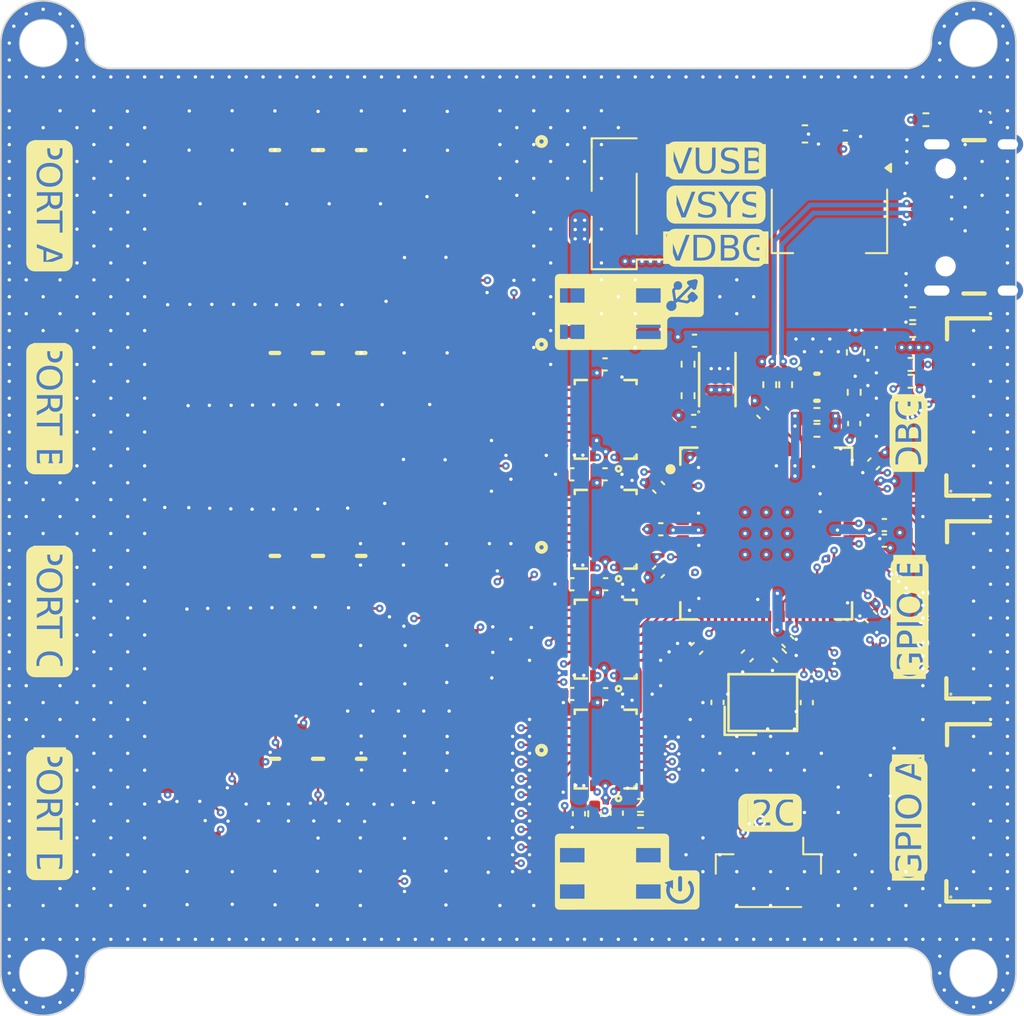
<source format=kicad_pcb>
(kicad_pcb (version 20240108) (generator "pcbnew") (generator_version "8.0")
  (title_block (title "RP2350B QFN-80 Minimal Design Example") (date "2024-07-04") (rev "REV3") (company "Raspberry Pi Ltd"))
  (layers (0 "F.Cu" signal) (1 "In1.Cu" signal) (2 "In2.Cu" signal) (31 "B.Cu" signal) (34 "B.Paste" user) (35 "F.Paste" user) (36 "B.SilkS" user "B.Silkscreen") (37 "F.SilkS" user "F.Silkscreen") (38 "B.Mask" user) (39 "F.Mask" user) (44 "Edge.Cuts" user))
  (net 0 "")
  (net 1 "GND")
  (net 2 "/XIN")
  (net 3 "/XOUT")
  (net 4 "+3V3")
  (net 5 "+1V1")
  (net 6 "/FLASH_SS")
  (net 7 "MCU_G42")
  (net 8 "MCU_R11")
  (net 9 "MCU_R21")
  (net 10 "MCU_R31")
  (net 11 "MCU_OE")
  (net 12 "MCU_R32")
  (net 13 "MCU_B32")
  (net 14 "MCU_R22")
  (net 15 "MCU_C")
  (net 16 "MCU_LAT")
  (net 17 "MCU_B22")
  (net 18 "MCU_R42")
  (net 19 "MCU_G22")
  (net 20 "MCU_R41")
  (net 21 "MCU_A")
  (net 22 "MCU_G32")
  (net 23 "MCU_G21")
  (net 24 "/QSPI_SD3")
  (net 25 "/QSPI_SCLK")
  (net 26 "/QSPI_SD0")
  (net 27 "/QSPI_SD2")
  (net 28 "/QSPI_SD1")
  (net 29 "/VREG_LX")
  (net 30 "Net-(C4-Pad1)")
  (net 31 "MCU_B21")
  (net 32 "MCU_G31")
  (net 33 "MCU_B41")
  (net 34 "MCU_E")
  (net 35 "MCU_G12")
  (net 36 "MCU_G11")
  (net 37 "MCU_B31")
  (net 38 "MCU_B42")
  (net 39 "MCU_B")
  (net 40 "MCU_B11")
  (net 41 "MCU_R12")
  (net 42 "MCU_D")
  (net 43 "MCU_G41")
  (net 44 "MCU_B12")
  (net 45 "/VREG_AVDD")
  (net 46 "HUB_CLK")
  (net 47 "HUB_C")
  (net 48 "HUB_G11")
  (net 49 "HUB_OE")
  (net 50 "HUB_LAT")
  (net 51 "HUB_E")
  (net 52 "HUB_R11")
  (net 53 "HUB_R12")
  (net 54 "HUB_G12")
  (net 55 "HUB_A")
  (net 56 "HUB_B11")
  (net 57 "HUB_B12")
  (net 58 "HUB_D")
  (net 59 "HUB_B")
  (net 60 "HUB_B21")
  (net 61 "HUB_G21")
  (net 62 "HUB_G22")
  (net 63 "HUB_B22")
  (net 64 "HUB_R21")
  (net 65 "HUB_R22")
  (net 66 "HUB_B31")
  (net 67 "HUB_R31")
  (net 68 "HUB_B32")
  (net 69 "HUB_R32")
  (net 70 "HUB_G31")
  (net 71 "HUB_G32")
  (net 72 "HUB_R41")
  (net 73 "HUB_G42")
  (net 74 "HUB_B41")
  (net 75 "HUB_G41")
  (net 76 "HUB_B42")
  (net 77 "HUB_R42")
  (net 78 "+5V")
  (net 79 "MCU_CLK")
  (net 80 "RX_NODE")
  (net 81 "RESET_PORT")
  (net 82 "TX_NODE")
  (net 84 "USB_PORT_DP")
  (net 85 "USB_PORT_DN")
  (net 86 "USB_MCU_DN")
  (net 87 "USB_MCU_DP")
  (net 88 "EXT_02")
  (net 89 "EXT_11")
  (net 90 "EXT_05")
  (net 91 "EXT_03")
  (net 92 "EXT_08")
  (net 93 "EXT_09")
  (net 94 "EXT_04")
  (net 95 "EXT_10")
  (net 96 "EXT_06")
  (net 97 "EXT_12")
  (net 98 "EXT_07")
  (net 99 "EXT_01")
  (net 100 "DIO_PORT")
  (net 101 "CLK_PORT")
  (net 102 "/RUN")
  (net 103 "VUSB")
  (net 104 "VDBG")
  (net 105 "/PWR_LED")
  (net 106 "SDA_NODE")
  (net 107 "SCL_NODE")
  (net 108 "/CC2")
  (net 110 "/CC1")
  (net 112 "BTN_RESET")
  (net 113 "BTN_BOOT")
  (footprint "Capacitor_SMD:C_0402_1005Metric" (layer "F.Cu") (at 141.065 97.765 45)
    (property "Reference" "C24" (hide yes))
    (property "Value" "100n" (hide yes))
  )
  (footprint "Resistor_SMD:R_0402_1005Metric" (layer "F.Cu") (at 143.275 92.885 180)
    (property "Reference" "R5" (hide yes))
    (property "Value" "10K" (hide yes))
  )
  (footprint "Resistor_SMD:R_0402_1005Metric" (layer "F.Cu") (at 135.865 93.085 -90)
    (property "Reference" "R8" (hide yes))
    (property "Value" "27" (hide yes))
  )
  (footprint "Connector_JST:JST_SH_BM04B-SRSS-TB_1x04-1MP_P1.00mm_Vertical" (layer "F.Cu") (at 134.845 121.965 180)
    (property "Reference" "J2" (hide yes))
    (property "Value" "Conn_01x04_Pin" (hide yes))
  )
  (footprint "JLCPCB:VQFN-20_L4.6-W3.6-P0.50-BL-EP" (layer "F.Cu") (at 125.225 108.135 90)
    (property "Reference" "U12" (hide yes))
    (property "Value" "TXS0108ERGYR" (hide yes))
  )
  (footprint "Resistor_SMD:R_0402_1005Metric" (layer "F.Cu") (at 134.925 93.085 -90)
    (property "Reference" "R7" (hide yes))
    (property "Value" "27" (hide yes))
  )
  (footprint "JLCPCB:CONN-SMD_321016MG0CBK00A0" (layer "F.Cu") (at 108.225 118.385 180)
    (property "Reference" "U8" (hide yes))
    (property "Value" "BH-00018" (hide yes))
  )
  (footprint "Resistor_SMD:R_0402_1005Metric" (layer "F.Cu") (at 143.375 89.885 180)
    (property "Reference" "R14" (hide yes))
    (property "Value" "5k1" (hide yes))
  )
  (footprint "Capacitor_SMD:C_0402_1005Metric" (layer "F.Cu") (at 139.395 78.415)
    (property "Reference" "C19" (hide yes))
    (property "Value" "10u" (hide yes))
  )
  (footprint "Capacitor_SMD:C_0402_1005Metric" (layer "F.Cu") (at 135.995 108.275 -45)
    (property "Reference" "C10" (hide yes))
    (property "Value" "4.7u" (hide yes))
  )
  (footprint "Resistor_SMD:R_0402_1005Metric" (layer "F.Cu") (at 137.715 94.845)
    (property "Reference" "C7" (hide yes))
    (property "Value" "4.7u" (hide yes))
  )
  (footprint "JLCPCB:SW-SMD_4P-L4.2-W3.3-P2.15-LS5.1" (layer "F.Cu") (at 125.5 88.885 180)
    (property "Reference" "U16" (hide yes))
    (property "Value" "TS-1089S-02526" (hide yes))
  )
  (footprint "Capacitor_SMD:C_0402_1005Metric" (layer "F.Cu") (at 123.225 104.885 180)
    (property "Reference" "C5" (hide yes))
    (property "Value" "100n" (hide yes))
  )
  (footprint "Capacitor_SMD:C_0402_1005Metric" (layer "F.Cu") (at 125.225 104.885 180)
    (property "Reference" "C26" (hide yes))
    (property "Value" "100n" (hide yes))
  )
  (footprint "Capacitor_SMD:C_0402_1005Metric" (layer "F.Cu") (at 141.7 102.31)
    (property "Reference" "C16" (hide yes))
    (property "Value" "100n" (hide yes))
  )
  (footprint "Pixel:Restart - 20mm" (layer "F.Cu") (at 129.625 122.935)
    (property "Reference" "G***" (hide yes))
    (property "Value" "LOGO" (hide yes))
  )
  (footprint "JLCPCB:CONN-SMD_321016MG0CBK00A0" (layer "F.Cu") (at 108.225 94.385 180)
    (property "Reference" "U6" (hide yes))
    (property "Value" "BH-00018" (hide yes))
  )
  (footprint "Resistor_SMD:R_0402_1005Metric" (layer "F.Cu") (at 127.285 118.915)
    (property "Reference" "R12" (hide yes))
    (property "Value" "10K" (hide yes))
  )
  (footprint "JLCPCB:VQFN-20_L4.6-W3.6-P0.50-BL-EP" (layer "F.Cu") (at 125.225 114.635 90)
    (property "Reference" "U9" (hide yes))
    (property "Value" "TXS0108ERGYR" (hide yes))
  )
  (footprint "Capacitor_SMD:C_0402_1005Metric" (layer "F.Cu") (at 137.115 111.885 -90)
    (property "Reference" "C4" (hide yes))
    (property "Value" "15p" (hide yes))
  )
  (footprint "JLCPCB:USB-C-SMD_TYPE-C-6PIN-2MD-073" (layer "F.Cu") (at 146.625 83.195 90)
    (property "Reference" "J3" (hide yes))
    (property "Value" "CONN_USB" (hide yes))
  )
  (footprint "Resistor_SMD:R_0402_1005Metric" (layer "F.Cu") (at 137.715 95.785)
    (property "Reference" "C6" (hide yes))
    (property "Value" "4.7u" (hide yes))
  )
  (footprint "Capacitor_SMD:C_0603_1608Metric" (layer "F.Cu") (at 137.005 78.255)
    (property "Reference" "C27" (hide yes))
    (property "Value" "22uF" (hide yes))
  )
  (footprint "Package_TO_SOT_SMD:SOT-223-3_TabPin2" (layer "F.Cu") (at 138.455 83.395 -90)
    (property "Reference" "U13" (hide yes))
    (property "Value" "AMS1117-3.3" (hide yes))
  )
  (footprint "Capacitor_SMD:C_0402_1005Metric" (layer "F.Cu") (at 130.475 90.485 180)
    (property "Reference" "C20" (hide yes))
    (property "Value" "100n" (hide yes))
  )
  (footprint "Resistor_SMD:R_0402_1005Metric" (layer "F.Cu") (at 143.275 91.885 180)
    (property "Reference" "R6" (hide yes))
    (property "Value" "100" (hide yes))
  )
  (footprint "JLCPCB:VQFN-20_L4.6-W3.6-P0.50-BL-EP" (layer "F.Cu") (at 125.225 101.635 90)
    (property "Reference" "U11" (hide yes))
    (property "Value" "TXS0108ERGYR" (hide yes))
  )
  (footprint "JLCPCB:CONN-TH_SM08B-SRSS-TB-LF-SN" (layer "F.Cu") (at 147.225 94.385 90)
    (property "Reference" "U15" (hide yes))
    (property "Value" "SM08B-SRSS-TB(LF)(SN)" (hide yes))
  )
  (footprint "Resistor_SMD:R_0402_1005Metric" (layer "F.Cu") (at 143.375 88.885 180)
    (property "Reference" "R13" (hide yes))
    (property "Value" "5k1" (hide yes))
  )
  (footprint "Capacitor_SMD:C_0402_1005Metric" (layer "F.Cu") (at 130.43 95.22625 180)
    (property "Reference" "C25" (hide yes))
    (property "Value" "100n" (hide yes))
  )
  (footprint "JLCPCB:IND-SMD_L2.0-W1.6_AOTA-B201610S3R3-101-T" (layer "F.Cu") (at 137.715 93.235)
    (property "Reference" "L1" (hide yes))
    (property "Value" "3.3u" (hide yes))
  )
  (footprint "Capacitor_SMD:C_0402_1005Metric" (layer "F.Cu") (at 130.615 108.685 -135)
    (property "Reference" "C21" (hide yes))
    (property "Value" "100n" (hide yes))
  )
  (footprint "Capacitor_SMD:C_0402_1005Metric" (layer "F.Cu") (at 128.345 104.155 -135)
    (property "Reference" "C17" (hide yes))
    (property "Value" "100n" (hide yes))
  )
  (footprint "Capacitor_SMD:C_0402_1005Metric" (layer "F.Cu") (at 140.9 106.81 -45)
    (property "Reference" "C18" (hide yes))
    (property "Value" "100n" (hide yes))
  )
  (footprint "LOGO" (layer "F.Cu") (at 129.754383 87.755572)
    (property "Reference" "G***" (hide yes))
    (property "Value" "LOGO" (hide yes))
  )
  (footprint "JLCPCB:CONN-TH_SM08B-SRSS-TB-LF-SN" (layer "F.Cu") (at 147.225 106.385 90)
    (property "Reference" "U4" (hide yes))
    (property "Value" "SM08B-SRSS-TB(LF)(SN)" (hide yes))
  )
  (footprint "Capacitor_SMD:C_0402_1005Metric" (layer "F.Cu") (at 131.835 111.875 90)
    (property "Reference" "C3" (hide yes))
    (property "Value" "15p" (hide yes))
  )
  (footprint "Resistor_SMD:R_0402_1005Metric" (layer "F.Cu") (at 124.575 118.46 90)
    (property "Reference" "R15" (hide yes))
    (property "Value" "100" (hide yes))
  )
  (footprint "Capacitor_SMD:C_0402_1005Metric" (layer "F.Cu") (at 123.225 98.385 180)
    (property "Reference" "C1" (hide yes))
    (property "Value" "100n" (hide yes))
  )
  (footprint "Capacitor_SMD:C_0402_1005Metric" (layer "F.Cu") (at 125.19 98.385 180)
    (property "Reference" "C2" (hide yes))
    (property "Value" "100n" (hide yes))
  )
  (footprint "Capacitor_SMD:C_0402_1005Metric" (layer "F.Cu") (at 128.355 99.155 135)
    (property "Reference" "C15" (hide yes))
    (property "Value" "100n" (hide yes))
  )
  (footprint "Capacitor_SMD:C_0402_1005Metric" (layer "F.Cu") (at 123.225 111.375 180)
    (property "Reference" "C22" (hide yes))
    (property "Value" "100n" (hide yes))
  )
  (footprint "Capacitor_SMD:C_0402_1005Metric" (layer "F.Cu") (at 123.645 118.46 -90)
    (property "Reference" "C29" (hide yes))
    (property "Value" "100n" (hide yes))
  )
  (footprint "JLCPCB:USON-8_L3.0-W2.0-P0.50-BL-EP" (layer "F.Cu") (at 131.825 92.785)
    (property "Reference" "U2" (hide yes))
    (property "Value" "W25Q64JWUUIQ" (hide yes))
  )
  (footprint "Capacitor_SMD:C_0402_1005Metric" (layer "F.Cu") (at 125.885 118.425 -90)
    (property "Reference" "C30" (hide yes))
    (property "Value" "100n" (hide yes))
  )
  (footprint "JLCPCB:SW-SMD_4P-L4.2-W3.3-P2.15-LS5.1" (layer "F.Cu") (at 125.5 121.985)
    (property "Reference" "U17" (hide yes))
    (property "Value" "TS-1089S-02526" (hide yes))
  )
  (footprint "Capacitor_SMD:C_0603_1608Metric" (layer "F.Cu") (at 139.995 91.175 90)
    (property "Reference" "C28" (hide yes))
    (property "Value" "22uF" (hide yes))
  )
  (footprint "Resistor_SMD:R_0402_1005Metric" (layer "F.Cu") (at 135.515 109.105 -45)
    (property "Reference" "R2" (hide yes))
    (property "Value" "1k" (hide yes))
  )
  (footprint "Capacitor_SMD:C_0402_1005Metric" (layer "F.Cu") (at 125.19 91.885 180)
    (property "Reference" "C14" (hide yes))
    (property "Value" "100n" (hide yes))
  )
  (footprint "JLCPCB:VQFN-20_L4.6-W3.6-P0.50-BL-EP" (layer "F.Cu") (at 125.225 95.135 90)
    (property "Reference" "U10" (hide yes))
    (property "Value" "TXS0108ERGYR" (hide yes))
  )
  (footprint "Resistor_SMD:R_0402_1005Metric" (layer "F.Cu") (at 130.095 91.875 -90)
    (property "Reference" "R4" (hide yes))
    (property "Value" "100" (hide yes))
  )
  (footprint "Capacitor_SMD:C_0402_1005Metric" (layer "F.Cu") (at 133.595 109.125 -135)
    (property "Reference" "C13" (hide yes))
    (property "Value" "100n" (hide yes))
  )
  (footprint "JLCPCB:CONN-TH_SM08B-SRSS-TB-LF-SN" (layer "F.Cu") (at 147.225 118.385 90)
    (property "Reference" "U3" (hide yes))
    (property "Value" "SM08B-SRSS-TB(LF)(SN)" (hide yes))
  )
  (footprint "JLCPCB:CRYSTAL-SMD_4P-L3.2-W2.5-BL" (layer "F.Cu") (at 134.515 111.885)
    (property "Reference" "Y1" (hide yes))
    (property "Value" "ABM8-272-T3" (hide yes))
  )
  (footprint "JLCPCB:CONN-SMD_321016MG0CBK00A0" (layer "F.Cu") (at 108.225 82.385 180)
    (property "Reference" "U5" (hide yes))
    (property "Value" "BH-00018" (hide yes))
  )
  (footprint "Resistor_SMD:R_0402_1005Metric" (layer "F.Cu") (at 144.155 77.415 180)
    (property "Reference" "R10" (hide yes))
    (property "Value" "470" (hide yes))
  )
  (footprint "JLCPCB:LED_0603_1608Metric" (layer "F.Cu") (at 146.565 77.565 180)
    (property "Reference" "D1" (hide yes))
    (property "Value" "RED" (hide yes))
  )
  (footprint "Capacitor_SMD:C_0402_1005Metric" (layer "F.Cu") (at 128.485 101.635 180)
    (property "Reference" "C8" (hide yes))
    (property "Value" "100n" (hide yes))
  )
  (footprint "Resistor_SMD:R_0402_1005Metric" (layer "F.Cu") (at 130.095 93.735 90)
    (property "Reference" "R1" (hide yes))
    (property "Value" "10K" (hide yes))
  )
  (footprint "JLCPCB:QFN-80_L10.0-W10.0-P0.40-TL-EP3.4" (layer "F.Cu") (at 134.715 101.885)
    (property "Reference" "U1" (hide yes))
    (property "Value" "RP2350_80QFN" (hide yes))
  )
  (footprint "Capacitor_SMD:C_0402_1005Metric" (layer "F.Cu") (at 141.7 101.385)
    (property "Reference" "C11" (hide yes))
    (property "Value" "100n" (hide yes))
  )
  (footprint "Capacitor_SMD:C_0402_1005Metric" (layer "F.Cu") (at 139.915 95.385 -90)
    (property "Reference" "C9" (hide yes))
    (property "Value" "4.7u" (hide yes))
  )
  (footprint "Resistor_SMD:R_0402_1005Metric" (layer "F.Cu") (at 139.915 93.535 -90)
    (property "Reference" "R3" (hide yes))
    (property "Value" "33" (hide yes))
  )
  (footprint "JLCPCB:CONN-SMD_321016MG0CBK00A0" (layer "F.Cu") (at 108.225 106.385 180)
    (property "Reference" "U7" (hide yes))
    (property "Value" "BH-00018" (hide yes))
  )
  (footprint "Capacitor_SMD:C_0402_1005Metric" (layer "F.Cu") (at 125.225 111.385 180)
    (property "Reference" "C23" (hide yes))
    (property "Value" "100n" (hide yes))
  )
  (footprint "Resistor_SMD:R_0402_1005Metric" (layer "F.Cu") (at 127.285 117.965)
    (property "Reference" "R11" (hide yes))
    (property "Value" "10K" (hide yes))
  )
  (footprint "Capacitor_SMD:C_0402_1005Metric" (layer "F.Cu") (at 134.515 94.735 135)
    (property "Reference" "C12" (hide yes))
    (property "Value" "100n" (hide yes))
  )
  (footprint "Connector_PinHeader_2.54mm:PinHeader_1x03_P2.54mm_Vertical_SMD_Pin1Left" (layer "F.Cu") (at 125.73 82.385 180)
    (property "Reference" "JP1")
    (property "Value" "Jumper_3_Open")
  )
  (gr_arc (start 149.475 127.885001) (mid 146.975 130.385001) (end 144.475 127.885001) (stroke (width 0.1)) (layer "Edge.Cuts"))
  (gr_arc (start 95.975 74.385) (mid 94.91434 73.94566) (end 94.475 72.885) (stroke (width 0.1)) (layer "Edge.Cuts"))
  (gr_arc (start 89.475 72.885) (mid 91.975 70.385) (end 94.475 72.885) (stroke (width 0.1)) (layer "Edge.Cuts"))
  (gr_line (start 89.475 127.885) (end 89.475 72.885) (stroke (width 0.1)) (layer "Edge.Cuts"))
  (gr_circle (center 91.975 72.885) (end 93.375 72.885) (stroke (width 0.05)) (fill none) (layer "Edge.Cuts"))
  (gr_line (start 149.475 72.885) (end 149.475 127.885001) (stroke (width 0.1)) (layer "Edge.Cuts"))
  (gr_arc (start 144.475 72.885) (mid 144.03566 73.94566) (end 142.975 74.385) (stroke (width 0.1)) (layer "Edge.Cuts"))
  (gr_circle (center 146.975 127.885) (end 148.375 127.885) (stroke (width 0.05)) (fill none) (layer "Edge.Cuts"))
  (gr_line (start 95.975 74.385) (end 142.975 74.385) (stroke (width 0.1)) (layer "Edge.Cuts"))
  (gr_arc (start 94.475 127.885) (mid 91.975 130.385) (end 89.475 127.885) (stroke (width 0.1)) (layer "Edge.Cuts"))
  (gr_line (start 142.975 126.385) (end 95.975 126.385) (stroke (width 0.1)) (layer "Edge.Cuts"))
  (gr_arc (start 94.475 127.885) (mid 94.91434 126.82434) (end 95.975 126.385) (stroke (width 0.1)) (layer "Edge.Cuts"))
  (gr_circle (center 91.975 127.885) (end 93.375 127.885) (stroke (width 0.05)) (fill none) (layer "Edge.Cuts"))
  (gr_circle (center 146.975 72.885) (end 148.375 72.885) (stroke (width 0.05)) (fill none) (layer "Edge.Cuts"))
  (gr_arc (start 142.975 126.385001) (mid 144.03566 126.824341) (end 144.475 127.885001) (stroke (width 0.1)) (layer "Edge.Cuts"))
  (gr_arc (start 144.475 72.885) (mid 146.975 70.385) (end 149.475 72.885) (stroke (width 0.1)) (layer "Edge.Cuts"))
  (gr_text "PORT A" (at 92.225 82.385 270) (layer "F.SilkS" knockout) (effects (font (size 1.5 1.5))))
  (gr_text "VDBG" (at 131.814474 85.123067 0) (layer "F.SilkS" knockout) (effects (font (size 1.5 1.5))))
  (gr_text "PORT B" (at 92.225 94.385 270) (layer "F.SilkS" knockout) (effects (font (size 1.5 1.5))))
  (gr_text "VUSB" (at 131.80446 79.963067 0) (layer "F.SilkS" knockout) (effects (font (size 1.5 1.5))))
  (gr_text "VSYS" (at 131.804379 82.568793 0) (layer "F.SilkS" knockout) (effects (font (size 1.5 1.5))))
  (gr_text "PORT C" (at 92.225 106.385 270) (layer "F.SilkS" knockout) (effects (font (size 1.5 1.5))))
  (gr_text "DBG" (at 143.251704 95.960004 90) (layer "F.SilkS" knockout) (effects (font (size 1.5 1.5))))
  (gr_text "GPIO A" (at 143.25 118.735 90) (layer "F.SilkS" knockout) (effects (font (size 1.5 1.5))))
  (gr_text "PORT D" (at 92.225 118.385 270) (layer "F.SilkS" knockout) (effects (font (size 1.5 1.5))))
  (gr_text "GPIO B" (at 143.331704 106.80504 90) (layer "F.SilkS" knockout) (effects (font (size 1.5 1.5))))
  (gr_text "I2C" (at 134.915 118.525 0) (layer "F.SilkS" knockout) (effects (font (size 1.5 1.5))))
  (segment (start 136.334411 108.614411) (end 136.334411 108.942859) (width 0.15) (layer "F.Cu") (net 1))
  (segment (start 141.404411 97.405589) (end 141.725 97.085) (width 0.15) (layer "F.Cu") (net 1))
  (segment (start 141.404411 97.425589) (end 141.404411 97.405589) (width 0.15) (layer "F.Cu") (net 1))
  (segment (start 122.235 104.885) (end 122.225 104.875) (width 0.15) (layer "F.Cu") (net 1))
  (segment (start 136.334411 108.614411) (end 136.334411 108.297061) (width 0.15) (layer "F.Cu") (net 1))
  (segment (start 129.495 90.265) (end 129.695 90.465) (width 0.15) (layer "F.Cu") (net 1))
  (segment (start 136.334411 108.297061) (end 136.490001 108.141471) (width 0.15) (layer "F.Cu") (net 1))
  (segment (start 129.695 90.465) (end 129.955 90.465) (width 0.15) (layer "F.Cu") (net 1))
  (segment (start 122.745 104.885) (end 122.235 104.885) (width 0.15) (layer "F.Cu") (net 1))
  (segment (start 136.334411 108.942859) (end 136.490001 109.098449) (width 0.15) (layer "F.Cu") (net 1))
  (segment (start 122.745 98.385) (end 122.265 98.385) (width 0.15) (layer "F.Cu") (net 1))
  (via (at 102.865 116.925) (size 0.45) (drill 0.2) (layers "F.Cu" "B.Cu") (net 1))
  (via (at 148.975 119.885) (size 0.45) (drill 0.2) (layers "F.Cu" "B.Cu") (net 1))
  (via (at 104.705 118.885) (size 0.45) (drill 0.2) (layers "F.Cu" "B.Cu") (net 1))
  (via (at 91.975 101.885) (size 0.45) (drill 0.2) (layers "F.Cu" "B.Cu") (net 1))
  (via (at 141.25 107.735) (size 0.45) (drill 0.2) (layers "F.Cu" "B.Cu") (net 1))
  (via (at 89.975 104.885) (size 0.45) (drill 0.2) (layers "F.Cu" "B.Cu") (net 1))
  (via (at 115.845 108.505) (size 0.45) (drill 0.2) (layers "F.Cu" "B.Cu") (net 1))
  (via (at 146.975 115.885) (size 0.45) (drill 0.2) (layers "F.Cu" "B.Cu") (net 1))
  (via (at 105.675 76.895) (size 0.45) (drill 0.2) (layers "F.Cu" "B.Cu") (net 1))
  (via (at 96.975 100.885) (size 0.45) (drill 0.2) (layers "F.Cu" "B.Cu") (net 1))
  (via (at 103.145 76.885) (size 0.45) (drill 0.2) (layers "F.Cu" "B.Cu") (net 1))
  (via (at 95.975 87.885) (size 0.45) (drill 0.2) (layers "F.Cu" "B.Cu") (net 1))
  (via (at 112.245 88.155) (size 0.45) (drill 0.2) (layers "F.Cu" "B.Cu") (net 1))
  (via (at 103.975 125.885) (size 0.45) (drill 0.2) (layers "F.Cu" "B.Cu") (net 1))
  (via (at 96.975 122.885) (size 0.45) (drill 0.2) (layers "F.Cu" "B.Cu") (net 1))
  (via (at 95.975 83.885) (size 0.45) (drill 0.2) (layers "F.Cu" "B.Cu") (net 1))
  (via (at 142.275 114.585) (size 0.45) (drill 0.2) (layers "F.Cu" "B.Cu") (net 1))
  (via (at 135.965 100.635) (size 0.45) (drill 0.2) (layers "F.Cu" "B.Cu") (net 1))
  (via (at 130.213092 108.380511) (size 0.45) (drill 0.2) (layers "F.Cu" "B.Cu") (net 1))
  (via (at 91.975 129.885) (size 0.45) (drill 0.2) (layers "F.Cu" "B.Cu") (net 1))
  (via (at 118.975 123.885) (size 0.45) (drill 0.2) (layers "F.Cu" "B.Cu") (net 1))
  (via (at 96.975 78.885) (size 0.45) (drill 0.2) (layers "F.Cu" "B.Cu") (net 1))
  (via (at 119.725 115.885) (size 0.45) (drill 0.2) (layers "F.Cu" "B.Cu") (net 1))
  (via (at 109.975 125.885) (size 0.45) (drill 0.2) (layers "F.Cu" "B.Cu") (net 1))
  (via (at 100.475 106.355) (size 0.45) (drill 0.2) (layers "F.Cu" "B.Cu") (net 1))
  (via (at 100.585 100.355) (size 0.45) (drill 0.2) (layers "F.Cu" "B.Cu") (net 1))
  (via (at 94.975 96.885) (size 0.45) (drill 0.2) (layers "F.Cu" "B.Cu") (net 1))
  (via (at 145.975 129.617051) (size 0.45) (drill 0.2) (layers "F.Cu" "B.Cu") (net 1))
  (via (at 120.975 123.885) (size 0.45) (drill 0.2) (layers "F.Cu" "B.Cu") (net 1))
  (via (at 136.490001 109.098449) (size 0.45) (drill 0.2) (layers "F.Cu" "B.Cu") (net 1))
  (via (at 115.735 97.525) (size 0.45) (drill 0.2) (layers "F.Cu" "B.Cu") (net 1))
  (via (at 93.975 105.885) (size 0.45) (drill 0.2) (layers "F.Cu" "B.Cu") (net 1))
  (via (at 148.975 90.885) (size 0.45) (drill 0.2) (layers "F.Cu" "B.Cu") (net 1))
  (via (at 148.975 113.885) (size 0.45) (drill 0.2) (layers "F.Cu" "B.Cu") (net 1))
  (via (at 146.975 99.885) (size 0.45) (drill 0.2) (layers "F.Cu" "B.Cu") (net 1))
  (via (at 121.975 87.885) (size 0.45) (drill 0.2) (layers "F.Cu" "B.Cu") (net 1))
  (via (at 119.805 86.915) (size 0.45) (drill 0.2) (layers "F.Cu" "B.Cu") (net 1))
  (via (at 89.975 73.885) (size 0.45) (drill 0.2) (layers "F.Cu" "B.Cu") (net 1))
  (via (at 94.975 104.885) (size 0.45) (drill 0.2) (layers "F.Cu" "B.Cu") (net 1))
  (via (at 147.475 79.885) (size 0.45) (drill 0.2) (layers "F.Cu" "B.Cu") (net 1))
  (via (at 147.975 122.885) (size 0.45) (drill 0.2) (layers "F.Cu" "B.Cu") (net 1))
  (via (at 89.975 101.885) (size 0.45) (drill 0.2) (layers "F.Cu" "B.Cu") (net 1))
  (via (at 148.975 126.885) (size 0.45) (drill 0.2) (layers "F.Cu" "B.Cu") (net 1))
  (via (at 101.975 125.885) (size 0.45) (drill 0.2) (layers "F.Cu" "B.Cu") (net 1))
  (via (at 95.975 85.885) (size 0.45) (drill 0.2) (layers "F.Cu" "B.Cu") (net 1))
  (via (at 110.735 103.755) (size 0.45) (drill 0.2) (layers "F.Cu" "B.Cu") (net 1))
  (via (at 97.975 99.885) (size 0.45) (drill 0.2) (layers "F.Cu" "B.Cu") (net 1))
  (via (at 90.975 71.152949) (size 0.45) (drill 0.2) (layers "F.Cu" "B.Cu") (net 1))
  (via (at 89.975 105.885) (size 0.45) (drill 0.2) (layers "F.Cu" "B.Cu") (net 1))
  (via (at 97.975 125.885) (size 0.45) (drill 0.2) (layers "F.Cu" "B.Cu") (net 1))
  (via (at 93.975 127.885) (size 0.45) (drill 0.2) (layers "F.Cu" "B.Cu") (net 1))
  (via (at 94.975 125.885) (size 0.45) (drill 0.2) (layers "F.Cu" "B.Cu") (net 1))
  (via (at 134.715 103.135) (size 0.45) (drill 0.2) (layers "F.Cu" "B.Cu") (net 1))
  (via (at 113.375 108.505) (size 0.45) (drill 0.2) (layers "F.Cu" "B.Cu") (net 1))
  (via (at 133.975 122.885) (size 0.45) (drill 0.2) (layers "F.Cu" "B.Cu") (net 1))
  (via (at 140.875 116.185) (size 0.45) (drill 0.2) (layers "F.Cu" "B.Cu") (net 1))
  (via (at 125.229998 97.045918) (size 0.45) (drill 0.2) (layers "F.Cu" "B.Cu") (net 1))
  (via (at 95.975 79.885) (size 0.45) (drill 0.2) (layers "F.Cu" "B.Cu") (net 1))
  (via (at 138.815 94.935) (size 0.45) (drill 0.2) (layers "F.Cu" "B.Cu") (net 1))
  (via (at 148.975 72.885) (size 0.45) (drill 0.2) (layers "F.Cu" "B.Cu") (net 1))
  (via (at 95.975 77.885) (size 0.45) (drill 0.2) (layers "F.Cu" "B.Cu") (net 1))
  (via (at 131.965 93.385) (size 0.45) (drill 0.2) (layers "F.Cu" "B.Cu") (net 1))
  (via (at 115.975 112.385) (size 0.45) (drill 0.2) (layers "F.Cu" "B.Cu") (net 1))
  (via (at 93.975 117.885) (size 0.45) (drill 0.2) (layers "F.Cu" "B.Cu") (net 1))
  (via (at 141.975 125.885) (size 0.45) (drill 0.2) (layers "F.Cu" "B.Cu") (net 1))
  (via (at 96.975 92.885) (size 0.45) (drill 0.2) (layers "F.Cu" "B.Cu") (net 1))
  (via (at 96.975 104.885) (size 0.45) (drill 0.2) (layers "F.Cu" "B.Cu") (net 1))
  (via (at 147.975 104.885) (size 0.45) (drill 0.2) (layers "F.Cu" "B.Cu") (net 1))
  (via (at 142.907219 83.611514) (size 0.45) (drill 0.2) (layers "F.Cu" "B.Cu") (net 1))
  (via (at 127.655 101.635) (size 0.45) (drill 0.2) (layers "F.Cu" "B.Cu") (net 1))
  (via (at 125.975 74.885) (size 0.45) (drill 0.2) (layers "F.Cu" "B.Cu") (net 1))
  (via (at 101.823199 100.393199) (size 0.45) (drill 0.2) (layers "F.Cu" "B.Cu") (net 1))
  (via (at 124.975 76.885) (size 0.45) (drill 0.2) (layers "F.Cu" "B.Cu") (net 1))
  (via (at 147.975 102.885) (size 0.45) (drill 0.2) (layers "F.Cu" "B.Cu") (net 1))
  (via (at 121.975 91.885) (size 0.45) (drill 0.2) (layers "F.Cu" "B.Cu") (net 1))
  (via (at 148.975 107.885) (size 0.45) (drill 0.2) (layers "F.Cu" "B.Cu") (net 1))
  (via (at 135.965 103.135) (size 0.45) (drill 0.2) (layers "F.Cu" "B.Cu") (net 1))
  (via (at 91.975 74.885) (size 0.45) (drill 0.2) (layers "F.Cu" "B.Cu") (net 1))
  (via (at 92.975 110.885) (size 0.45) (drill 0.2) (layers "F.Cu" "B.Cu") (net 1))
  (via (at 108.185 121.865) (size 0.45) (drill 0.2) (layers "F.Cu" "B.Cu") (net 1))
  (via (at 119.725 118.885) (size 0.45) (drill 0.2) (layers "F.Cu" "B.Cu") (net 1))
  (via (at 96.975 102.885) (size 0.45) (drill 0.2) (layers "F.Cu" "B.Cu") (net 1))
  (via (at 113.325 76.885) (size 0.45) (drill 0.2) (layers "F.Cu" "B.Cu") (net 1))
  (via (at 132.445 111.385) (size 0.45) (drill 0.2) (layers "F.Cu" "B.Cu") (net 1))
  (via (at 136.975 74.885) (size 0.45) (drill 0.2) (layers "F.Cu" "B.Cu") (net 1))
  (via (at 148.975 76.885) (size 0.45) (drill 0.2) (layers "F.Cu" "B.Cu") (net 1))
  (via (at 120.725 112.885) (size 0.45) (drill 0.2) (layers "F.Cu" "B.Cu") (net 1))
  (via (at 148.975 110.885) (size 0.45) (drill 0.2) (layers "F.Cu" "B.Cu") (net 1))
  (via (at 93.975 103.885) (size 0.45) (drill 0.2) (layers "F.Cu" "B.Cu") (net 1))
  (via (at 120.725 118.885) (size 0.45) (drill 0.2) (layers "F.Cu" "B.Cu") (net 1))
  (via (at 89.975 97.885) (size 0.45) (drill 0.2) (layers "F.Cu" "B.Cu") (net 1))
  (via (at 118.355 102.485) (size 0.45) (drill 0.2) (layers "F.Cu" "B.Cu") (net 1))
  (via (at 118.495 110.425) (size 0.45) (drill 0.2) (layers "F.Cu" "B.Cu") (net 1))
  (via (at 89.975 116.885) (size 0.45) (drill 0.2) (layers "F.Cu" "B.Cu") (net 1))
  (via (at 96.975 106.885) (size 0.45) (drill 0.2) (layers "F.Cu" "B.Cu") (net 1))
  (via (at 123.975 125.885) (size 0.45) (drill 0.2) (layers "F.Cu" "B.Cu") (net 1))
  (via (at 89.975 83.885) (size 0.45) (drill 0.2) (layers "F.Cu" "B.Cu") (net 1))
  (via (at 134.715 100.635) (size 0.45) (drill 0.2) (layers "F.Cu" "B.Cu") (net 1))
  (via (at 93.975 93.885) (size 0.45) (drill 0.2) (layers "F.Cu" "B.Cu") (net 1))
  (via (at 120.725 113.885) (size 0.45) (drill 0.2) (layers "F.Cu" "B.Cu") (net 1))
  (via (at 129.517281 113.925) (size 0.45) (drill 0.2) (layers "F.Cu" "B.Cu") (net 1))
  (via (at 119.975 79.885) (size 0.45) (drill 0.2) (layers "F.Cu" "B.Cu") (net 1))
  (via (at 135.975 125.885) (size 0.45) (drill 0.2) (layers "F.Cu" "B.Cu") (net 1))
  (via (at 136.975 125.885) (size 0.45) (drill 0.2) (layers "F.Cu" "B.Cu") (net 1))
  (via (at 140.295 78.405) (size 0.45) (drill 0.2) (layers "F.Cu" "B.Cu") (net 1))
  (via (at 124.745 111.885) (size 0.45) (drill 0.2) (layers "F.Cu" "B.Cu") (net 1))
  (via (at 115.855 113.885) (size 0.45) (drill 0.2) (layers "F.Cu" "B.Cu") (net 1))
  (via (at 89.975 107.885) (size 0.45) (drill 0.2) (layers "F.Cu" "B.Cu") (net 1))
  (via (at 128.475 109.385) (size 0.45) (drill 0.2) (layers "F.Cu" "B.Cu") (net 1))
  (via (at 89.975 111.885) (size 0.45) (drill 0.2) (layers "F.Cu" "B.Cu") (net 1))
  (via (at 148.975 122.885) (size 0.45) (drill 0.2) (layers "F.Cu" "B.Cu") (net 1))
  (via (at 94.975 106.885) (size 0.45) (drill 0.2) (layers "F.Cu" "B.Cu") (net 1))
  (via (at 101.555 118.865) (size 0.45) (drill 0.2) (layers "F.Cu" "B.Cu") (net 1))
  (via (at 115.975 74.885) (size 0.45) (drill 0.2) (layers "F.Cu" "B.Cu") (net 1))
  (via (at 89.975 109.885) (size 0.45) (drill 0.2) (layers "F.Cu" "B.Cu") (net 1))
  (via (at 91.975 87.885) (size 0.45) (drill 0.2) (layers "F.Cu" "B.Cu") (net 1))
  (via (at 148.975 127.885) (size 0.45) (drill 0.2) (layers "F.Cu" "B.Cu") (net 1))
  (via (at 128.256265 103.275) (size 0.45) (drill 0.2) (layers "F.Cu" "B.Cu") (net 1))
  (via (at 94.975 88.885) (size 0.45) (drill 0.2) (layers "F.Cu" "B.Cu") (net 1))
  (via (at 113.335 85.565) (size 0.45) (drill 0.2) (layers "F.Cu" "B.Cu") (net 1))
  (via (at 146.975 70.885) (size 0.45) (drill 0.2) (layers "F.Cu" "B.Cu") (net 1))
  (via (at 101.975 74.885) (size 0.45) (drill 0.2) (layers "F.Cu" "B.Cu") (net 1))
  (via (at 148.975 93.885) (size 0.45) (drill 0.2) (layers "F.Cu" "B.Cu") (net 1))
  (via (at 118.555 108.915) (size 0.45) (drill 0.2) (layers "F.Cu" "B.Cu") (net 1))
  (via (at 103.155 79.215) (size 0.45) (drill 0.2) (layers "F.Cu" "B.Cu") (net 1))
  (via (at 103.155 121.885) (size 0.45) (drill 0.2) (layers "F.Cu" "B.Cu") (net 1))
  (via (at 130.975 115.885) (size 0.45) (drill 0.2) (layers "F.Cu" "B.Cu") (net 1))
  (via (at 118.975 76.885) (size 0.45) (drill 0.2) (layers "F.Cu" "B.Cu") (net 1))
  (via (at 93.975 89.885) (size 0.45) (drill 0.2) (layers "F.Cu" "B.Cu") (net 1))
  (via (at 118.475 99.385) (size 0.45) (drill 0.2) (layers "F.Cu" "B.Cu") (net 1))
  (via (at 134.975 123.885) (size 0.45) (drill 0.2) (layers "F.Cu" "B.Cu") (net 1))
  (via (at 124.975 88.885) (size 0.45) (drill 0.2) (layers "F.Cu" "B.Cu") (net 1))
  (via (at 104.975 74.885) (size 0.45) (drill 0.2) (layers "F.Cu" "B.Cu") (net 1))
  (via (at 145.975 74.885) (size 0.45) (drill 0.2) (layers "F.Cu" "B.Cu") (net 1))
  (via (at 126.975 90.885) (size 0.45) (drill 0.2) (layers "F.Cu" "B.Cu") (net 1))
  (via (at 137.975 120.885) (size 0.45) (drill 0.2) (layers "F.Cu" "B.Cu") (net 1))
  (via (at 96.975 98.885) (size 0.45) (drill 0.2) (layers "F.Cu" "B.Cu") (net 1))
  (via (at 112.975 125.885) (size 0.45) (drill 0.2) (layers "F.Cu" "B.Cu") (net 1))
  (via (at 89.975 79.885) (size 0.45) (drill 0.2) (layers "F.Cu" "B.Cu") (net 1))
  (via (at 94.975 120.885) (size 0.45) (drill 0.2) (layers "F.Cu" "B.Cu") (net 1))
  (via (at 96.975 118.885) (size 0.45) (drill 0.2) (layers "F.Cu" "B.Cu") (net 1))
  (via (at 137.975 74.885) (size 0.45) (drill 0.2) (layers "F.Cu" "B.Cu") (net 1))
  (via (at 89.975 125.885) (size 0.45) (drill 0.2) (layers "F.Cu" "B.Cu") (net 1))
  (via (at 96.975 125.885) (size 0.45) (drill 0.2) (layers "F.Cu" "B.Cu") (net 1))
  (via (at 93.975 109.885) (size 0.45) (drill 0.2) (layers "F.Cu" "B.Cu") (net 1))
  (via (at 141.725 97.085) (size 0.45) (drill 0.2) (layers "F.Cu" "B.Cu") (net 1))
  (via (at 115.815 103.755) (size 0.45) (drill 0.2) (layers "F.Cu" "B.Cu") (net 1))
  (via (at 97.975 91.885) (size 0.45) (drill 0.2) (layers "F.Cu" "B.Cu") (net 1))
  (via (at 124.975 85.885) (size 0.45) (drill 0.2) (layers "F.Cu" "B.Cu") (net 1))
  (via (at 97.975 123.885) (size 0.45) (drill 0.2) (layers "F.Cu" "B.Cu") (net 1))
  (via (at 148.975 98.885) (size 0.45) (drill 0.2) (layers "F.Cu" "B.Cu") (net 1))
  (via (at 138.975 74.885) (size 0.45) (drill 0.2) (layers "F.Cu" "B.Cu") (net 1))
  (via (at 134.975 115.885) (size 0.45) (drill 0.2) (layers "F.Cu" "B.Cu") (net 1))
  (via (at 115.865 76.925) (size 0.45) (drill 0.2) (layers "F.Cu" "B.Cu") (net 1))
  (via (at 93.975 91.885) (size 0.45) (drill 0.2) (layers "F.Cu" "B.Cu") (net 1))
  (via (at 94.975 94.885) (size 0.45) (drill 0.2) (layers "F.Cu" "B.Cu") (net 1))
  (via (at 117.975 74.885) (size 0.45) (drill 0.2) (layers "F.Cu" "B.Cu") (net 1))
  (via (at 133.975 114.885) (size 0.45) (drill 0.2) (layers "F.Cu" "B.Cu") (net 1))
  (via (at 124.975 86.885) (size 0.45) (drill 0.2) (layers "F.Cu" "B.Cu") (net 1))
  (via (at 123.975 79.885) (size 0.45) (drill 0.2) (layers "F.Cu" "B.Cu") (net 1))
  (via (at 89.975 100.885) (size 0.45) (drill 0.2) (layers "F.Cu" "B.Cu") (net 1))
  (via (at 147.975 116.885) (size 0.45) (drill 0.2) (layers "F.Cu" "B.Cu") (net 1))
  (via (at 146.975 74.885) (size 0.45) (drill 0.2) (layers "F.Cu" "B.Cu") (net 1))
  (via (at 110.785 76.895) (size 0.45) (drill 0.2) (layers "F.Cu" "B.Cu") (net 1))
  (via (at 90.975 110.885) (size 0.45) (drill 0.2) (layers "F.Cu" "B.Cu") (net 1))
  (via (at 101.705 106.315) (size 0.45) (drill 0.2) (layers "F.Cu" "B.Cu") (net 1))
  (via (at 120.975 82.885) (size 0.45) (drill 0.2) (layers "F.Cu" "B.Cu") (net 1))
  (via (at 126.975 125.885) (size 0.45) (drill 0.2) (layers "F.Cu" "B.Cu") (net 1))
  (via (at 120.975 78.885) (size 0.45) (drill 0.2) (layers "F.Cu" "B.Cu") (net 1))
  (via (at 130.715 99.065) (size 0.45) (drill 0.2) (layers "F.Cu" "B.Cu") (net 1))
  (via (at 110.795 115.875) (size 0.45) (drill 0.2) (layers "F.Cu" "B.Cu") (net 1))
  (via (at 90.975 100.885) (size 0.45) (drill 0.2) (layers "F.Cu" "B.Cu") (net 1))
  (via (at 94.975 84.885) (size 0.45) (drill 0.2) (layers "F.Cu" "B.Cu") (net 1))
  (via (at 89.975 115.885) (size 0.45) (drill 0.2) (layers "F.Cu" "B.Cu") (net 1))
  (via (at 89.975 102.885) (size 0.45) (drill 0.2) (layers "F.Cu" "B.Cu") (net 1))
  (via (at 134.468446 91.715465) (size 0.45) (drill 0.2) (layers "F.Cu" "B.Cu") (net 1))
  (via (at 147.975 94.885) (size 0.45) (drill 0.2) (layers "F.Cu" "B.Cu") (net 1))
  (via (at 118.975 78.885) (size 0.45) (drill 0.2) (layers "F.Cu" "B.Cu") (net 1))
  (via (at 136.385 113.455) (size 0.45) (drill 0.2) (layers "F.Cu" "B.Cu") (net 1))
  (via (at 137.215 78.265) (size 0.45) (drill 0.2) (layers "F.Cu" "B.Cu") (net 1))
  (via (at 134.805 113.445) (size 0.45) (drill 0.2) (layers "F.Cu" "B.Cu") (net 1))
  (via (at 95.975 115.885) (size 0.45) (drill 0.2) (layers "F.Cu" "B.Cu") (net 1))
  (via (at 136.495 112.415) (size 0.45) (drill 0.2) (layers "F.Cu" "B.Cu") (net 1))
  (via (at 137.805 78.855) (size 0.45) (drill 0.2) (layers "F.Cu" "B.Cu") (net 1))
  (via (at 101.255 82.385) (size 0.45) (drill 0.2) (layers "F.Cu" "B.Cu") (net 1))
  (via (at 138.975 118.385) (size 0.45) (drill 0.2) (layers "F.Cu" "B.Cu") (net 1))
  (via (at 148.707051 128.885) (size 0.45) (drill 0.2) (layers "F.Cu" "B.Cu") (net 1))
  (via (at 135.975 122.885) (size 0.45) (drill 0.2) (layers "F.Cu" "B.Cu") (net 1))
  (via (at 102.955 106.295) (size 0.45) (drill 0.2) (layers "F.Cu" "B.Cu") (net 1))
  (via (at 108.975 74.885) (size 0.45) (drill 0.2) (layers "F.Cu" "B.Cu") (net 1))
  (via (at 146.975 105.885) (size 0.45) (drill 0.2) (layers "F.Cu" "B.Cu") (net 1))
  (via (at 130.975 74.885) (size 0.45) (drill 0.2) (layers "F.Cu" "B.Cu") (net 1))
  (via (at 128.756038 114.924918) (size 0.45) (drill 0.2) (layers "F.Cu" "B.Cu") (net 1))
  (via (at 130.975 113.885) (size 0.45) (drill 0.2) (layers "F.Cu" "B.Cu") (net 1))
  (via (at 118.285 121.925) (size 0.45) (drill 0.2) (layers "F.Cu" "B.Cu") (net 1))
  (via (at 106.475 117.885) (size 0.45) (drill 0.2) (layers "F.Cu" "B.Cu") (net 1))
  (via (at 131.975 120.885) (size 0.45) (drill 0.2) (layers "F.Cu" "B.Cu") (net 1))
  (via (at 148.975 97.885) (size 0.45) (drill 0.2) (layers "F.Cu" "B.Cu") (net 1))
  (via (at 122.265 98.385) (size 0.45) (drill 0.2) (layers "F.Cu" "B.Cu") (net 1))
  (via (at 147.975 118.885) (size 0.45) (drill 0.2) (layers "F.Cu" "B.Cu") (net 1))
  (via (at 95.975 125.885) (size 0.45) (drill 0.2) (layers "F.Cu" "B.Cu") (net 1))
  (via (at 128.475 110.885) (size 0.45) (drill 0.2) (layers "F.Cu" "B.Cu") (net 1))
  (via (at 108.065 106.255) (size 0.45) (drill 0.2) (layers "F.Cu" "B.Cu") (net 1))
  (via (at 109.635 88.355) (size 0.45) (drill 0.2) (layers "F.Cu" "B.Cu") (net 1))
  (via (at 97.975 103.885) (size 0.45) (drill 0.2) (layers "F.Cu" "B.Cu") (net 1))
  (via (at 136.975 121.885) (size 0.45) (drill 0.2) (layers "F.Cu" "B.Cu") (net 1))
  (via (at 89.975 92.885) (size 0.45) (drill 0.2) (layers "F.Cu" "B.Cu") (net 1))
  (via (at 143.975 100.885) (size 0.45) (drill 0.2) (layers "F.Cu" "B.Cu") (net 1))
  (via (at 102.975 125.885) (size 0.45) (drill 0.2) (layers "F.Cu" "B.Cu") (net 1))
  (via (at 144.975 126.885) (size 0.45) (drill 0.2) (layers "F.Cu" "B.Cu") (net 1))
  (via (at 95.975 119.885) (size 0.45) (drill 0.2) (layers "F.Cu" "B.Cu") (net 1))
  (via (at 115.835 110.695) (size 0.45) (drill 0.2) (layers "F.Cu" "B.Cu") (net 1))
  (via (at 113.275 97.505) (size 0.45) (drill 0.2) (layers "F.Cu" "B.Cu") (net 1))
  (via (at 92.975 129.617051) (size 0.45) (drill 0.2) (layers "F.Cu" "B.Cu") (net 1))
  (via (at 105.675 79.215) (size 0.45) (drill 0.2) (layers "F.Cu" "B.Cu") (net 1))
  (via (at 147.975 114.885) (size 0.45) (drill 0.2) (layers "F.Cu" "B.Cu") (net 1))
  (via (at 145.675 81.985) (size 0.45) (drill 0.2) (layers "F.Cu" "B.Cu") (net 1))
  (via (at 91.975 70.885) (size 0.45) (drill 0.2) (layers "F.Cu" "B.Cu") (net 1))
  (via (at 92.975 71.152949) (size 0.45) (drill 0.2) (layers "F.Cu" "B.Cu") (net 1))
  (via (at 95.975 117.885) (size 0.45) (drill 0.2) (layers "F.Cu" "B.Cu") (net 1))
  (via (at 89.975 95.885) (size 0.45) (drill 0.2) (layers "F.Cu" "B.Cu") (net 1))
  (via (at 137.975 125.885) (size 0.45) (drill 0.2) (layers "F.Cu" "B.Cu") (net 1))
  (via (at 135.975 74.885) (size 0.45) (drill 0.2) (layers "F.Cu" "B.Cu") (net 1))
  (via (at 115.865 114.855) (size 0.45) (drill 0.2) (layers "F.Cu" "B.Cu") (net 1))
  (via (at 138.225 103.385) (size 0.45) (drill 0.2) (layers "F.Cu" "B.Cu") (net 1))
  (via (at 105.305 117.855) (size 0.45) (drill 0.2) (layers "F.Cu" "B.Cu") (net 1))
  (via (at 89.975 81.885) (size 0.45) (drill 0.2) (layers "F.Cu" "B.Cu") (net 1))
  (via (at 89.975 87.885) (size 0.45) (drill 0.2) (layers "F.Cu" "B.Cu") (net 1))
  (via (at 132.975 86.885) (size 0.45) (drill 0.2) (layers "F.Cu" "B.Cu") (net 1))
  (via (at 126.975 86.885) (size 0.45) (drill 0.2) (layers "F.Cu" "B.Cu") (net 1))
  (via (at 96.975 88.885) (size 0.45) (drill 0.2) (layers "F.Cu" "B.Cu") (net 1))
  (via (at 148.975 83.885) (size 0.45) (drill 0.2) (layers "F.Cu" "B.Cu") (net 1))
  (via (at 112.015 94.265) (size 0.45) (drill 0.2) (layers "F.Cu" "B.Cu") (net 1))
  (via (at 105.593199 100.453199) (size 0.45) (drill 0.2) (layers "F.Cu" "B.Cu") (net 1))
  (via (at 125.204677 103.563822) (size 0.45) (drill 0.2) (layers "F.Cu" "B.Cu") (net 1))
  (via (at 105.395 114.825) (size 0.45) (drill 0.2) (layers "F.Cu" "B.Cu") (net 1))
  (via (at 100.485 121.875) (size 0.45) (drill 0.2) (layers "F.Cu" "B.Cu") (net 1))
  (via (at 132.975 88.885) (size 0.45) (drill 0.2) (layers "F.Cu" "B.Cu") (net 1))
  (via (at 104.328199 100.448199) (size 0.45) (drill 0.2) (layers "F.Cu" "B.Cu") (net 1))
  (via (at 104.235 106.285) (size 0.45) (drill 0.2) (layers "F.Cu" "B.Cu") (net 1))
  (via (at 132.465 93.385) (size 0.45) (drill 0.2) (layers "F.Cu" "B.Cu") (net 1))
  (via (at 122.975 74.885) (size 0.45) (drill 0.2) (layers "F.Cu" "B.Cu") (net 1))
  (via (at 97.975 83.885) (size 0.45) (drill 0.2) (layers "F.Cu" "B.Cu") (net 1))
  (via (at 108.335 88.355) (size 0.45) (drill 0.2) (layers "F.Cu" "B.Cu") (net 1))
  (via (at 109.975 112.385) (size 0.45) (drill 0.2) (layers "F.Cu" "B.Cu") (net 1))
  (via (at 94.975 92.885) (size 0.45) (drill 0.2) (layers "F.Cu" "B.Cu") (net 1))
  (via (at 140.975 123.885) (size 0.45) (drill 0.2) (layers "F.Cu" "B.Cu") (net 1))
  (via (at 95.975 121.885) (size 0.45) (drill 0.2) (layers "F.Cu" "B.Cu") (net 1))
  (via (at 130.215 97.385) (size 0.45) (drill 0.2) (layers "F.Cu" "B.Cu") (net 1))
  (via (at 89.975 117.885) (size 0.45) (drill 0.2) (layers "F.Cu" "B.Cu") (net 1))
  (via (at 113.865 117.795) (size 0.45) (drill 0.2) (layers "F.Cu" "B.Cu") (net 1))
  (via (at 132.975 123.885) (size 0.45) (drill 0.2) (layers "F.Cu" "B.Cu") (net 1))
  (via (at 130.975 111.885) (size 0.45) (drill 0.2) (layers "F.Cu" "B.Cu") (net 1))
  (via (at 95.975 111.885) (size 0.45) (drill 0.2) (layers "F.Cu" "B.Cu") (net 1))
  (via (at 120.725 121.885) (size 0.45) (drill 0.2) (layers "F.Cu" "B.Cu") (net 1))
  (via (at 132.975 125.885) (size 0.45) (drill 0.2) (layers "F.Cu" "B.Cu") (net 1))
  (via (at 109.975 74.885) (size 0.45) (drill 0.2) (layers "F.Cu" "B.Cu") (net 1))
  (via (at 148.975 103.885) (size 0.45) (drill 0.2) (layers "F.Cu" "B.Cu") (net 1))
  (via (at 97.975 107.885) (size 0.45) (drill 0.2) (layers "F.Cu" "B.Cu") (net 1))
  (via (at 138.975 121.885) (size 0.45) (drill 0.2) (layers "F.Cu" "B.Cu") (net 1))
  (via (at 94.975 114.885) (size 0.45) (drill 0.2) (layers "F.Cu" "B.Cu") (net 1))
  (via (at 110.025 106.275) (size 0.45) (drill 0.2) (layers "F.Cu" "B.Cu") (net 1))
  (via (at 141.975 74.885) (size 0.45) (drill 0.2) (layers "F.Cu" "B.Cu") (net 1))
  (via (at 122.975 125.885) (size 0.45) (drill 0.2) (layers "F.Cu" "B.Cu") (net 1))
  (via (at 96.975 112.885) (size 0.45) (drill 0.2) (layers "F.Cu" "B.Cu") (net 1))
  (via (at 112.975 74.885) (size 0.45) (drill 0.2) (layers "F.Cu" "B.Cu") (net 1))
  (via (at 115.825 115.905) (size 0.45) (drill 0.2) (layers "F.Cu" "B.Cu") (net 1))
  (via (at 119.615 108.135) (size 0.45) (drill 0.2) (layers "F.Cu" "B.Cu") (net 1))
  (via (at 121.975 79.885) (size 0.45) (drill 0.2) (layers "F.Cu" "B.Cu") (net 1))
  (via (at 93.975 125.885) (size 0.45) (drill 0.2) (layers "F.Cu" "B.Cu") (net 1))
  (via (at 139.975 125.885) (size 0.45) (drill 0.2) (layers "F.Cu" "B.Cu") (net 1))
  (via (at 119.975 77.885) (size 0.45) (drill 0.2) (layers "F.Cu" "B.Cu") (net 1))
  (via (at 128.765 113.905) (size 0.45) (drill 0.2) (layers "F.Cu" "B.Cu") (net 1))
  (via (at 148.975 91.885) (size 0.45) (drill 0.2) (layers "F.Cu" "B.Cu") (net 1))
  (via (at 94.975 100.885) (size 0.45) (drill 0.2) (layers "F.Cu" "B.Cu") (net 1))
  (via (at 118.975 74.885) (size 0.45) (drill 0.2) (layers "F.Cu" "B.Cu") (net 1))
  (via (at 139.985 90.945) (size 0.45) (drill 0.2) (layers "F.Cu" "B.Cu") (net 1))
  (via (at 89.975 119.885) (size 0.45) (drill 0.2) (layers "F.Cu" "B.Cu") (net 1))
  (via (at 148.975 111.885) (size 0.45) (drill 0.2) (layers "F.Cu" "B.Cu") (net 1))
  (via (at 113.315 91.205) (size 0.45) (drill 0.2) (layers "F.Cu" "B.Cu") (net 1))
  (via (at 146.975 101.885) (size 0.45) (drill 0.2) (layers "F.Cu" "B.Cu") (net 1))
  (via (at 114.825 94.255) (size 0.45) (drill 0.2) (layers "F.Cu" "B.Cu") (net 1))
  (via (at 148.975 114.885) (size 0.45) (drill 0.2) (layers "F.Cu" "B.Cu") (net 1))
  (via (at 142.542445 104.71605) (size 0.45) (drill 0.2) (layers "F.Cu" "B.Cu") (net 1))
  (via (at 135.965 101.885) (size 0.45) (drill 0.2) (layers "F.Cu" "B.Cu") (net 1))
  (via (at 104.348199 94.291801) (size 0.45) (drill 0.2) (layers "F.Cu" "B.Cu") (net 1))
  (via (at 97.975 79.885) (size 0.45) (drill 0.2) (layers "F.Cu" "B.Cu") (net 1))
  (via (at 125.975 77.885) (size 0.45) (drill 0.2) (layers "F.Cu" "B.Cu") (net 1))
  (via (at 91.975 125.885) (size 0.45) (drill 0.2) (layers "F.Cu" "B.Cu") (net 1))
  (via (at 122.975 80.885) (size 0.45) (drill 0.2) (layers "F.Cu" "B.Cu") (net 1))
  (via (at 113.975 74.885) (size 0.45) (drill 0.2) (layers "F.Cu" "B.Cu") (net 1))
  (via (at 106.885 100.455) (size 0.45) (drill 0.2) (layers "F.Cu" "B.Cu") (net 1))
  (via (at 104.975 125.885) (size 0.45) (drill 0.2) (layers "F.Cu" "B.Cu") (net 1))
  (via (at 146.975 95.885) (size 0.45) (drill 0.2) (layers "F.Cu" "B.Cu") (net 1))
  (via (at 113.335 119.915) (size 0.45) (drill 0.2) (layers "F.Cu" "B.Cu") (net 1))
  (via (at 148.975 80.885) (size 0.45) (drill 0.2) (layers "F.Cu" "B.Cu") (net 1))
  (via (at 145.242949 71.885) (size 0.45) (drill 0.2) (layers "F.Cu" "B.Cu") (net 1))
  (via (at 110.975 118.915) (size 0.45) (drill 0.2) (layers "F.Cu" "B.Cu") (net 1))
  (via (at 143.840227 94.61187) (size 0.45) (drill 0.2) (layers "F.Cu" "B.Cu") (net 1))
  (via (at 120.975 74.885) (size 0.45) (drill 0.2) (layers "F.Cu" "B.Cu") (net 1))
  (via (at 92.975 100.885) (size 0.45) (drill 0.2) (layers "F.Cu" "B.Cu") (net 1))
  (via (at 104.498199 88.338199) (size 0.45) (drill 0.2) (layers "F.Cu" "B.Cu") (net 1))
  (via (at 134.975 125.885) (size 0.45) (drill 0.2) (layers "F.Cu" "B.Cu") (net 1))
  (via (at 95.975 93.885) (size 0.45) (drill 0.2) (layers "F.Cu" "B.Cu") (net 1))
  (via (at 89.975 90.885) (size 0.45) (drill 0.2) (layers "F.Cu" "B.Cu") (net 1))
  (via (at 96.975 114.885) (size 0.45) (drill 0.2) (layers "F.Cu" "B.Cu") (net 1))
  (via (at 140.975 125.885) (size 0.45) (drill 0.2) (layers "F.Cu" "B.Cu") (net 1))
  (via (at 142.275 98.785) (size 0.45) (drill 0.2) (layers "F.Cu" "B.Cu") (net 1))
  (via (at 132.975 121.885) (size 0.45) (drill 0.2) (layers "F.Cu" "B.Cu") (net 1))
  (via (at 148.975 116.885) (size 0.45) (drill 0.2) (layers "F.Cu" "B.Cu") (net 1))
  (via (at 123.975 74.885) (size 0.45) (drill 0.2) (layers "F.Cu" "B.Cu") (net 1))
  (via (at 105.685 123.845) (size 0.45) (drill 0.2) (layers "F.Cu" "B.Cu") (net 1))
  (via (at 148.975 120.885) (size 0.45) (drill 0.2) (layers "F.Cu" "B.Cu") (net 1))
  (via (at 113.275 102.485) (size 0.45) (drill 0.2) (layers "F.Cu" "B.Cu") (net 1))
  (via (at 118.822982 104.100621) (size 0.45) (drill 0.2) (layers "F.Cu" "B.Cu") (net 1))
  (via (at 97.975 95.885) (size 0.45) (drill 0.2) (layers "F.Cu" "B.Cu") (net 1))
  (via (at 142.975 125.885) (size 0.45) (drill 0.2) (layers "F.Cu" "B.Cu") (net 1))
  (via (at 94.975 108.885) (size 0.45) (drill 0.2) (layers "F.Cu" "B.Cu") (net 1))
  (via (at 109.975 117.885) (size 0.45) (drill 0.2) (layers "F.Cu" "B.Cu") (net 1))
  (via (at 148.975 89.885) (size 0.45) (drill 0.2) (layers "F.Cu" "B.Cu") (net 1))
  (via (at 101.803199 94.306801) (size 0.45) (drill 0.2) (layers "F.Cu" "B.Cu") (net 1))
  (via (at 95.975 81.885) (size 0.45) (drill 0.2) (layers "F.Cu" "B.Cu") (net 1))
  (via (at 148.975 101.885) (size 0.45) (drill 0.2) (layers "F.Cu" "B.Cu") (net 1))
  (via (at 119.975 125.885) (size 0.45) (drill 0.2) (layers "F.Cu" "B.Cu") (net 1))
  (via (at 131.975 74.885) (size 0.45) (drill 0.2) (layers "F.Cu" "B.Cu") (net 1))
  (via (at 121.975 125.885) (size 0.45) (drill 0.2) (layers "F.Cu" "B.Cu") (net 1))
  (via (at 111.975 74.885) (size 0.45) (drill 0.2) (layers "F.Cu" "B.Cu") (net 1))
  (via (at 143.025 79.295) (size 0.45) (drill 0.2) (layers "F.Cu" "B.Cu") (net 1))
  (via (at 146.975 125.885) (size 0.45) (drill 0.2) (layers "F.Cu" "B.Cu") (net 1))
  (via (at 138.975 116.885) (size 0.45) (drill 0.2) (layers "F.Cu" "B.Cu") (net 1))
  (via (at 133.465 103.135) (size 0.45) (drill 0.2) (layers "F.Cu" "B.Cu") (net 1))
  (via (at 135.085 109.985) (size 0.45) (drill 0.2) (layers "F.Cu" "B.Cu") (net 1))
  (via (at 93.975 97.885) (size 0.45) (drill 0.2) (layers "F.Cu" "B.Cu") (net 1))
  (via (at 94.975 116.885) (size 0.45) (drill 0.2) (layers "F.Cu" "B.Cu") (net 1))
  (via (at 115.875 79.225) (size 0.45) (drill 0.2) (layers "F.Cu" "B.Cu") (net 1))
  (via (at 143.985343 109.135) (size 0.45) (drill 0.2) (layers "F.Cu" "B.Cu") (net 1))
  (via (at 113.345 113.865) (size 0.45) (drill 0.2) (layers "F.Cu" "B.Cu") (net 1))
  (via (at 103.975 117.885) (size 0.45) (drill 0.2) (layers "F.Cu" "B.Cu") (net 1))
  (via (at 148.975 104.885) (size 0.45) (drill 0.2) (layers "F.Cu" "B.Cu") (net 1))
  (via (at 90.975 129.617051) (size 0.45) (drill 0.2) (layers "F.Cu" "B.Cu") (net 1))
  (via (at 148.975 106.885) (size 0.45) (drill 0.2) (layers "F.Cu" "B.Cu") (net 1))
  (via (at 92.975 88.885) (size 0.45) (drill 0.2) (layers "F.Cu" "B.Cu") (net 1))
  (via (at 129.535 94.895) (size 0.45) (drill 0.2) (layers "F.Cu" "B.Cu") (net 1))
  (via (at 97.975 111.885) (size 0.45) (drill 0.2) (layers "F.Cu" "B.Cu") (net 1))
  (via (at 136.975 115.885) (size 0.45) (drill 0.2) (layers "F.Cu" "B.Cu") (net 1))
  (via (at 110.775 114.865) (size 0.45) (drill 0.2) (layers "F.Cu" "B.Cu") (net 1))
  (via (at 103.885 82.385) (size 0.45) (drill 0.2) (layers "F.Cu" "B.Cu") (net 1))
  (via (at 89.975 126.885) (size 0.45) (drill 0.2) (layers "F.Cu" "B.Cu") (net 1))
  (via (at 144.975 72.885) (size 0.45) (drill 0.2) (layers "F.Cu" "B.Cu") (net 1))
  (via (at 118.975 80.885) (size 0.45) (drill 0.2) (layers "F.Cu" "B.Cu") (net 1))
  (via (at 143.975 74.885) (size 0.45) (drill 0.2) (layers "F.Cu" "B.Cu") (net 1))
  (via (at 144.975 125.885) (size 0.45) (drill 0.2) (layers "F.Cu" "B.Cu") (net 1))
  (via (at 112.615 117.915) (size 0.45) (drill 0.2) (layers "F.Cu" "B.Cu") (net 1))
  (via (at 131.975 87.885) (size 0.45) (drill 0.2) (layers "F.Cu" "B.Cu") (net 1))
  (via (at 148.975 92.885) (size 0.45) (drill 0.2) (layers "F.Cu" "B.Cu") (net 1))
  (via (at 111.915 82.385) (size 0.45) (drill 0.2) (layers "F.Cu" "B.Cu") (net 1))
  (via (at 89.975 99.885) (size 0.45) (drill 0.2) (layers "F.Cu" "B.Cu") (net 1))
  (via (at 148.975 121.885) (size 0.45) (drill 0.2) (layers "F.Cu" "B.Cu") (net 1))
  (via (at 96.975 80.885) (size 0.45) (drill 0.2) (layers "F.Cu" "B.Cu") (net 1))
  (via (at 93.975 73.885) (size 0.45) (drill 0.2) (layers "F.Cu" "B.Cu") (net 1))
  (via (at 111.475 112.385) (size 0.45) (drill 0.2) (layers "F.Cu" "B.Cu") (net 1))
  (via (at 97.975 89.885) (size 0.45) (drill 0.2) (layers "F.Cu" "B.Cu") (net 1))
  (via (at 96.975 96.885) (size 0.45) (drill 0.2) (layers "F.Cu" "B.Cu") (net 1))
  (via (at 130.514956 104.185408) (size 0.45) (drill 0.2) (layers "F.Cu" "B.Cu") (net 1))
  (via (at 128.975 74.885) (size 0.45) (drill 0.2) (layers "F.Cu" "B.Cu") (net 1))
  (via (at 114.665 81.965) (size 0.45) (drill 0.2) (layers "F.Cu" "B.Cu") (net 1))
  (via (at 124.71 92.385) (size 0.45) (drill 0.2) (layers "F.Cu" "B.Cu") (net 1))
  (via (at 133.975 87.885) (size 0.45) (drill 0.2) (layers "F.Cu" "B.Cu") (net 1))
  (via (at 127.975 74.885) (size 0.45) (drill 0.2) (layers "F.Cu" "B.Cu") (net 1))
  (via (at 93.975 77.885) (size 0.45) (drill 0.2) (layers "F.Cu" "B.Cu") (net 1))
  (via (at 96.975 108.885) (size 0.45) (drill 0.2) (layers "F.Cu" "B.Cu") (net 1))
  (via (at 146.975 93.785) (size 0.45) (drill 0.2) (layers "F.Cu" "B.Cu") (net 1))
  (via (at 122.975 78.885) (size 0.45) (drill 0.2) (layers "F.Cu" "B.Cu") (net 1))
  (via (at 148.975 82.885) (size 0.45) (drill 0.2) (layers "F.Cu" "B.Cu") (net 1))
  (via (at 96.975 90.885) (size 0.45) (drill 0.2) (layers "F.Cu" "B.Cu") (net 1))
  (via (at 110.975 125.885) (size 0.45) (drill 0.2) (layers "F.Cu" "B.Cu") (net 1))
  (via (at 136.490001 108.141471) (size 0.45) (drill 0.2) (layers "F.Cu" "B.Cu") (net 1))
  (via (at 98.975 74.885) (size 0.45) (drill 0.2) (layers "F.Cu" "B.Cu") (net 1))
  (via (at 93.975 126.885) (size 0.45) (drill 0.2) (layers "F.Cu" "B.Cu") (net 1))
  (via (at 126.975 74.885) (size 0.45) (drill 0.2) (layers "F.Cu" "B.Cu") (net 1))
  (via (at 97.975 85.885) (size 0.45) (drill 0.2) (layers "F.Cu" "B.Cu") (net 1))
  (via (at 121.975 83.885) (size 0.45) (drill 0.2) (layers "F.Cu" "B.Cu") (net 1))
  (via (at 89.975 121.885) (size 0.45) (drill 0.2) (layers "F.Cu" "B.Cu") (net 1))
  (via (at 148.975 115.885) (size 0.45) (drill 0.2) (layers "F.Cu" "B.Cu") (net 1))
  (via (at 124.975 80.885) (size 0.45) (drill 0.2) (layers "F.Cu" "B.Cu") (net 1))
  (via (at 90.975 98.885) (size 0.45) (drill 0.2) (layers "F.Cu" "B.Cu") (net 1))
  (via (at 119.725 121.885) (size 0.45) (drill 0.2) (layers "F.Cu" "B.Cu") (net 1))
  (via (at 142.975 87.205) (size 0.45) (drill 0.2) (layers "F.Cu" "B.Cu") (net 1))
  (via (at 146.475 83.985) (size 0.45) (drill 0.2) (layers "F.Cu" "B.Cu") (net 1))
  (via (at 110.975 74.885) (size 0.45) (drill 0.2) (layers "F.Cu" "B.Cu") (net 1))
  (via (at 93.975 99.885) (size 0.45) (drill 0.2) (layers "F.Cu" "B.Cu") (net 1))
  (via (at 91.975 113.885) (size 0.45) (drill 0.2) (layers "F.Cu" "B.Cu") (net 1))
  (via (at 108.885 82.385) (size 0.45) (drill 0.2) (layers "F.Cu" "B.Cu") (net 1))
  (via (at 133.705 119.045) (size 0.45) (drill 0.2) (layers "F.Cu" "B.Cu") (net 1))
  (via (at 105.975 125.885) (size 0.45) (drill 0.2) (layers "F.Cu" "B.Cu") (net 1))
  (via (at 110.755 110.785) (size 0.45) (drill 0.2) (layers "F.Cu" "B.Cu") (net 1))
  (via (at 89.975 127.885) (size 0.45) (drill 0.2) (layers "F.Cu" "B.Cu") (net 1))
  (via (at 89.975 77.885) (size 0.45) (drill 0.2) (layers "F.Cu" "B.Cu") (net 1))
  (via (at 97.975 97.885) (size 0.45) (drill 0.2) (layers "F.Cu" "B.Cu") (net 1))
  (via (at 103.068199 100.428199) (size 0.45) (drill 0.2) (layers "F.Cu" "B.Cu") (net 1))
  (via (at 134.975 113.885) (size 0.45) (drill 0.2) (layers "F.Cu" "B.Cu") (net 1))
  (via (at 90.242949 128.885) (size 0.45) (drill 0.2) (layers "F.Cu" "B.Cu") (net 1))
  (via (at 139.995 89.855) (size 0.45) (drill 0.2) (layers "F.Cu" "B.Cu") (net 1))
  (via (at 133.465 101.885) (size 0.45) (drill 0.2) (layers "F.Cu" "B.Cu") (net 1))
  (via (at 100.485 123.835) (size 0.45) (drill 0.2) (layers "F.Cu" "B.Cu") (net 1))
  (via (at 108.225 119.895) (size 0.45) (drill 0.2) (layers "F.Cu" "B.Cu") (net 1))
  (via (at 146.475 80.885) (size 0.45) (drill 0.2) (layers "F.Cu" "B.Cu") (net 1))
  (via (at 118.975 125.885) (size 0.45) (drill 0.2) (layers "F.Cu" "B.Cu") (net 1))
  (via (at 93.975 95.885) (size 0.45) (drill 0.2) (layers "F.Cu" "B.Cu") (net 1))
  (via (at 117.975 125.885) (size 0.45) (drill 0.2) (layers "F.Cu" "B.Cu") (net 1))
  (via (at 108.205 100.445) (size 0.45) (drill 0.2) (layers "F.Cu" "B.Cu") (net 1))
  (via (at 95.975 91.885) (size 0.45) (drill 0.2) (layers "F.Cu" "B.Cu") (net 1))
  (via (at 94.975 82.885) (size 0.45) (drill 0.2) (layers "F.Cu" "B.Cu") (net 1))
  (via (at 119.725 117.885) (size 0.45) (drill 0.2) (layers "F.Cu" "B.Cu") (net 1))
  (via (at 113.975 125.885) (size 0.45) (drill 0.2) (layers "F.Cu" "B.Cu") (net 1))
  (via (at 128.975 125.885) (size 0.45) (drill 0.2) (layers "F.Cu" "B.Cu") (net 1))
  (via (at 109.425 94.265) (size 0.45) (drill 0.2) (layers "F.Cu" "B.Cu") (net 1))
  (via (at 114.975 74.885) (size 0.45) (drill 0.2) (layers "F.Cu" "B.Cu") (net 1))
  (via (at 105.763199 88.353199) (size 0.45) (drill 0.2) (layers "F.Cu" "B.Cu") (net 1))
  (via (at 146.975 89.885) (size 0.45) (drill 0.2) (layers "F.Cu" "B.Cu") (net 1))
  (via (at 129.495 90.265) (size 0.45) (drill 0.2) (layers "F.Cu" "B.Cu") (net 1))
  (via (at 122.225 104.875) (size 0.45) (drill 0.2) (layers "F.Cu" "B.Cu") (net 1))
  (via (at 100.975 125.885) (size 0.45) (drill 0.2) (layers "F.Cu" "B.Cu") (net 1))
  (via (at 142.975 87.885) (size 0.45) (drill 0.2) (layers "F.Cu" "B.Cu") (net 1))
  (via (at 115.975 125.885) (size 0.45) (drill 0.2) (layers "F.Cu" "B.Cu") (net 1))
  (via (at 144.975 123.885) (size 0.45) (drill 0.2) (layers "F.Cu" "B.Cu") (net 1))
  (via (at 110.775 113.865) (size 0.45) (drill 0.2) (layers "F.Cu" "B.Cu") (net 1))
  (via (at 138.295 110.58718) (size 0.45) (drill 0.2) (layers "F.Cu" "B.Cu") (net 1))
  (via (at 105.675 121.855) (size 0.45) (drill 0.2) (layers "F.Cu" "B.Cu") (net 1))
  (via (at 97.975 101.885) (size 0.45) (drill 0.2) (layers "F.Cu" "B.Cu") (net 1))
  (via (at 127.975 125.885) (size 0.45) (drill 0.2) (layers "F.Cu" "B.Cu") (net 1))
  (via (at 106.975 74.885) (size 0.45) (drill 0.2) (layers "F.Cu" "B.Cu") (net 1))
  (via (at 97.975 105.885) (size 0.45) (drill 0.2) (layers "F.Cu" "B.Cu") (net 1))
  (via (at 146.975 97.885) (size 0.45) (drill 0.2) (layers "F.Cu" "B.Cu") (net 1))
  (via (at 115.785 85.555) (size 0.45) (drill 0.2) (layers "F.Cu" "B.Cu") (net 1))
  (via (at 90.975 86.885) (size 0.45) (drill 0.2) (layers "F.Cu" "B.Cu") (net 1))
  (via (at 129.550769 114.922693) (size 0.45) (drill 0.2) (layers "F.Cu" "B.Cu") (net 1))
  (via (at 122.975 76.885) (size 0.45) (drill 0.2) (layers "F.Cu" "B.Cu") (net 1))
  (via (at 141.479862 98.746536) (size 0.45) (drill 0.2) (layers "F.Cu" "B.Cu") (net 1))
  (via (at 137.395 110.625) (size 0.45) (drill 0.2) (layers "F.Cu" "B.Cu") (net 1))
  (via (at 92.975 98.885) (size 0.45) (drill 0.2) (layers "F.Cu" "B.Cu") (net 1))
  (via (at 113.345 115.895) (size 0.45) (drill 0.2) (layers "F.Cu" "B.Cu") (net 1))
  (via (at 98.975 125.885) (size 0.45) (drill 0.2) (layers "F.Cu" "B.Cu") (net 1))
  (via (at 130.975 125.885) (size 0.45) (drill 0.2) (layers "F.Cu" "B.Cu") (net 1))
  (via (at 145.975 71.152949) (size 0.45) (drill 0.2) (layers "F.Cu" "B.Cu") (net 1))
  (via (at 142.05 117.41) (size 0.45) (drill 0.2) (layers "F.Cu" "B.Cu") (net 1))
  (via (at 119.725 113.885) (size 0.45) (drill 0.2) (layers "F.Cu" "B.Cu") (net 1))
  (via (at 114.475 112.385) (size 0.45) (drill 0.2) (layers "F.Cu" "B.Cu") (net 1))
  (via (at 120.725 120.885) (size 0.45) (drill 0.2) (layers "F.Cu" "B.Cu") (net 1))
  (via (at 147.975 74.885) (size 0.45) (drill 0.2) (layers "F.Cu" "B.Cu") (net 1))
  (via (at 122.725 111.885) (size 0.45) (drill 0.2) (layers "F.Cu" "B.Cu") (net 1))
  (via (at 97.975 119.885) (size 0.45) (drill 0.2) (layers "F.Cu" "B.Cu") (net 1))
  (via (at 93.707051 71.885) (size 0.45) (drill 0.2) (layers "F.Cu" "B.Cu") (net 1))
  (via (at 113.275 103.755) (size 0.45) (drill 0.2) (layers "F.Cu" "B.Cu") (net 1))
  (via (at 107.975 74.885) (size 0.45) (drill 0.2) (layers "F.Cu" "B.Cu") (net 1))
  (via (at 97.975 115.885) (size 0.45) (drill 0.2) (layers "F.Cu" "B.Cu") (net 1))
  (via (at 119.625 102.485) (size 0.45) (drill 0.2) (layers "F.Cu" "B.Cu") (net 1))
  (via (at 110.725 119.885) (size 0.45) (drill 0.2) (layers "F.Cu" "B.Cu") (net 1))
  (via (at 135.975 114.885) (size 0.45) (drill 0.2) (layers "F.Cu" "B.Cu") (net 1))
  (via (at 120.725 119.885) (size 0.45) (drill 0.2) (layers "F.Cu" "B.Cu") (net 1))
  (via (at 109.475 118.885) (size 0.45) (drill 0.2) (layers "F.Cu" "B.Cu") (net 1))
  (via (at 94.975 112.885) (size 0.45) (drill 0.2) (layers "F.Cu" "B.Cu") (net 1))
  (via (at 120.725 115.885) (size 0.45) (drill 0.2) (layers "F.Cu" "B.Cu") (net 1))
  (via (at 146.975 111.885) (size 0.45) (drill 0.2) (layers "F.Cu" "B.Cu") (net 1))
  (via (at 138.743199 109.566801) (size 0.45) (drill 0.2) (layers "F.Cu" "B.Cu") (net 1))
  (via (at 123.975 77.885) (size 0.45) (drill 0.2) (layers "F.Cu" "B.Cu") (net 1))
  (via (at 146.975 103.885) (size 0.45) (drill 0.2) (layers "F.Cu" "B.Cu") (net 1))
  (via (at 93.975 119.885) (size 0.45) (drill 0.2) (layers "F.Cu" "B.Cu") (net 1))
  (via (at 97.975 113.885) (size 0.45) (drill 0.2) (layers "F.Cu" "B.Cu") (net 1))
  (via (at 142.915 81.775) (size 0.45) (drill 0.2) (layers "F.Cu" "B.Cu") (net 1))
  (via (at 92.975 125.885) (size 0.45) (drill 0.2) (layers "F.Cu" "B.Cu") (net 1))
  (via (at 95.975 97.885) (size 0.45) (drill 0.2) (layers "F.Cu" "B.Cu") (net 1))
  (via (at 128.771395 115.835) (size 0.45) (drill 0.2) (layers "F.Cu" "B.Cu") (net 1))
  (via (at 139.65 96.36) (size 0.45) (drill 0.2) (layers "F.Cu" "B.Cu") (net 1))
  (via (at 103.231801 88.331801) (size 0.45) (drill 0.2) (layers "F.Cu" "B.Cu") (net 1))
  (via (at 110.785 79.215) (size 0.45) (drill 0.2) (layers "F.Cu" "B.Cu") (net 1))
  (via (at 94.975 98.885) (size 0.45) (drill 0.2) (layers "F.Cu" "B.Cu") (net 1))
  (via (at 120.975 76.885) (size 0.45) (drill 0.2) (layers "F.Cu" "B.Cu") (net 1))
  (via (at 138.975 125.885) (size 0.45) (drill 0.2) (layers "F.Cu" "B.Cu") (net 1))
  (via (at 108.975 125.885) (size 0.45) (drill 0.2) (layers "F.Cu" "B.Cu") (net 1))
  (via (at 145.975 125.885) (size 0.45) (drill 0.2) (layers "F.Cu" "B.Cu") (net 1))
  (via (at 142.975 123.885) (size 0.45) (drill 0.2) (layers "F.Cu" "B.Cu") (net 1))
  (via (at 113.335 114.885) (size 0.45) (drill 0.2) (layers "F.Cu" "B.Cu") (net 1))
  (via (at 120.975 84.885) (size 0.45) (drill 0.2) (layers "F.Cu" "B.Cu") (net 1))
  (via (at 89.975 84.885) (size 0.45) (drill 0.2) (layers "F.Cu" "B.Cu") (net 1))
  (via (at 110.725 121.855) (size 0.45) (drill 0.2) (layers "F.Cu" "B.Cu") (net 1))
  (via (at 108.175 123.865) (size 0.45) (drill 0.2) (layers "F.Cu" "B.Cu") (net 1))
  (via (at 133.975 74.885) (size 0.45) (drill 0.2) (layers "F.Cu" "B.Cu") (net 1))
  (via (at 148.707051 71.885) (size 0.45) (drill 0.2) (layers "F.Cu" "B.Cu") (net 1))
  (via (at 110.735 102.485) (size 0.45) (drill 0.2) (layers "F.Cu" "B.Cu") (net 1))
  (via (at 148.975 109.885) (size 0.45) (drill 0.2) (layers "F.Cu" "B.Cu") (net 1))
  (via (at 131.975 114.885) (size 0.45) (drill 0.2) (layers "F.Cu" "B.Cu") (net 1))
  (via (at 120.725 109.385) (size 0.45) (drill 0.2) (layers "F.Cu" "B.Cu") (net 1))
  (via (at 148.975 108.885) (size 0.45) (drill 0.2) (layers "F.Cu" "B.Cu") (net 1))
  (via (at 143.025 79.975) (size 0.45) (drill 0.2) (layers "F.Cu" "B.Cu") (net 1))
  (via (at 113.335 121.844997) (size 0.45) (drill 0.2) (layers "F.Cu" "B.Cu") (net 1))
  (via (at 120.725 114.885) (size 0.45) (drill 0.2) (layers "F.Cu" "B.Cu") (net 1))
  (via (at 89.975 89.885) (size 0.45) (drill 0.2) (layers "F.Cu" "B.Cu") (net 1))
  (via (at 95.975 101.885) (size 0.45) (drill 0.2) (layers "F.Cu" "B.Cu") (net 1))
  (via (at 112.165 100.105) (size 0.45) (drill 0.2) (layers "F.Cu" "B.Cu") (net 1))
  (via (at 108.155 94.275) (size 0.45) (drill 0.2) (layers "F.Cu" "B.Cu") (net 1))
  (via (at 147.975 100.885) (size 0.45) (drill 0.2) (layers "F.Cu" "B.Cu") (net 1))
  (via (at 121.715 97.265) (size 0.45) (drill 0.2) (layers "F.Cu" "B.Cu") (net 1))
  (via (at 146.975 121.885) (size 0.45) (drill 0.2) (layers "F.Cu" "B.Cu") (net 1))
  (via (at 119.335 97.265) (size 0.45) (drill 0.2) (layers "F.Cu" "B.Cu") (net 1))
  (via (at 148.975 100.885) (size 0.45) (drill 0.2) (layers "F.Cu" "B.Cu") (net 1))
  (via (at 119.725 116.885) (size 0.45) (drill 0.2) (layers "F.Cu" "B.Cu") (net 1))
  (via (at 122.715 117.185) (size 0.45) (drill 0.2) (layers "F.Cu" "B.Cu") (net 1))
  (via (at 142.615 101.835) (size 0.45) (drill 0.2) (layers "F.Cu" "B.Cu") (net 1))
  (via (at 148.975 117.885) (size 0.45) (drill 0.2) (layers "F.Cu" "B.Cu") (net 1))
  (via (at 134.975 74.885) (size 0.45) (drill 0.2) (layers "F.Cu" "B.Cu") (net 1))
  (via (at 147.975 90.885) (size 0.45) (drill 0.2) (layers "F.Cu" "B.Cu") (net 1))
  (via (at 120.725 117.885) (size 0.45) (drill 0.2) (layers "F.Cu" "B.Cu") (net 1))
  (via (at 92.975 112.885) (size 0.45) (drill 0.2) (layers "F.Cu" "B.Cu") (net 1))
  (via (at 106.795 106.265) (size 0.45) (drill 0.2) (layers "F.Cu" "B.Cu") (net 1))
  (via (at 119.725 119.885) (size 0.45) (drill 0.2) (layers "F.Cu" "B.Cu") (net 1))
  (via (at 92.975 74.885) (size 0.45) (drill 0.2) (layers "F.Cu" "B.Cu") (net 1))
  (via (at 133.465 100.635) (size 0.45) (drill 0.2) (layers "F.Cu" "B.Cu") (net 1))
  (via (at 97.975 81.885) (size 0.45) (drill 0.2) (layers "F.Cu" "B.Cu") (net 1))
  (via (at 114.975 125.885) (size 0.45) (drill 0.2) (layers "F.Cu" "B.Cu") (net 1))
  (via (at 143.975 112.885) (size 0.45) (drill 0.2) (layers "F.Cu" "B.Cu") (net 1))
  (via (at 120.975 86.885) (size 0.45) (drill 0.2) (layers "F.Cu" "B.Cu") (net 1))
  (via (at 110.775 91.205) (size 0.45) (drill 0.2) (layers "F.Cu" "B.Cu") (net 1))
  (via (at 103.975 74.885) (size 0.45) (drill 0.2) (layers "F.Cu" "B.Cu") (net 1))
  (via (at 94.975 90.885) (size 0.45) (drill 0.2) (layers "F.Cu" "B.Cu") (net 1))
  (via (at 132.975 113.885) (size 0.45) (drill 0.2) (layers "F.Cu" "B.Cu") (net 1))
  (via (at 97.975 87.885) (size 0.45) (drill 0.2) (layers "F.Cu" "B.Cu") (net 1))
  (via (at 91.975 89.885) (size 0.45) (drill 0.2) (layers "F.Cu" "B.Cu") (net 1))
  (via (at 142.975 89.385) (size 0.45) (drill 0.2) (layers "F.Cu" "B.Cu") (net 1))
  (via (at 92.975 76.885) (size 0.45) (drill 0.2) (layers "F.Cu" "B.Cu") (net 1))
  (via (at 144.975 74.885) (size 0.45) (drill 0.2) (layers "F.Cu" "B.Cu") (net 1))
  (via (at 120.975 90.885) (size 0.45) (drill 0.2) (layers "F.Cu" "B.Cu") (net 1))
  (via (at 141.205227 106.029773) (size 0.45) (drill 0.2) (layers "F.Cu" "B.Cu") (net 1))
  (via (at 122.475 110.135) (size 0.45) (drill 0.2) (layers "F.Cu" "B.Cu") (net 1))
  (via (at 139.975 74.885) (size 0.45) (drill 0.2) (layers "F.Cu" "B.Cu") (net 1))
  (via (at 115.785 119.915) (size 0.45) (drill 0.2) (layers "F.Cu" "B.Cu") (net 1))
  (via (at 100.605 79.215) (size 0.45) (drill 0.2) (layers "F.Cu" "B.Cu") (net 1))
  (via (at 115.055 117.805) (size 0.45) (drill 0.2) (layers "F.Cu" "B.Cu") (net 1))
  (via (at 94.975 118.885) (size 0.45) (drill 0.2) (layers "F.Cu" "B.Cu") (net 1))
  (via (at 93.975 85.885) (size 0.45) (drill 0.2) (layers "F.Cu" "B.Cu") (net 1))
  (via (at 97.975 109.885) (size 0.45) (drill 0.2) (layers "F.Cu" "B.Cu") (net 1))
  (via (at 148.975 96.885) (size 0.45) (drill 0.2) (layers "F.Cu" "B.Cu") (net 1))
  (via (at 115.785 121.845) (size 0.45) (drill 0.2) (layers "F.Cu" "B.Cu") (net 1))
  (via (at 89.975 88.885) (size 0.45) (drill 0.2) (layers "F.Cu" "B.Cu") (net 1))
  (via (at 91.975 99.885) (size 0.45) (drill 0.2) (layers "F.Cu" "B.Cu") (net 1))
  (via (at 95.975 105.885) (size 0.45) (drill 0.2) (layers "F.Cu" "B.Cu") (net 1))
  (via (at 138.975 123.885) (size 0.45) (drill 0.2) (layers "F.Cu" "B.Cu") (net 1))
  (via (at 95.975 107.885) (size 0.45) (drill 0.2) (layers "F.Cu" "B.Cu") (net 1))
  (via (at 147.975 106.885) (size 0.45) (drill 0.2) (layers "F.Cu" "B.Cu") (net 1))
  (via (at 89.975 123.885) (size 0.45) (drill 0.2) (layers "F.Cu" "B.Cu") (net 1))
  (via (at 142.05 102.735) (size 0.45) (drill 0.2) (layers "F.Cu" "B.Cu") (net 1))
  (via (at 143.035 78.605) (size 0.45) (drill 0.2) (layers "F.Cu" "B.Cu") (net 1))
  (via (at 93.975 101.885) (size 0.45) (drill 0.2) (layers "F.Cu" "B.Cu") (net 1))
  (via (at 147.975 71.152949) (size 0.45) (drill 0.2) (layers "F.Cu" "B.Cu") (net 1))
  (via (at 119.725 120.885) (size 0.45) (drill 0.2) (layers "F.Cu" "B.Cu") (net 1))
  (via (at 130.975 121.885) (size 0.45) (drill 0.2) (layers "F.Cu" "B.Cu") (net 1))
  (via (at 134.975 121.885) (size 0.45) (drill 0.2) (layers "F.Cu" "B.Cu") (net 1))
  (via (at 93.975 115.885) (size 0.45) (drill 0.2) (layers "F.Cu" "B.Cu") (net 1))
  (via (at 106.375 82.395) (size 0.45) (drill 0.2) (layers "F.Cu" "B.Cu") (net 1))
  (via (at 89.975 78.885) (size 0.45) (drill 0.2) (layers "F.Cu" "B.Cu") (net 1))
  (via (at 108.225 79.215) (size 0.45) (drill 0.2) (layers "F.Cu" "B.Cu") (net 1))
  (via (at 148.975 85.885) (size 0.45) (drill 0.2) (layers "F.Cu" "B.Cu") (net 1))
  (via (at 115.785 123.855) (size 0.45) (drill 0.2) (layers "F.Cu" "B.Cu") (net 1))
  (via (at 148.975 74.885) (size 0.45) (drill 0.2) (layers "F.Cu" "B.Cu") (net 1))
  (via (at 100.645699 88.335699) (size 0.45) (drill 0.2) (layers "F.Cu" "B.Cu") (net 1))
  (via (at 99.165 100.345) (size 0.45) (drill 0.2) (layers "F.Cu" "B.Cu") (net 1))
  (via (at 119.975 81.885) (size 0.45) (drill 0.2) (layers "F.Cu" "B.Cu") (net 1))
  (via (at 91.975 123.885) (size 0.45) (drill 0.2) (layers "F.Cu" "B.Cu") (net 1))
  (via (at 92.975 122.885) (size 0.45) (drill 0.2) (layers "F.Cu" "B.Cu") (net 1))
  (via (at 94.975 122.885) (size 0.45) (drill 0.2) (layers "F.Cu" "B.Cu") (net 1))
  (via (at 118.475 96.385) (size 0.45) (drill 0.2) (layers "F.Cu" "B.Cu") (net 1))
  (via (at 147.975 120.885) (size 0.45) (drill 0.2) (layers "F.Cu" "B.Cu") (net 1))
  (via (at 93.975 81.885) (size 0.45) (drill 0.2) (layers "F.Cu" "B.Cu") (net 1))
  (via (at 91.975 77.885) (size 0.45) (drill 0.2) (layers "F.Cu" "B.Cu") (net 1))
  (via (at 94.975 102.885) (size 0.45) (drill 0.2) (layers "F.Cu" "B.Cu") (net 1))
  (via (at 140.975 74.885) (size 0.45) (drill 0.2) (layers "F.Cu" "B.Cu") (net 1))
  (via (at 133.325 110.075) (size 0.45) (drill 0.2) (layers "F.Cu" "B.Cu") (net 1))
  (via (at 142.975 121.885) (size 0.45) (drill 0.2) (layers "F.Cu" "B.Cu") (net 1))
  (via (at 144.975 127.885) (size 0.45) (drill 0.2) (layers "F.Cu" "B.Cu") (net 1))
  (via (at 96.975 74.885) (size 0.45) (drill 0.2) (layers "F.Cu" "B.Cu") (net 1))
  (via (at 129.475 108.385) (size 0.45) (drill 0.2) (layers "F.Cu" "B.Cu") (net 1))
  (via (at 131.975 125.885) (size 0.45) (drill 0.2) (layers "F.Cu" "B.Cu") (net 1))
  (via (at 93.975 123.885) (size 0.45) (drill 0.2) (layers "F.Cu" "B.Cu") (net 1))
  (via (at 93.975 107.885) (size 0.45) (drill 0.2) (layers "F.Cu" "B.Cu") (net 1))
  (via (at 110.725 123.885) (size 0.45) (drill 0.2) (layers "F.Cu" "B.Cu") (net 1))
  (via (at 145.975 122.885) (size 0.45) (drill 0.2) (layers "F.Cu" "B.Cu") (net 1))
  (via (at 126.975 88.885) (size 0.45) (drill 0.2) (layers "F.Cu" "B.Cu") (net 1))
  (via (at 101.235 117.725) (size 0.45) (drill 0.2) (layers "F.Cu" "B.Cu") (net 1))
  (via (at 132.975 115.885) (size 0.45) (drill 0.2) (layers "F.Cu" "B.Cu") (net 1))
  (via (at 146.475 82.585) (size 0.45) (drill 0.2) (layers "F.Cu" "B.Cu") (net 1))
  (via (at 120.835 107.445) (size 0.45) (drill 0.2) (layers "F.Cu" "B.Cu") (net 1))
  (via (at 90.975 74.885) (size 0.45) (drill 0.2) (layers "F.Cu" "B.Cu") (net 1))
  (via (at 89.975 98.885) (size 0.45) (drill 0.2) (layers "F.Cu" "B.Cu") (net 1))
  (via (at 120.725 116.885) (size 0.45) (drill 0.2) (layers "F.Cu" "B.Cu") (net 1))
  (via (at 96.975 86.885) (size 0.45) (drill 0.2) (layers "F.Cu" "B.Cu") (net 1))
  (via (at 120.975 80.885) (size 0.45) (drill 0.2) (layers "F.Cu" "B.Cu") (net 1))
  (via (at 112.975 112.385) (size 0.45) (drill 0.2) (layers "F.Cu" "B.Cu") (net 1))
  (via (at 93.975 111.885) (size 0.45) (drill 0.2) (layers "F.Cu" "B.Cu") (net 1))
  (via (at 89.975 72.885) (size 0.45) (drill 0.2) (layers "F.Cu" "B.Cu") (net 1))
  (via (at 93.975 87.885) (size 0.45) (drill 0.2) (layers "F.Cu" "B.Cu") (net 1))
  (via (at 119.725 114.885) (size 0.45) (drill 0.2) (layers "F.Cu" "B.Cu") (net 1))
  (via (at 99.975 125.885) (size 0.45) (drill 0.2) (layers "F.Cu" "B.Cu") (net 1))
  (via (at 148.975 118.885) (size 0.45) (drill 0.2) (layers "F.Cu" "B.Cu") (net 1))
  (via (at 100.615 76.895) (size 0.45) (drill 0.2) (layers "F.Cu" "B.Cu") (net 1))
  (via (at 130.975 119.885) (size 0.45) (drill 0.2) (layers "F.Cu" "B.Cu") (net 1))
  (via (at 97.975 121.885) (size 0.45) (drill 0.2) (layers "F.Cu" "B.Cu") (net 1))
  (via (at 127.465 98.875) (size 0.45) (drill 0.2) (layers "F.Cu" "B.Cu") (net 1))
  (via (at 90.975 112.885) (size 0.45) (drill 0.2) (layers "F.Cu" "B.Cu") (net 1))
  (via (at 142.985 86.515) (size 0.45) (drill 0.2) (layers "F.Cu" "B.Cu") (net 1))
  (via (at 89.975 113.885) (size 0.45) (drill 0.2) (layers "F.Cu" "B.Cu") (net 1))
  (via (at 89.975 120.885) (size 0.45) (drill 0.2) (layers "F.Cu" "B.Cu") (net 1))
  (via (at 89.975 114.885) (size 0.45) (drill 0.2) (layers "F.Cu" "B.Cu") (net 1))
  (via (at 95.975 123.885) (size 0.45) (drill 0.2) (layers "F.Cu" "B.Cu") (net 1))
  (via (at 96.975 82.885) (size 0.45) (drill 0.2) (layers "F.Cu" "B.Cu") (net 1))
  (via (at 110.745 108.505) (size 0.45) (drill 0.2) (layers "F.Cu" "B.Cu") (net 1))
  (via (at 125.975 87.885) (size 0.45) (drill 0.2) (layers "F.Cu" "B.Cu") (net 1))
  (via (at 89.975 74.885) (size 0.45) (drill 0.2) (layers "F.Cu" "B.Cu") (net 1))
  (via (at 139.975 122.885) (size 0.45) (drill 0.2) (layers "F.Cu" "B.Cu") (net 1))
  (via (at 129.975 74.885) (size 0.45) (drill 0.2) (layers "F.Cu" "B.Cu") (net 1))
  (via (at 148.975 77.885) (size 0.45) (drill 0.2) (layers "F.Cu" "B.Cu") (net 1))
  (via (at 118.215 87.635) (size 0.45) (drill 0.2) (layers "F.Cu" "B.Cu") (net 1))
  (via (at 147.395 76.905) (size 0.45) (drill 0.2) (layers "F.Cu" "B.Cu") (net 1))
  (via (at 106.975 125.885) (size 0.45) (drill 0.2) (layers "F.Cu" "B.Cu") (net 1))
  (via (at 148.975 105.885) (size 0.45) (drill 0.2) (layers "F.Cu" "B.Cu") (net 1))
  (via (at 148.975 102.885) (size 0.45) (drill 0.2) (layers "F.Cu" "B.Cu") (net 1))
  (via (at 141.975 122.885) (size 0.45) (drill 0.2) (layers "F.Cu" "B.Cu") (net 1))
  (via (at 147.975 96.885) (size 0.45) (drill 0.2) (layers "F.Cu" "B.Cu") (net 1))
  (via (at 91.975 111.885) (size 0.45) (drill 0.2) (layers "F.Cu" "B.Cu") (net 1))
  (via (at 144.975 73.885) (size 0.45) (drill 0.2) (layers "F.Cu" "B.Cu") (net 1))
  (via (at 105.498199 106.271801) (size 0.45) (drill 0.2) (layers "F.Cu" "B.Cu") (net 1))
  (via (at 89.975 85.885) (size 0.45) (drill 0.2) (layers "F.Cu" "B.Cu") (net 1))
  (via (at 95.975 109.885) (size 0.45) (drill 0.2) (layers "F.Cu" "B.Cu") (net 1))
  (via (at 147.975 98.885) (size 0.45) (drill 0.2) (layers "F.Cu" "B.Cu") (net 1))
  (via (at 147.975 129.617051) (size 0.45) (drill 0.2) (layers "F.Cu" "B.Cu") (net 1))
  (via (at 124.975 74.885) (size 0.45) (drill 0.2) (layers "F.Cu" "B.Cu") (net 1))
  (via (at 108.225 76.925) (size 0.45) (drill 0.2) (layers "F.Cu" "B.Cu") (net 1))
  (via (at 147.975 108.885) (size 0.45) (drill 0.2) (layers "F.Cu" "B.Cu") (net 1))
  (via (at 89.975 94.885) (size 0.45) (drill 0.2) (layers "F.Cu" "B.Cu") (net 1))
  (via (at 148.975 88.885) (size 0.45) (drill 0.2) (layers "F.Cu" "B.Cu") (net 1))
  (via (at 132.975 74.885) (size 0.45) (drill 0.2) (layers "F.Cu" "B.Cu") (net 1))
  (via (at 89.975 108.885) (size 0.45) (drill 0.2) (layers "F.Cu" "B.Cu") (net 1))
  (via (at 129.975 125.885) (size 0.45) (drill 0.2) (layers "F.Cu" "B.Cu") (net 1))
  (via (at 148.975 84.885) (size 0.45) (drill 0.2) (layers "F.Cu" "B.Cu") (net 1))
  (via (at 113.295 107.365) (size 0.45) (drill 0.2) (layers "F.Cu" "B.Cu") (net 1))
  (via (at 140.975 121.885) (size 0.45) (drill 0.2) (layers "F.Cu" "B.Cu") (net 1))
  (via (at 148.975 125.885) (size 0.45) (drill 0.2) (layers "F.Cu" "B.Cu") (net 1))
  (via (at 143.975 110.885) (size 0.45) (drill 0.2) (layers "F.Cu" "B.Cu") (net 1))
  (via (at 96.955 76.915) (size 0.45) (drill 0.2) (layers "F.Cu" "B.Cu") (net 1))
  (via (at 96.975 110.885) (size 0.45) (drill 0.2) (layers "F.Cu" "B.Cu") (net 1))
  (via (at 146.975 109.885) (size 0.45) (drill 0.2) (layers "F.Cu" "B.Cu") (net 1))
  (via (at 121.975 77.885) (size 0.45) (drill 0.2) (layers "F.Cu" "B.Cu") (net 1))
  (via (at 89.975 82.885) (size 0.45) (drill 0.2) (layers "F.Cu" "B.Cu") (net 1))
  (via (at 146.475 78.885) (size 0.45) (drill 0.2) (layers "F.Cu" "B.Cu") (net 1))
  (via (at 106.925 112.685) (size 0.45) (drill 0.2) (layers "F.Cu" "B.Cu") (net 1))
  (via (at 89.975 76.885) (size 0.45) (drill 0.2) (layers "F.Cu" "B.Cu") (net 1))
  (via (at 125.225584 117.505782) (size 0.45) (drill 0.2) (layers "F.Cu" "B.Cu") (net 1))
  (via (at 121.975 85.885) (size 0.45) (drill 0.2) (layers "F.Cu" "B.Cu") (net 1))
  (via (at 118.325 119.905) (size 0.45) (drill 0.2) (layers "F.Cu" "B.Cu") (net 1))
  (via (at 146.975 113.885) (size 0.45) (drill 0.2) (layers "F.Cu" "B.Cu") (net 1))
  (via (at 142.975 74.885) (size 0.45) (drill 0.2) (layers "F.Cu" "B.Cu") (net 1))
  (via (at 96.975 120.885) (size 0.45) (drill 0.2) (layers "F.Cu" "B.Cu") (net 1))
  (via (at 148.975 79.885) (size 0.45) (drill 0.2) (layers "F.Cu" "B.Cu") (net 1))
  (via (at 146.975 117.885) (size 0.45) (drill 0.2) (layers "F.Cu" "B.Cu") (net 1))
  (via (at 103.085 94.305) (size 0.45) (drill 0.2) (layers "F.Cu" "B.Cu") (net 1))
  (via (at 143.975 106.135) (size 0.45) (drill 0.2) (layers "F.Cu" "B.Cu") (net 1))
  (via (at 105.598199 94.271801) (size 0.45) (drill 0.2) (layers "F.Cu" "B.Cu") (net 1))
  (via (at 124.69 96.385) (size 0.45) (drill 0.2) (layers "F.Cu" "B.Cu") (net 1))
  (via (at 111.975 125.885) (size 0.45) (drill 0.2) (layers "F.Cu" "B.Cu") (net 1))
  (via (at 147.975 92.885) (size 0.45) (drill 0.2) (layers "F.Cu" "B.Cu") (net 1))
  (via (at 148.975 73.885) (size 0.45) (drill 0.2) (layers "F.Cu" "B.Cu") (net 1))
  (via (at 124.71 98.885) (size 0.45) (drill 0.2) (layers "F.Cu" "B.Cu") (net 1))
  (via (at 116.975 125.885) (size 0.45) (drill 0.2) (layers "F.Cu" "B.Cu") (net 1))
  (via (at 103.155 123.815) (size 0.45) (drill 0.2) (layers "F.Cu" "B.Cu") (net 1))
  (via (at 102.905 118.895) (size 0.45) (drill 0.2) (layers "F.Cu" "B.Cu") (net 1))
  (via (at 131.465 93.385) (size 0.45) (drill 0.2) (layers "F.Cu" "B.Cu") (net 1))
  (via (at 125.204414 116.814219) (size 0.45) (drill 0.2) (layers "F.Cu" "B.Cu") (net 1))
  (via (at 143.975 122.885) (size 0.45) (drill 0.2) (layers "F.Cu" "B.Cu") (net 1))
  (via (at 111.535 117.895) (size 0.45) (drill 0.2) (layers "F.Cu" "B.Cu") (net 1))
  (via (at 125.135 109.835) (size 0.45) (drill 0.2) (layers "F.Cu" "B.Cu") (net 1))
  (via (at 93.707051 128.885) (size 0.45) (drill 0.2) (layers "F.Cu" "B.Cu") (net 1))
  (via (at 124.975 83.885) (size 0.45) (drill 0.2) (layers "F.Cu" "B.Cu") (net 1))
  (via (at 124.975 125.885) (size 0.45) (drill 0.2) (layers "F.Cu" "B.Cu") (net 1))
  (via (at 127.695 104.485) (size 0.45) (drill 0.2) (layers "F.Cu" "B.Cu") (net 1))
  (via (at 148.975 94.885) (size 0.45) (drill 0.2) (layers "F.Cu" "B.Cu") (net 1))
  (via (at 113.335 79.225) (size 0.45) (drill 0.2) (layers "F.Cu" "B.Cu") (net 1))
  (via (at 107.975 118.885) (size 0.45) (drill 0.2) (layers "F.Cu" "B.Cu") (net 1))
  (via (at 96.975 84.885) (size 0.45) (drill 0.2) (layers "F.Cu" "B.Cu") (net 1))
  (via (at 148.975 81.885) (size 0.45) (drill 0.2) (layers "F.Cu" "B.Cu") (net 1))
  (via (at 100.545 94.325) (size 0.45) (drill 0.2) (layers "F.Cu" "B.Cu") (net 1))
  (via (at 89.975 93.885) (size 0.45) (drill 0.2) (layers "F.Cu" "B.Cu") (net 1))
  (via (at 116.975 74.885) (size 0.45) (drill 0.2) (layers "F.Cu" "B.Cu") (net 1))
  (via (at 115.815 102.485) (size 0.45) (drill 0.2) (layers "F.Cu" "B.Cu") (net 1))
  (via (at 148.975 95.885) (size 0.45) (drill 0.2) (layers "F.Cu" "B.Cu") (net 1))
  (via (at 94.975 74.885) (size 0.45) (drill 0.2) (layers "F.Cu" "B.Cu") (net 1))
  (via (at 107.975 125.885) (size 0.45) (drill 0.2) (layers "F.Cu" "B.Cu") (net 1))
  (via (at 136.345 91.705) (size 0.45) (drill 0.2) (layers "F.Cu" "B.Cu") (net 1))
  (via (at 107.775 117.835) (size 0.45) (drill 0.2) (layers "F.Cu" "B.Cu") (net 1))
  (via (at 89.975 118.885) (size 0.45) (drill 0.2) (layers "F.Cu" "B.Cu") (net 1))
  (via (at 143.975 125.885) (size 0.45) (drill 0.2) (layers "F.Cu" "B.Cu") (net 1))
  (via (at 97.975 93.885) (size 0.45) (drill 0.2) (layers "F.Cu" "B.Cu") (net 1))
  (via (at 93.975 83.885) (size 0.45) (drill 0.2) (layers "F.Cu" "B.Cu") (net 1))
  (via (at 146.975 91.885) (size 0.45) (drill 0.2) (layers "F.Cu" "B.Cu") (net 1))
  (via (at 138.815 95.535) (size 0.45) (drill 0.2) (layers "F.Cu" "B.Cu") (net 1))
  (via (at 120.975 88.885) (size 0.45) (drill 0.2) (layers "F.Cu" "B.Cu") (net 1))
  (via (at 128.975 108.885) (size 0.45) (drill 0.2) (layers "F.Cu" "B.Cu") (net 1))
  (via (at 90.975 125.885) (size 0.45) (drill 0.2) (layers "F.Cu" "B.Cu") (net 1))
  (via (at 147.975 88.885) (size 0.45) (drill 0.2) (layers "F.Cu" "B.Cu") (net 1))
  (via (at 121.975 89.885) (size 0.45) (drill 0.2) (layers "F.Cu" "B.Cu") (net 1))
  (via (at 115.855 91.205) (size 0.45) (drill 0.2) (layers "F.Cu" "B.Cu") (net 1))
  (via (at 137.975 114.885) (size 0.45) (drill 0.2) (layers "F.Cu" "B.Cu") (net 1))
  (via (at 139.975 120.885) (size 0.45) (drill 0.2) (layers "F.Cu" "B.Cu") (net 1))
  (via (at 147.975 125.885) (size 0.45) (drill 0.2) (layers "F.Cu" "B.Cu") (net 1))
  (via (at 101.945 88.335) (size 0.45) (drill 0.2) (layers "F.Cu" "B.Cu") (net 1))
  (via (at 95.975 99.885) (size 0.45) (drill 0.2) (layers "F.Cu" "B.Cu") (net 1))
  (via (at 119.975 74.885) (size 0.45) (drill 0.2) (layers "F.Cu" "B.Cu") (net 1))
  (via (at 93.975 74.885) (size 0.45) (drill 0.2) (layers "F.Cu" "B.Cu") (net 1))
  (via (at 96.975 94.885) (size 0.45) (drill 0.2) (layers "F.Cu" "B.Cu") (net 1))
  (via (at 145.242949 128.885) (size 0.45) (drill 0.2) (layers "F.Cu" "B.Cu") (net 1))
  (via (at 94.975 80.885) (size 0.45) (drill 0.2) (layers "F.Cu" "B.Cu") (net 1))
  (via (at 89.975 122.885) (size 0.45) (drill 0.2) (layers "F.Cu" "B.Cu") (net 1))
  (via (at 95.975 95.885) (size 0.45) (drill 0.2) (layers "F.Cu" "B.Cu") (net 1))
  (via (at 112.446801 106.813199) (size 0.45) (drill 0.2) (layers "F.Cu" "B.Cu") (net 1))
  (via (at 145.675 83.285) (size 0.45) (drill 0.2) (layers "F.Cu" "B.Cu") (net 1))
  (via (at 105.975 74.885) (size 0.45) (drill 0.2) (layers "F.Cu" "B.Cu") (net 1))
  (via (at 102.975 74.885) (size 0.45) (drill 0.2) (layers "F.Cu" "B.Cu") (net 1))
  (via (at 89.975 96.885) (size 0.45) (drill 0.2) (layers "F.Cu" "B.Cu") (net 1))
  (via (at 124.975 78.885) (size 0.45) (drill 0.2) (layers "F.Cu" "B.Cu") (net 1))
  (via (at 147.975 110.885) (size 0.45) (drill 0.2) (layers "F.Cu" "B.Cu") (net 1))
  (via (at 94.975 78.885) (size 0.45) (drill 0.2) (layers "F.Cu" "B.Cu") (net 1))
  (via (at 124.745 105.385) (size 0.45) (drill 0.2) (layers "F.Cu" "B.Cu") (net 1))
  (via (at 130.225 112.885) (size 0.45) (drill 0.2) (layers "F.Cu" "B.Cu") (net 1))
  (via (at 133.975 125.885) (size 0.45) (drill 0.2) (layers "F.Cu" "B.Cu") (net 1))
  (via (at 95.975 103.885) (size 0.45) (drill 0.2) (layers "F.Cu" "B.Cu") (net 1))
  (via (at 94.975 86.885) (size 0.45) (drill 0.2) (layers "F.Cu" "B.Cu") (net 1))
  (via (at 93.975 79.885) (size 0.45) (drill 0.2) (layers "F.Cu" "B.Cu") (net 1))
  (via (at 113.355 110.775) (size 0.45) (drill 0.2) (layers "F.Cu" "B.Cu") (net 1))
  (via (at 127.975 111.385) (size 0.45) (drill 0.2) (layers "F.Cu" "B.Cu") (net 1))
  (via (at 99.335 88.355) (size 0.45) (drill 0.2) (layers "F.Cu" "B.Cu") (net 1))
  (via (at 106.475 118.885) (size 0.45) (drill 0.2) (layers "F.Cu" "B.Cu") (net 1))
  (via (at 89.975 86.885) (size 0.45) (drill 0.2) (layers "F.Cu" "B.Cu") (net 1))
  (via (at 90.242949 71.885) (size 0.45) (drill 0.2) (layers "F.Cu" "B.Cu") (net 1))
  (via (at 94.965 76.885) (size 0.45) (drill 0.2) (layers "F.Cu" "B.Cu") (net 1))
  (via (at 94.975 110.885) (size 0.45) (drill 0.2) (layers "F.Cu" "B.Cu") (net 1))
  (via (at 147.475 81.885) (size 0.45) (drill 0.2) (layers "F.Cu" "B.Cu") (net 1))
  (via (at 93.975 113.885) (size 0.45) (drill 0.2) (layers "F.Cu" "B.Cu") (net 1))
  (via (at 113.335 123.055) (size 0.45) (drill 0.2) (layers "F.Cu" "B.Cu") (net 1))
  (via (at 147.975 112.885) (size 0.45) (drill 0.2) (layers "F.Cu" "B.Cu") (net 1))
  (via (at 99.975 74.885) (size 0.45) (drill 0.2) (layers "F.Cu" "B.Cu") (net 1))
  (via (at 95.975 89.885) (size 0.45) (drill 0.2) (layers "F.Cu" "B.Cu") (net 1))
  (via (at 89.975 110.885) (size 0.45) (drill 0.2) (layers "F.Cu" "B.Cu") (net 1))
  (via (at 109.975 100.385) (size 0.45) (drill 0.2) (layers "F.Cu" "B.Cu") (net 1))
  (via (at 146.975 107.885) (size 0.45) (drill 0.2) (layers "F.Cu" "B.Cu") (net 1))
  (via (at 97.975 117.885) (size 0.45) (drill 0.2) (layers "F.Cu" "B.Cu") (net 1))
  (via (at 95.975 74.885) (size 0.45) (drill 0.2) (layers "F.Cu" "B.Cu") (net 1))
  (via (at 107.045 88.355) (size 0.45) (drill 0.2) (layers "F.Cu" "B.Cu") (net 1))
  (via (at 89.975 112.885) (size 0.45) (drill 0.2) (layers "F.Cu" "B.Cu") (net 1))
  (via (at 89.975 91.885) (size 0.45) (drill 0.2) (layers "F.Cu" "B.Cu") (net 1))
  (via (at 123.25 119.26) (size 0.45) (drill 0.2) (layers "F.Cu" "B.Cu") (net 1))
  (via (at 129.975 120.885) (size 0.45) (drill 0.2) (layers "F.Cu" "B.Cu") (net 1))
  (via (at 129.560415 115.825) (size 0.45) (drill 0.2) (layers "F.Cu" "B.Cu") (net 1))
  (via (at 100.975 74.885) (size 0.45) (drill 0.2) (layers "F.Cu" "B.Cu") (net 1))
  (via (at 89.975 106.885) (size 0.45) (drill 0.2) (layers "F.Cu" "B.Cu") (net 1))
  (via (at 93.975 121.885) (size 0.45) (drill 0.2) (layers "F.Cu" "B.Cu") (net 1))
  (via (at 146.975 123.885) (size 0.45) (drill 0.2) (layers "F.Cu" "B.Cu") (net 1))
  (via (at 89.975 103.885) (size 0.45) (drill 0.2) (layers "F.Cu" "B.Cu") (net 1))
  (via (at 106.878199 94.271801) (size 0.45) (drill 0.2) (layers "F.Cu" "B.Cu") (net 1))
  (via (at 97.975 77.885) (size 0.45) (drill 0.2) (layers "F.Cu" "B.Cu") (net 1))
  (via (at 99.885 117.735) (size 0.45) (drill 0.2) (layers "F.Cu" "B.Cu") (net 1))
  (via (at 98.845 117.745) (size 0.45) (drill 0.2) (layers "F.Cu" "B.Cu") (net 1))
  (via (at 96.975 116.885) (size 0.45) (drill 0.2) (layers "F.Cu" "B.Cu") (net 1))
  (via (at 95.975 113.885) (size 0.45) (drill 0.2) (layers "F.Cu" "B.Cu") (net 1))
  (via (at 119.625 98.675) (size 0.45) (drill 0.2) (layers "F.Cu" "B.Cu") (net 1))
  (via (at 118.555 107.405) (size 0.45) (drill 0.2) (layers "F.Cu" "B.Cu") (net 1))
  (via (at 97.975 74.885) (size 0.45) (drill 0.2) (layers "F.Cu" "B.Cu") (net 1))
  (via (at 148.975 112.885) (size 0.45) (drill 0.2) (layers "F.Cu" "B.Cu") (net 1))
  (via (at 93.975 72.885) (size 0.45) (drill 0.2) (layers "F.Cu" "B.Cu") (net 1))
  (via (at 134.715 101.885) (size 0.45) (drill 0.2) (layers "F.Cu" "B.Cu") (net 1))
  (via (at 121.975 74.885) (size 0.45) (drill 0.2) (layers "F.Cu" "B.Cu") (net 1))
  (via (at 120.975 125.885) (size 0.45) (drill 0.2) (layers "F.Cu" "B.Cu") (net 1))
  (via (at 147.985 77.565) (size 0.45) (drill 0.2) (layers "F.Cu" "B.Cu") (net 1))
  (via (at 125.975 125.885) (size 0.45) (drill 0.2) (layers "F.Cu" "B.Cu") (net 1))
  (via (at 90.975 88.885) (size 0.45) (drill 0.2) (layers "F.Cu" "B.Cu") (net 1))
  (via (at 92.975 86.885) (size 0.45) (drill 0.2) (layers "F.Cu" "B.Cu") (net 1))
  (via (at 146.975 129.885) (size 0.45) (drill 0.2) (layers "F.Cu" "B.Cu") (net 1))
  (via (at 136.975 118.385) (size 0.45) (drill 0.2) (layers "F.Cu" "B.Cu") (net 1))
  (via (at 148.975 99.885) (size 0.45) (drill 0.2) (layers "F.Cu" "B.Cu") (net 1))
  (via (at 146.975 119.885) (size 0.45) (drill 0.2) (layers "F.Cu" "B.Cu") (net 1))
  (via (at 108.675 117.835) (size 0.45) (drill 0.2) (layers "F.Cu" "B.Cu") (net 1))
  (via (at 134.035 94.035) (size 0.45) (drill 0.2) (layers "F.Cu" "B.Cu") (net 1))
  (via (at 89.975 80.885) (size 0.45) (drill 0.2) (layers "F.Cu" "B.Cu") (net 1))
  (segment (start 136.575 108.031397) (end 136.678199 107.928198) (width 0.15) (layer "B.Cu") (net 1))
  (segment (start 136.490001 108.141471) (end 136.575 108.056472) (width 0.15) (layer "B.Cu") (net 1))
  (segment (start 136.575 108.056472) (end 136.575 108.031397) (width 0.15) (layer "B.Cu") (net 1))
  (segment (start 133.564987 112.735013) (end 133.414924 112.735013) (width 0.15) (layer "F.Cu") (net 2))
  (segment (start 131.835 112.355) (end 132.215013 112.735013) (width 0.15) (layer "F.Cu") (net 2))
  (segment (start 132.215013 112.735013) (end 133.414924 112.735013) (width 0.15) (layer "F.Cu") (net 2))
  (segment (start 134.515 106.7815) (end 134.565 106.8315) (width 0.15) (layer "F.Cu") (net 2))
  (segment (start 134.565 106.8315) (end 134.565 111.735) (width 0.15) (layer "F.Cu") (net 2))
  (segment (start 134.565 111.735) (end 133.564987 112.735013) (width 0.15) (layer "F.Cu") (net 2))
  (segment (start 134.914898 106.792544) (end 134.914898 108.539162) (width 0.15) (layer "F.Cu") (net 3))
  (segment (start 134.914898 108.539162) (end 135.137244 108.761508) (width 0.15) (layer "F.Cu") (net 3))
  (segment (start 135.314949 96.584949) (end 135.215 96.485) (width 0.15) (layer "F.Cu") (net 4))
  (segment (start 139.662442 102.045) (end 140.535 102.045) (width 0.15) (layer "F.Cu") (net 4))
  (segment (start 128.684411 103.815589) (end 129.165937 103.815589) (width 0.15) (layer "F.Cu") (net 4))
  (segment (start 131.074936 90.604936) (end 130.955 90.485) (width 0.3) (layer "F.Cu") (net 4))
  (segment (start 140.345051 98.484949) (end 140.725589 98.104411) (width 0.15) (layer "F.Cu") (net 4))
  (segment (start 140.8 102.31) (end 141.22 102.31) (width 0.15) (layer "F.Cu") (net 4))
  (segment (start 127.005 116.945) (end 134.465 116.945) (width 0.4) (layer "F.Cu") (net 4))
  (segment (start 131.465 92.135) (end 131.074936 91.744936) (width 0.3) (layer "F.Cu") (net 4))
  (segment (start 131.417206 108.345589) (end 130.954411 108.345589) (width 0.15) (layer "F.Cu") (net 4))
  (segment (start 143.775 93.385) (end 143.775 92.895) (width 0.4) (layer "F.Cu") (net 4))
  (segment (start 130.91 95.06) (end 130.095 94.245) (width 0.15) (layer "F.Cu") (net 4))
  (segment (start 134.115051 108.504949) (end 133.974411 108.645589) (width 0.15) (layer "F.Cu") (net 4))
  (segment (start 129.165937 103.815589) (end 129.296424 103.685102) (width 0.15) (layer "F.Cu") (net 4))
  (segment (start 143.275 77.415) (end 143.265 77.425) (width 0.15) (layer "F.Cu") (net 4))
  (segment (start 138.455 80.245) (end 138.915 79.785) (width 0.6) (layer "F.Cu") (net 4))
  (segment (start 140.560589 106.470589) (end 140.539411 106.470589) (width 0.15) (layer "F.Cu") (net 4))
  (segment (start 129.296424 103.685102) (end 129.807456 103.685102) (width 0.15) (layer "F.Cu") (net 4))
  (segment (start 134.854411 95.074411) (end 135.215 95.435) (width 0.15) (layer "F.Cu") (net 4))
  (segment (start 135.215 96.485) (end 135.215 95.985) (width 0.15) (layer "F.Cu") (net 4))
  (segment (start 135.314949 96.977456) (end 135.314949 96.584949) (width 0.15) (layer "F.Cu") (net 4))
  (segment (start 130.91 95.22625) (end 130.91 95.06) (width 0.15) (layer "F.Cu") (net 4))
  (segment (start 139.622544 98.484949) (end 140.345051 98.484949) (width 0.15) (layer "F.Cu") (net 4))
  (segment (start 131.12875 95.445) (end 130.91 95.22625) (width 0.15) (layer "F.Cu") (net 4))
  (segment (start 135.215 95.435) (end 135.215 95.985) (width 0.15) (layer "F.Cu") (net 4))
  (segment (start 132.115 107.647795) (end 131.417206 108.345589) (width 0.15) (layer "F.Cu") (net 4))
  (segment (start 139.622544 98.084898) (end 140.706076 98.084898) (width 0.15) (layer "F.Cu") (net 4))
  (segment (start 140.539411 106.470589) (end 140.25 106.76) (width 0.15) (layer "F.Cu") (net 4))
  (segment (start 140.535 102.045) (end 140.8 102.31) (width 0.15) (layer "F.Cu") (net 4))
  (segment (start 128.694411 99.494411) (end 128.885102 99.685102) (width 0.15) (layer "F.Cu") (net 4))
  (segment (start 140.560589 106.445589) (end 140.560589 106.470589) (width 0.15) (layer "F.Cu") (net 4))
  (segment (start 134.115051 106.792544) (end 134.115051 108.504949) (width 0.15) (layer "F.Cu") (net 4))
  (segment (start 140.706076 98.084898) (end 140.725589 98.104411) (width 0.15) (layer "F.Cu") (net 4))
  (segment (start 135.345 117.825) (end 135.345 120.64) (width 0.4) (layer "F.Cu") (net 4))
  (segment (start 139.800102 105.685102) (end 140.560589 106.445589) (width 0.15) (layer "F.Cu") (net 4))
  (segment (start 126.755 117.945) (end 126.775 117.965) (width 0.4) (layer "F.Cu") (net 4))
  (segment (start 139.622544 102.084898) (end 139.662442 102.045) (width 0.15) (layer "F.Cu") (net 4))
  (segment (start 132.115 106.7815) (end 132.115 107.647795) (width 0.15) (layer "F.Cu") (net 4))
  (segment (start 139.622544 105.685102) (end 139.622544 105.887456) (width 0.15) (layer "F.Cu") (net 4))
  (segment (start 131.074936 91.277507) (end 131.074936 90.604936) (width 0.3) (layer "F.Cu") (net 4))
  (segment (start 138.915 79.785) (end 138.915 78.415) (width 0.6) (layer "F.Cu") (net 4))
  (segment (start 126.775 117.965) (end 126.775 118.915) (width 0.4) (layer "F.Cu") (net 4))
  (segment (start 143.645 77.415) (end 143.275 77.415) (width 0.15) (layer "F.Cu") (net 4))
  (segment (start 125.885 117.945) (end 126.755 117.945) (width 0.4) (layer "F.Cu") (net 4))
  (segment (start 139.622544 105.685102) (end 139.800102 105.685102) (width 0.15) (layer "F.Cu") (net 4))
  (segment (start 139.622544 105.887456) (end 139.525 105.985) (width 0.15) (layer "F.Cu") (net 4))
  (segment (start 131.545 95.445) (end 131.12875 95.445) (width 0.15) (layer "F.Cu") (net 4))
  (segment (start 131.074936 91.744936) (end 131.074936 91.277507) (width 0.3) (layer "F.Cu") (net 4))
  (segment (start 132.515102 96.415102) (end 131.545 95.445) (width 0.15) (layer "F.Cu") (net 4))
  (segment (start 134.465 116.945) (end 135.345 117.825) (width 0.4) (layer "F.Cu") (net 4))
  (segment (start 125.975064 92.97752) (end 125.975064 92.190064) (width 0.3) (layer "F.Cu") (net 4))
  (segment (start 128.885102 99.685102) (end 129.807456 99.685102) (width 0.15) (layer "F.Cu") (net 4))
  (segment (start 125.975064 92.190064) (end 125.67 91.885) (width 0.3) (layer "F.Cu") (net 4))
  (segment (start 135.215 96.193751) (end 135.715 96.693751) (width 0.15) (layer "F.Cu") (net 4))
  (segment (start 132.515102 96.977456) (end 132.515102 96.415102) (width 0.15) (layer "F.Cu") (net 4))
  (segment (start 135.215 95.985) (end 135.215 96.193751) (width 0.15) (layer "F.Cu") (net 4))
  (segment (start 132.465 92.135) (end 131.465 92.135) (width 0.3) (layer "F.Cu") (net 4))
  (segment (start 135.715 96.693751) (end 135.715 96.9885) (width 0.15) (layer "F.Cu") (net 4))
  (segment (start 143.775 92.895) (end 143.785 92.885) (width 0.4) (layer "F.Cu") (net 4))
  (via (at 130.715 97.985) (size 0.45) (drill 0.2) (layers "F.Cu" "B.Cu") (net 4))
  (via (at 137.515 97.935) (size 0.45) (drill 0.2) (layers "F.Cu" "B.Cu") (net 4))
  (via (at 140.725 94.885) (size 0.45) (drill 0.2) (layers "F.Cu" "B.Cu") (net 4))
  (via (at 139.525 105.985) (size 0.45) (drill 0.2) (layers "F.Cu" "B.Cu") (net 4))
  (via (at 130.73 105.72625) (size 0.45) (drill 0.2) (layers "F.Cu" "B.Cu") (net 4))
  (via (at 126.19 99.135) (size 0.45) (drill 0.2) (layers "F.Cu" "B.Cu") (net 4))
  (via (at 126.19 98.385) (size 0.45) (drill 0.2) (layers "F.Cu" "B.Cu") (net 4))
  (via (at 143.265 77.425) (size 0.45) (drill 0.2) (layers "F.Cu" "B.Cu") (net 4))
  (via (at 137.905 100.595) (size 0.45) (drill 0.2) (layers "F.Cu" "B.Cu") (net 4))
  (via (at 141.225 90.885) (size 0.45) (drill 0.2) (layers "F.Cu" "B.Cu") (net 4))
  (via (at 135.315 97.885) (size 0.45) (drill 0.2) (layers "F.Cu" "B.Cu") (net 4))
  (via (at 126.225 112.135) (size 0.45) (drill 0.2) (layers "F.Cu" "B.Cu") (net 4))
  (via (at 136.475 90.385) (size 0.45) (drill 0.2) (layers "F.Cu" "B.Cu") (net 4))
  (via (at 137.975 91.135) (size 0.45) (drill 0.2) (layers "F.Cu" "B.Cu") (net 4))
  (via (at 139.8 97.56) (size 0.45) (drill 0.2) (layers "F.Cu" "B.Cu") (net 4))
  (via (at 130.18 106.42625) (size 0.45) (drill 0.2) (layers "F.Cu" "B.Cu") (net 4))
  (via (at 141.225 93.885) (size 0.45) (drill 0.2) (layers "F.Cu" "B.Cu") (net 4))
  (via (at 139.113199 96.873199) (size 0.45) (drill 0.2) (layers "F.Cu" "B.Cu") (net 4))
  (via (at 140.725 91.635) (size 0.45) (drill 0.2) (layers "F.Cu" "B.Cu") (net 4))
  (via (at 137.9 99.535) (size 0.45) (drill 0.2) (layers "F.Cu" "B.Cu") (net 4))
  (via (at 141.225 96.135) (size 0.45) (drill 0.2) (layers "F.Cu" "B.Cu") (net 4))
  (via (at 126.225 111.385) (size 0.45) (drill 0.2) (layers "F.Cu" "B.Cu") (net 4))
  (via (at 141.426445 102.191284) (size 0.45) (drill 0.2) (layers "F.Cu" "B.Cu") (net 4))
  (via (at 140.25 106.76) (size 0.45) (drill 0.2) (layers "F.Cu" "B.Cu") (net 4))
  (via (at 132.465 92.135) (size 0.45) (drill 0.2) (layers "F.Cu" "B.Cu") (net 4))
  (via (at 139.975 92.585) (size 0.45) (drill 0.2) (layers "F.Cu" "B.Cu") (net 4))
  (via (at 131.965 92.135) (size 0.45) (drill 0.2) (layers "F.Cu" "B.Cu") (net 4))
  (via (at 126.225 105.635) (size 0.45) (drill 0.2) (layers "F.Cu" "B.Cu") (net 4))
  (via (at 143.775 93.385) (size 0.45) (drill 0.2) (layers "F.Cu" "B.Cu") (net 4))
  (via (at 126.785 111.745) (size 0.45) (drill 0.2) (layers "F.Cu" "B.Cu") (net 4))
  (via (at 130.715 100.685) (size 0.45) (drill 0.2) (layers "F.Cu" "B.Cu") (net 4))
  (via (at 136.975 91.135) (size 0.45) (drill 0.2) (layers "F.Cu" "B.Cu") (net 4))
  (via (at 130.73 102.585) (size 0.45) (drill 0.2) (layers "F.Cu" "B.Cu") (net 4))
  (via (at 138.975 91.135) (size 0.45) (drill 0.2) (layers "F.Cu" "B.Cu") (net 4))
  (via (at 141.225 92.385) (size 0.45) (drill 0.2) (layers "F.Cu" "B.Cu") (net 4))
  (via (at 127.005 116.945) (size 0.45) (drill 0.2) (layers "F.Cu" "B.Cu") (net 4))
  (via (at 140.425 98.285) (size 0.45) (drill 0.2) (layers "F.Cu" "B.Cu") (net 4))
  (via (at 126.785 98.745) (size 0.45) (drill 0.2) (layers "F.Cu" "B.Cu") (net 4))
  (via (at 134.215 105.785) (size 0.45) (drill 0.2) (layers "F.Cu" "B.Cu") (net 4))
  (via (at 140.725 93.135) (size 0.45) (drill 0.2) (layers "F.Cu" "B.Cu") (net 4))
  (via (at 126.19 92.635) (size 0.45) (drill 0.2) (layers "F.Cu" "B.Cu") (net 4))
  (via (at 131.465 92.135) (size 0.45) (drill 0.2) (layers "F.Cu" "B.Cu") (net 4))
  (via (at 126.855 105.225) (size 0.45) (drill 0.2) (layers "F.Cu" "B.Cu") (net 4))
  (via (at 137.475 90.385) (size 0.45) (drill 0.2) (layers "F.Cu" "B.Cu") (net 4))
  (via (at 126.225 104.885) (size 0.45) (drill 0.2) (layers "F.Cu" "B.Cu") (net 4))
  (via (at 139.285 79.145) (size 0.45) (drill 0.2) (layers "F.Cu" "B.Cu") (net 4))
  (via (at 138.475 90.385) (size 0.45) (drill 0.2) (layers "F.Cu" "B.Cu") (net 4))
  (via (at 126.518062 116.945) (size 0.45) (drill 0.2) (layers "F.Cu" "B.Cu") (net 4))
  (segment (start 139.661551 101.735051) (end 139.6115 101.685) (width 0.15) (layer "F.Cu") (net 5))
  (segment (start 135.314949 107.594949) (end 135.655589 107.935589) (width 0.15) (layer "F.Cu") (net 5))
  (segment (start 140.005052 101.735052) (end 139.955102 101.685102) (width 0.15) (layer "F.Cu") (net 5))
  (segment (start 135.314949 106.792544) (end 135.314949 107.545) (width 0.15) (layer "F.Cu") (net 5))
  (segment (start 139.955102 101.685102) (end 139.622544 101.685102) (width 0.15) (layer "F.Cu") (net 5))
  (segment (start 140.869948 101.735052) (end 140.005052 101.735052) (width 0.15) (layer "F.Cu") (net 5))
  (segment (start 135.314949 106.792544) (end 135.314949 107.594949) (width 0.15) (layer "F.Cu") (net 5))
  (segment (start 135.314949 107.545) (end 135.364898 107.594949) (width 0.15) (layer "F.Cu") (net 5))
  (segment (start 141.22 101.385) (end 140.869948 101.735052) (width 0.15) (layer "F.Cu") (net 5))
  (via (at 136.415 98.485) (size 0.45) (drill 0.2) (layers "F.Cu" "B.Cu") (net 5))
  (via (at 136.415 94.935) (size 0.45) (drill 0.2) (layers "F.Cu" "B.Cu") (net 5))
  (via (at 135.364898 107.594949) (size 0.45) (drill 0.2) (layers "F.Cu" "B.Cu") (net 5))
  (via (at 129.215 101.684973) (size 0.45) (drill 0.2) (layers "F.Cu" "B.Cu") (net 5))
  (via (at 136.415 97.885) (size 0.45) (drill 0.2) (layers "F.Cu" "B.Cu") (net 5))
  (via (at 138.925 101.685) (size 0.45) (drill 0.2) (layers "F.Cu" "B.Cu") (net 5))
  (via (at 130.715 101.685) (size 0.45) (drill 0.2) (layers "F.Cu" "B.Cu") (net 5))
  (via (at 140.825 101.685102) (size 0.45) (drill 0.2) (layers "F.Cu" "B.Cu") (net 5))
  (via (at 136.415 95.535) (size 0.45) (drill 0.2) (layers "F.Cu" "B.Cu") (net 5))
  (via (at 135.375 105.425) (size 0.45) (drill 0.2) (layers "F.Cu" "B.Cu") (net 5))
  (segment (start 131.074936 94.550672) (end 131.074936 94.292493) (width 0.15) (layer "F.Cu") (net 6))
  (segment (start 130.095 93.225) (end 130.095 92.375) (width 0.15) (layer "F.Cu") (net 6))
  (segment (start 132.914898 96.977456) (end 132.914898 96.390634) (width 0.15) (layer "F.Cu") (net 6))
  (segment (start 131.074936 93.814936) (end 131.074936 94.292493) (width 0.15) (layer "F.Cu") (net 6))
  (segment (start 130.095 93.225) (end 130.485 93.225) (width 0.15) (layer "F.Cu") (net 6))
  (segment (start 130.485 93.225) (end 131.074936 93.814936) (width 0.15) (layer "F.Cu") (net 6))
  (segment (start 132.914898 96.390634) (end 131.074936 94.550672) (width 0.15) (layer "F.Cu") (net 6))
  (segment (start 131.314949 106.792544) (end 131.314949 107.175052) (width 0.15) (layer "F.Cu") (net 7))
  (segment (start 131.105001 107.385) (end 129.365 107.385) (width 0.15) (layer "F.Cu") (net 7))
  (segment (start 129.365 107.385) (end 127.365064 109.384936) (width 0.15) (layer "F.Cu") (net 7))
  (segment (start 127.365064 109.384936) (end 126.882607 109.384936) (width 0.15) (layer "F.Cu") (net 7))
  (segment (start 131.314949 107.175052) (end 131.105001 107.385) (width 0.15) (layer "F.Cu") (net 7))
  (segment (start 126.882607 93.384936) (end 127.274936 93.384936) (width 0.15) (layer "F.Cu") (net 8))
  (segment (start 129.665 95.775) (end 131.395 95.775) (width 0.15) (layer "F.Cu") (net 8))
  (segment (start 132.115051 96.495051) (end 132.115051 96.977456) (width 0.15) (layer "F.Cu") (net 8))
  (segment (start 131.395 95.775) (end 132.115051 96.495051) (width 0.15) (layer "F.Cu") (net 8))
  (segment (start 127.274936 93.384936) (end 129.665 95.775) (width 0.15) (layer "F.Cu") (net 8))
  (segment (start 127.174936 96.384936) (end 126.882607 96.384936) (width 0.15) (layer "F.Cu") (net 9))
  (segment (start 128.405 97.935) (end 128.405 97.615) (width 0.15) (layer "F.Cu") (net 9))
  (segment (start 129.355 98.885) (end 128.405 97.935) (width 0.15) (layer "F.Cu") (net 9))
  (segment (start 128.405 97.615) (end 127.174936 96.384936) (width 0.15) (layer "F.Cu") (net 9))
  (segment (start 129.807456 98.885) (end 129.355 98.885) (width 0.15) (layer "F.Cu") (net 9))
  (segment (start 127.268539 101.884936) (end 127.553603 102.17) (width 0.15) (layer "F.Cu") (net 10))
  (segment (start 127.553603 102.17) (end 129.4 102.17) (width 0.15) (layer "F.Cu") (net 10))
  (segment (start 129.485102 102.084898) (end 129.807456 102.084898) (width 0.15) (layer "F.Cu") (net 10))
  (segment (start 126.882607 101.884936) (end 127.268539 101.884936) (width 0.15) (layer "F.Cu") (net 10))
  (segment (start 129.4 102.17) (end 129.485102 102.084898) (width 0.15) (layer "F.Cu") (net 10))
  (segment (start 138.71 108.94) (end 138.115051 108.345051) (width 0.15) (layer "F.Cu") (net 11))
  (segment (start 125.975064 117.045) (end 125.975064 116.79248) (width 0.15) (layer "F.Cu") (net 11))
  (segment (start 138.75 108.94) (end 138.71 108.94) (width 0.15) (layer "F.Cu") (net 11))
  (segment (start 125.705 117.145) (end 125.705 117.062544) (width 0.15) (layer "F.Cu") (net 11))
  (segment (start 125.705 117.062544) (end 125.975064 116.79248) (width 0.15) (layer "F.Cu") (net 11))
  (segment (start 138.115051 108.345051) (end 138.115051 106.792544) (width 0.15) (layer "F.Cu") (net 11))
  (via (at 125.705 117.145) (size 0.45) (drill 0.2) (layers "F.Cu" "B.Cu") (net 11))
  (via (at 138.75 108.94) (size 0.45) (drill 0.2) (layers "F.Cu" "B.Cu") (net 11))
  (segment (start 125.80752 103.79248) (end 125.705 103.895) (width 0.15) (layer "F.Cu") (net 12))
  (segment (start 129.797405 103.275) (end 129.807456 103.285051) (width 0.15) (layer "F.Cu") (net 12))
  (segment (start 129.070129 103.275) (end 129.797405 103.275) (width 0.15) (layer "F.Cu") (net 12))
  (segment (start 125.975064 103.79248) (end 125.80752 103.79248) (width 0.15) (layer "F.Cu") (net 12))
  (via (at 125.705 103.895) (size 0.45) (drill 0.2) (layers "F.Cu" "B.Cu") (net 12))
  (via (at 129.070129 103.275) (size 0.45) (drill 0.2) (layers "F.Cu" "B.Cu") (net 12))
  (segment (start 128.5 105.23) (end 128.5 105.6475) (width 0.15) (layer "F.Cu") (net 13))
  (segment (start 128.5 105.6475) (end 127.262436 106.885064) (width 0.15) (layer "F.Cu") (net 13))
  (segment (start 127.262436 106.885064) (end 126.882607 106.885064) (width 0.15) (layer "F.Cu") (net 13))
  (segment (start 129.807456 104.484949) (end 129.245051 104.484949) (width 0.15) (layer "F.Cu") (net 13))
  (segment (start 129.245051 104.484949) (end 128.5 105.23) (width 0.15) (layer "F.Cu") (net 13))
  (segment (start 129.737507 100.415) (end 126.912543 100.415) (width 0.15) (layer "F.Cu") (net 14))
  (segment (start 129.807456 100.484949) (end 129.737507 100.415) (width 0.15) (layer "F.Cu") (net 14))
  (segment (start 126.912543 100.415) (end 126.882607 100.385064) (width 0.15) (layer "F.Cu") (net 14))
  (segment (start 133.315 107.995) (end 127.425064 113.884936) (width 0.15) (layer "F.Cu") (net 15))
  (segment (start 127.425064 113.884936) (end 126.882607 113.884936) (width 0.15) (layer "F.Cu") (net 15))
  (segment (start 133.315 106.7815) (end 133.315 107.995) (width 0.15) (layer "F.Cu") (net 15))
  (segment (start 137.715 109.175) (end 137.715 106.792544) (width 0.15) (layer "F.Cu") (net 16))
  (segment (start 128.959489 116.283303) (end 128.957792 116.285) (width 0.15) (layer "F.Cu") (net 16))
  (segment (start 138.74533 110.190688) (end 138.730688 110.190688) (width 0.15) (layer "F.Cu") (net 16))
  (segment (start 128.957792 116.285) (end 128.584998 116.285) (width 0.15) (layer "F.Cu") (net 16))
  (segment (start 138.730688 110.190688) (end 137.715 109.175) (width 0.15) (layer "F.Cu") (net 16))
  (segment (start 128.584998 116.285) (end 128.184934 115.884936) (width 0.15) (layer "F.Cu") (net 16))
  (segment (start 129.170177 116.283303) (end 128.959489 116.283303) (width 0.15) (layer "F.Cu") (net 16))
  (segment (start 128.184934 115.884936) (end 126.882607 115.884936) (width 0.15) (layer "F.Cu") (net 16))
  (via (at 138.74533 110.190688) (size 0.45) (drill 0.2) (layers "F.Cu" "B.Cu") (net 16))
  (via (at 129.170177 116.283303) (size 0.45) (drill 0.2) (layers "F.Cu" "B.Cu") (net 16))
  (segment (start 129.260068 101.1) (end 129.445119 101.285051) (width 0.15) (layer "F.Cu") (net 17))
  (segment (start 127.268539 101.385064) (end 127.553603 101.1) (width 0.15) (layer "F.Cu") (net 17))
  (segment (start 127.553603 101.1) (end 129.260068 101.1) (width 0.15) (layer "F.Cu") (net 17))
  (segment (start 126.882607 101.385064) (end 127.268539 101.385064) (width 0.15) (layer "F.Cu") (net 17))
  (segment (start 129.445119 101.285051) (end 129.807456 101.285051) (width 0.15) (layer "F.Cu") (net 17))
  (segment (start 130.822442 106.885) (end 130.914898 106.792544) (width 0.15) (layer "F.Cu") (net 18))
  (segment (start 129.345 106.885) (end 130.822442 106.885) (width 0.15) (layer "F.Cu") (net 18))
  (segment (start 126.882607 108.885064) (end 127.344936 108.885064) (width 0.15) (layer "F.Cu") (net 18))
  (segment (start 127.344936 108.885064) (end 129.345 106.885) (width 0.15) (layer "F.Cu") (net 18))
  (segment (start 129.807456 100.885) (end 129.469332 100.885) (width 0.15) (layer "F.Cu") (net 19))
  (segment (start 126.882671 100.885) (end 126.882607 100.884936) (width 0.15) (layer "F.Cu") (net 19))
  (segment (start 129.369332 100.785) (end 127.335 100.785) (width 0.15) (layer "F.Cu") (net 19))
  (segment (start 129.469332 100.885) (end 129.369332 100.785) (width 0.15) (layer "F.Cu") (net 19))
  (segment (start 127.335 100.785) (end 127.235 100.885) (width 0.15) (layer "F.Cu") (net 19))
  (segment (start 127.235 100.885) (end 126.882671 100.885) (width 0.15) (layer "F.Cu") (net 19))
  (segment (start 129.807456 104.885) (end 129.345 104.885) (width 0.15) (layer "F.Cu") (net 20))
  (segment (start 129.345 104.885) (end 128.85 105.38) (width 0.15) (layer "F.Cu") (net 20))
  (segment (start 128.85 105.83) (end 127.295064 107.384936) (width 0.15) (layer "F.Cu") (net 20))
  (segment (start 128.85 105.38) (end 128.85 105.83) (width 0.15) (layer "F.Cu") (net 20))
  (segment (start 127.295064 107.384936) (end 126.882607 107.384936) (width 0.15) (layer "F.Cu") (net 20))
  (segment (start 132.515 107.755) (end 132.515 106.7815) (width 0.15) (layer "F.Cu") (net 21))
  (segment (start 127.385064 112.884936) (end 126.882607 112.884936) (width 0.15) (layer "F.Cu") (net 21))
  (segment (start 132.515 107.755) (end 127.385064 112.884936) (width 0.15) (layer "F.Cu") (net 21))
  (segment (start 126.882607 106.384936) (end 127.250064 106.384936) (width 0.15) (layer "F.Cu") (net 22))
  (segment (start 128.175 105.085) (end 129.144411 104.115589) (width 0.15) (layer "F.Cu") (net 22))
  (segment (start 127.250064 106.384936) (end 128.175 105.46) (width 0.15) (layer "F.Cu") (net 22))
  (segment (start 128.175 105.46) (end 128.175 105.085) (width 0.15) (layer "F.Cu") (net 22))
  (segment (start 129.144411 104.115589) (end 129.776765 104.115589) (width 0.15) (layer "F.Cu") (net 22))
  (segment (start 129.776765 104.115589) (end 129.807456 104.084898) (width 0.15) (layer "F.Cu") (net 22))
  (segment (start 129.275051 99.285051) (end 129.807456 99.285051) (width 0.15) (layer "F.Cu") (net 23))
  (segment (start 125.975064 97.29248) (end 125.81752 97.29248) (width 0.15) (layer "F.Cu") (net 23))
  (segment (start 128.218642 98.228642) (end 129.275051 99.285051) (width 0.15) (layer "F.Cu") (net 23))
  (segment (start 125.81752 97.29248) (end 125.725 97.385) (width 0.15) (layer "F.Cu") (net 23))
  (segment (start 127.516047 98.228642) (end 128.218642 98.228642) (width 0.15) (layer "F.Cu") (net 23))
  (segment (start 127.495 98.249689) (end 127.516047 98.228642) (width 0.15) (layer "F.Cu") (net 23))
  (via (at 127.495 98.249689) (size 0.45) (drill 0.2) (layers "F.Cu" "B.Cu") (net 23))
  (via (at 125.725 97.385) (size 0.45) (drill 0.2) (layers "F.Cu" "B.Cu") (net 23))
  (segment (start 133.105 90.415) (end 131.945 90.415) (width 0.15) (layer "F.Cu") (net 24))
  (segment (start 131.945 90.415) (end 131.575064 90.784936) (width 0.15) (layer "F.Cu") (net 24))
  (segment (start 131.575064 90.784936) (end 131.575064 91.277507) (width 0.15) (layer "F.Cu") (net 24))
  (segment (start 134.914898 96.977456) (end 134.914898 95.914898) (width 0.15) (layer "F.Cu") (net 24))
  (segment (start 134.914898 95.914898) (end 133.585 94.585) (width 0.15) (layer "F.Cu") (net 24))
  (segment (start 133.585 90.895) (end 133.105 90.415) (width 0.15) (layer "F.Cu") (net 24))
  (segment (start 133.585 94.585) (end 133.585 90.895) (width 0.15) (layer "F.Cu") (net 24))
  (segment (start 134.515102 96.005102) (end 133.265 94.755) (width 0.15) (layer "F.Cu") (net 25))
  (segment (start 133.265 91.077438) (end 132.940069 90.752507) (width 0.15) (layer "F.Cu") (net 25))
  (segment (start 132.940069 90.752507) (end 132.337493 90.752507) (width 0.15) (layer "F.Cu") (net 25))
  (segment (start 133.265 94.755) (end 133.265 91.077438) (width 0.15) (layer "F.Cu") (net 25))
  (segment (start 132.074936 91.015064) (end 132.074936 91.277507) (width 0.15) (layer "F.Cu") (net 25))
  (segment (start 134.515102 96.977456) (end 134.515102 96.005102) (width 0.15) (layer "F.Cu") (net 25))
  (segment (start 132.337493 90.752507) (end 132.074936 91.015064) (width 0.15) (layer "F.Cu") (net 25))
  (segment (start 132.945 94.925) (end 132.945 91.647443) (width 0.15) (layer "F.Cu") (net 26))
  (segment (start 132.945 91.647443) (end 132.575064 91.277507) (width 0.15) (layer "F.Cu") (net 26))
  (segment (start 134.115051 96.977456) (end 134.115051 96.095051) (width 0.15) (layer "F.Cu") (net 26))
  (segment (start 134.115051 96.095051) (end 132.945 94.925) (width 0.15) (layer "F.Cu") (net 26))
  (segment (start 132.074936 94.554936) (end 133.715 96.195) (width 0.15) (layer "F.Cu") (net 27))
  (segment (start 133.715 96.195) (end 133.715 96.977456) (width 0.15) (layer "F.Cu") (net 27))
  (segment (start 132.074936 94.292493) (end 132.074936 94.554936) (width 0.15) (layer "F.Cu") (net 27))
  (segment (start 131.575064 94.292493) (end 131.575064 94.565064) (width 0.15) (layer "F.Cu") (net 28))
  (segment (start 133.314949 96.304949) (end 133.314949 96.977456) (width 0.15) (layer "F.Cu") (net 28))
  (segment (start 131.575064 94.565064) (end 133.314949 96.304949) (width 0.15) (layer "F.Cu") (net 28))
  (segment (start 135.875624 109.465624) (end 135.875624 110.774439) (width 0.15) (layer "F.Cu") (net 30))
  (segment (start 135.875624 110.774439) (end 135.615076 111.034987) (width 0.15) (layer "F.Cu") (net 30))
  (segment (start 136.744987 111.034987) (end 137.115 111.405) (width 0.15) (layer "F.Cu") (net 30))
  (segment (start 135.615076 111.034987) (end 136.744987 111.034987) (width 0.15) (layer "F.Cu") (net 30))
  (segment (start 127.184936 99.884936) (end 126.882607 99.884936) (width 0.15) (layer "F.Cu") (net 31))
  (segment (start 129.807456 100.084898) (end 127.384898 100.084898) (width 0.15) (layer "F.Cu") (net 31))
  (segment (start 127.384898 100.084898) (end 127.184936 99.884936) (width 0.15) (layer "F.Cu") (net 31))
  (segment (start 126.882671 102.385) (end 126.882607 102.385064) (width 0.15) (layer "F.Cu") (net 32))
  (segment (start 127.444949 102.484949) (end 127.345 102.385) (width 0.15) (layer "F.Cu") (net 32))
  (segment (start 129.807456 102.484949) (end 127.444949 102.484949) (width 0.15) (layer "F.Cu") (net 32))
  (segment (start 127.345 102.385) (end 126.882671 102.385) (width 0.15) (layer "F.Cu") (net 32))
  (segment (start 129.807456 105.912544) (end 127.335064 108.384936) (width 0.15) (layer "F.Cu") (net 33))
  (segment (start 129.807456 105.685102) (end 129.807456 105.912544) (width 0.15) (layer "F.Cu") (net 33))
  (segment (start 127.335064 108.384936) (end 126.882607 108.384936) (width 0.15) (layer "F.Cu") (net 33))
  (segment (start 129.151477 114.474918) (end 128.408685 114.474918) (width 0.15) (layer "F.Cu") (net 34))
  (segment (start 127.998667 114.884936) (end 126.882607 114.884936) (width 0.15) (layer "F.Cu") (net 34))
  (segment (start 136.940001 110.220001) (end 136.945 110.225) (width 0.15) (layer "F.Cu") (net 34))
  (segment (start 136.940001 106.817647) (end 136.940001 110.220001) (width 0.15) (layer "F.Cu") (net 34))
  (segment (start 136.914898 106.792544) (end 136.940001 106.817647) (width 0.15) (layer "F.Cu") (net 34))
  (segment (start 128.408685 114.474918) (end 127.998667 114.884936) (width 0.15) (layer "F.Cu") (net 34))
  (segment (start 129.152145 114.47425) (end 129.151477 114.474918) (width 0.15) (layer "F.Cu") (net 34))
  (via (at 136.945 110.225) (size 0.45) (drill 0.2) (layers "F.Cu" "B.Cu") (net 34))
  (via (at 129.152145 114.47425) (size 0.45) (drill 0.2) (layers "F.Cu" "B.Cu") (net 34))
  (segment (start 126.882607 95.384936) (end 127.214936 95.384936) (width 0.15) (layer "F.Cu") (net 35))
  (segment (start 129.807456 97.977456) (end 129.807456 98.084898) (width 0.15) (layer "F.Cu") (net 35))
  (segment (start 127.214936 95.384936) (end 129.807456 97.977456) (width 0.15) (layer "F.Cu") (net 35))
  (segment (start 126.882607 93.885064) (end 127.245064 93.885064) (width 0.15) (layer "F.Cu") (net 36))
  (segment (start 131.715 96.555) (end 131.715 96.977456) (width 0.15) (layer "F.Cu") (net 36))
  (segment (start 131.255 96.095) (end 131.715 96.555) (width 0.15) (layer "F.Cu") (net 36))
  (segment (start 127.245064 93.885064) (end 129.455 96.095) (width 0.15) (layer "F.Cu") (net 36))
  (segment (start 129.455 96.095) (end 131.255 96.095) (width 0.15) (layer "F.Cu") (net 36))
  (segment (start 126.942543 102.825) (end 126.882607 102.884936) (width 0.15) (layer "F.Cu") (net 37))
  (segment (start 129.807456 102.885) (end 129.495 102.885) (width 0.15) (layer "F.Cu") (net 37))
  (segment (start 129.495 102.885) (end 129.435 102.825) (width 0.15) (layer "F.Cu") (net 37))
  (segment (start 129.435 102.825) (end 126.942543 102.825) (width 0.15) (layer "F.Cu") (net 37))
  (segment (start 125.70752 110.29248) (end 125.705 110.295) (width 0.15) (layer "F.Cu") (net 38))
  (segment (start 131.715 107.411397) (end 131.715 106.792544) (width 0.15) (layer "F.Cu") (net 38))
  (segment (start 131.330764 107.795633) (end 131.715 107.411397) (width 0.15) (layer "F.Cu") (net 38))
  (segment (start 125.975064 110.29248) (end 125.70752 110.29248) (width 0.15) (layer "F.Cu") (net 38))
  (via (at 131.330764 107.795633) (size 0.45) (drill 0.2) (layers "F.Cu" "B.Cu") (net 38))
  (via (at 125.705 110.295) (size 0.45) (drill 0.2) (layers "F.Cu" "B.Cu") (net 38))
  (segment (start 127.424936 113.385064) (end 126.882607 113.385064) (width 0.15) (layer "F.Cu") (net 39))
  (segment (start 132.915 106.7815) (end 132.915 107.895) (width 0.15) (layer "F.Cu") (net 39))
  (segment (start 132.915 107.895) (end 127.424936 113.385064) (width 0.15) (layer "F.Cu") (net 39))
  (segment (start 131.314949 96.624949) (end 131.314949 96.977456) (width 0.15) (layer "F.Cu") (net 40))
  (segment (start 126.882607 94.384936) (end 127.244936 94.384936) (width 0.15) (layer "F.Cu") (net 40))
  (segment (start 127.244936 94.384936) (end 129.279957 96.419957) (width 0.15) (layer "F.Cu") (net 40))
  (segment (start 131.109957 96.419957) (end 131.314949 96.624949) (width 0.15) (layer "F.Cu") (net 40))
  (segment (start 129.279957 96.419957) (end 131.109957 96.419957) (width 0.15) (layer "F.Cu") (net 40))
  (segment (start 127.245064 94.885064) (end 129.18625 96.82625) (width 0.15) (layer "F.Cu") (net 41))
  (segment (start 129.18625 96.82625) (end 130.763692 96.82625) (width 0.15) (layer "F.Cu") (net 41))
  (segment (start 130.763692 96.82625) (end 130.914898 96.977456) (width 0.15) (layer "F.Cu") (net 41))
  (segment (start 126.882607 94.885064) (end 127.245064 94.885064) (width 0.15) (layer "F.Cu") (net 41))
  (segment (start 133.715 108.124932) (end 133.715 106.7815) (width 0.15) (layer "F.Cu") (net 42))
  (segment (start 126.882607 114.385064) (end 127.454868 114.385064) (width 0.15) (layer "F.Cu") (net 42))
  (segment (start 127.454868 114.385064) (end 133.715 108.124932) (width 0.15) (layer "F.Cu") (net 42))
  (segment (start 129.424949 105.285051) (end 129.2 105.51) (width 0.15) (layer "F.Cu") (net 43))
  (segment (start 129.2 106) (end 127.314936 107.885064) (width 0.15) (layer "F.Cu") (net 43))
  (segment (start 129.807456 105.285051) (end 129.424949 105.285051) (width 0.15) (layer "F.Cu") (net 43))
  (segment (start 127.314936 107.885064) (end 126.882607 107.885064) (width 0.15) (layer "F.Cu") (net 43))
  (segment (start 129.2 105.51) (end 129.2 106) (width 0.15) (layer "F.Cu") (net 43))
  (segment (start 128.975 98.035) (end 129.424949 98.484949) (width 0.15) (layer "F.Cu") (net 44))
  (segment (start 129.424949 98.484949) (end 129.807456 98.484949) (width 0.15) (layer "F.Cu") (net 44))
  (segment (start 126.882607 95.885064) (end 127.195064 95.885064) (width 0.15) (layer "F.Cu") (net 44))
  (segment (start 128.975 97.665) (end 128.975 98.035) (width 0.15) (layer "F.Cu") (net 44))
  (segment (start 127.195064 95.885064) (end 128.975 97.665) (width 0.15) (layer "F.Cu") (net 44))
  (segment (start 139.915 94.045) (end 139.915 94.905) (width 0.2) (layer "F.Cu") (net 45))
  (segment (start 139.355 95.465) (end 139.915 94.905) (width 0.15) (layer "F.Cu") (net 45))
  (segment (start 139.355 95.995) (end 139.355 95.465) (width 0.15) (layer "F.Cu") (net 45))
  (segment (start 138.515 96.835) (end 139.355 95.995) (width 0.15) (layer "F.Cu") (net 45))
  (segment (start 138.515 96.9885) (end 138.515 96.885) (width 0.2) (layer "F.Cu") (net 45))
  (segment (start 101.874987 81.744987) (end 101.874987 78.434975) (width 0.15) (layer "F.Cu") (net 46))
  (segment (start 101.874987 105.854987) (end 101.874987 100.985013) (width 0.15) (layer "F.Cu") (net 46))
  (segment (start 101.874987 115.184975) (end 101.874987 112.985013) (width 0.15) (layer "F.Cu") (net 46))
  (segment (start 101.874987 112.985013) (end 103.145 111.715) (width 0.15) (layer "F.Cu") (net 46))
  (segment (start 101.891397 105.865) (end 101.885 105.865) (width 0.15) (layer "F.Cu") (net 46))
  (segment (start 103.145 111.715) (end 103.145 107.125) (width 0.15) (layer "F.Cu") (net 46))
  (segment (start 103.145 83.015) (end 101.874987 81.744987) (width 0.15) (layer "F.Cu") (net 46))
  (segment (start 123.124936 115.385064) (end 121.755 116.755) (width 0.15) (layer "F.Cu") (net 46))
  (segment (start 121.755 116.755) (end 121.755 117.585) (width 0.15) (layer "F.Cu") (net 46))
  (segment (start 123.567393 115.385064) (end 123.124936 115.385064) (width 0.15) (layer "F.Cu") (net 46))
  (segment (start 101.874987 117.794987) (end 101.874987 115.184975) (width 0.15) (layer "F.Cu") (net 46))
  (segment (start 120.905 118.435) (end 120.225 118.435) (width 0.15) (layer "F.Cu") (net 46))
  (segment (start 103.145 99.715) (end 103.145 95.005) (width 0.15) (layer "F.Cu") (net 46))
  (segment (start 102.155 106.135) (end 102.155 106.128603) (width 0.15) (layer "F.Cu") (net 46))
  (segment (start 101.885 105.865) (end 101.874987 105.854987) (width 0.15) (layer "F.Cu") (net 46))
  (segment (start 103.145 87.775) (end 103.145 83.015) (width 0.15) (layer "F.Cu") (net 46))
  (segment (start 101.874987 100.985013) (end 103.145 99.715) (width 0.15) (layer "F.Cu") (net 46))
  (segment (start 103.145 107.125) (end 102.155 106.135) (width 0.15) (layer "F.Cu") (net 46))
  (segment (start 103.145 95.005) (end 101.874987 93.734987) (width 0.15) (layer "F.Cu") (net 46))
  (segment (start 102.155 106.128603) (end 101.891397 105.865) (width 0.15) (layer "F.Cu") (net 46))
  (segment (start 101.874987 93.734987) (end 101.874987 89.045013) (width 0.15) (layer "F.Cu") (net 46))
  (segment (start 121.755 117.585) (end 120.905 118.435) (width 0.15) (layer "F.Cu") (net 46))
  (segment (start 102.465 118.385) (end 101.874987 117.794987) (width 0.15) (layer "F.Cu") (net 46))
  (segment (start 101.874987 89.045013) (end 103.145 87.775) (width 0.15) (layer "F.Cu") (net 46))
  (via (at 102.465 118.385) (size 0.45) (drill 0.2) (layers "F.Cu" "B.Cu") (net 46))
  (via (at 120.225 118.435) (size 0.45) (drill 0.2) (layers "F.Cu" "B.Cu") (net 46))
  (segment (start 105.125 115.385) (end 104.615017 115.385) (width 0.15) (layer "F.Cu") (net 47))
  (segment (start 122.861461 113.884936) (end 123.567393 113.884936) (width 0.15) (layer "F.Cu") (net 47))
  (segment (start 104.511801 100.898199) (end 104.514596 100.898199) (width 0.15) (layer "F.Cu") (net 47))
  (segment (start 104.414992 81.754992) (end 104.414992 78.434975) (width 0.15) (layer "F.Cu") (net 47))
  (segment (start 105.685 83.025) (end 104.414992 81.754992) (width 0.15) (layer "F.Cu") (net 47))
  (segment (start 121.361397 115.385) (end 122.861461 113.884936) (width 0.15) (layer "F.Cu") (net 47))
  (segment (start 105.685 111.785) (end 105.685 107.095) (width 0.15) (layer "F.Cu") (net 47))
  (segment (start 104.778199 100.631801) (end 105.685 99.725) (width 0.15) (layer "F.Cu") (net 47))
  (segment (start 104.531801 93.841801) (end 104.414992 93.724992) (width 0.15) (layer "F.Cu") (net 47))
  (segment (start 104.778199 100.634596) (end 104.778199 100.631801) (width 0.15) (layer "F.Cu") (net 47))
  (segment (start 104.534596 93.841801) (end 104.531801 93.841801) (width 0.15) (layer "F.Cu") (net 47))
  (segment (start 120.225 115.385) (end 121.361397 115.385) (width 0.15) (layer "F.Cu") (net 47))
  (segment (start 104.414992 115.184975) (end 104.414992 113.055008) (width 0.15) (layer "F.Cu") (net 47))
  (segment (start 105.685 94.995) (end 104.798199 94.108199) (width 0.15) (layer "F.Cu") (net 47))
  (segment (start 105.685 107.095) (end 104.414992 105.824992) (width 0.15) (layer "F.Cu") (net 47))
  (segment (start 104.798199 94.105404) (end 104.534596 93.841801) (width 0.15) (layer "F.Cu") (net 47))
  (segment (start 105.685 99.725) (end 105.685 94.995) (width 0.15) (layer "F.Cu") (net 47))
  (segment (start 104.798199 94.108199) (end 104.798199 94.105404) (width 0.15) (layer "F.Cu") (net 47))
  (segment (start 104.414992 89.065008) (end 105.685 87.795) (width 0.15) (layer "F.Cu") (net 47))
  (segment (start 104.615017 115.385) (end 104.414992 115.184975) (width 0.15) (layer "F.Cu") (net 47))
  (segment (start 104.514596 100.898199) (end 104.778199 100.634596) (width 0.15) (layer "F.Cu") (net 47))
  (segment (start 104.414992 113.055008) (end 105.685 111.785) (width 0.15) (layer "F.Cu") (net 47))
  (segment (start 104.414992 105.824992) (end 104.414992 100.995008) (width 0.15) (layer "F.Cu") (net 47))
  (segment (start 104.414992 93.724992) (end 104.414992 89.065008) (width 0.15) (layer "F.Cu") (net 47))
  (segment (start 104.414992 100.995008) (end 104.511801 100.898199) (width 0.15) (layer "F.Cu") (net 47))
  (segment (start 105.685 87.795) (end 105.685 83.025) (width 0.15) (layer "F.Cu") (net 47))
  (via (at 105.125 115.385) (size 0.45) (drill 0.2) (layers "F.Cu" "B.Cu") (net 47))
  (via (at 120.225 115.385) (size 0.45) (drill 0.2) (layers "F.Cu" "B.Cu") (net 47))
  (segment (start 117.115018 85.905018) (end 117.115018 85.585025) (width 0.15) (layer "F.Cu") (net 48))
  (segment (start 121.695064 93.885064) (end 123.567393 93.885064) (width 0.15) (layer "F.Cu") (net 48))
  (segment (start 118.235 86.915) (end 117.595 86.915) (width 0.15) (layer "F.Cu") (net 48))
  (segment (start 119.805 87.645) (end 119.805 91.995) (width 0.15) (layer "F.Cu") (net 48))
  (segment (start 119.805 91.995) (end 121.695064 93.885064) (width 0.15) (layer "F.Cu") (net 48))
  (segment (start 117.115018 85.875018) (end 117.115018 84.835025) (width 0.15) (layer "F.Cu") (net 48))
  (segment (start 117.115018 86.435018) (end 117.115018 85.585025) (width 0.15) (layer "F.Cu") (net 48))
  (segment (start 117.595 86.915) (end 117.115018 86.435018) (width 0.15) (layer "F.Cu") (net 48))
  (via (at 118.235 86.915) (size 0.45) (drill 0.2) (layers "F.Cu" "B.Cu") (net 48))
  (via (at 119.805 87.645) (size 0.45) (drill 0.2) (layers "F.Cu" "B.Cu") (net 48))
  (segment (start 99.334982 89.010018) (end 99.334982 93.754982) (width 0.15) (layer "F.Cu") (net 49))
  (segment (start 99.334982 78.434975) (end 99.334982 81.734982) (width 0.15) (layer "F.Cu") (net 49))
  (segment (start 100.605 87.74) (end 99.334982 89.010018) (width 0.15) (layer "F.Cu") (net 49))
  (segment (start 100.605 111.755) (end 99.334982 113.025018) (width 0.15) (layer "F.Cu") (net 49))
  (segment (start 100.605 83.005) (end 100.605 87.74) (width 0.15) (layer "F.Cu") (net 49))
  (segment (start 99.334982 100.915018) (end 99.334982 105.864982) (width 0.15) (layer "F.Cu") (net 49))
  (segment (start 99.334982 81.734982) (end 100.605 83.005) (width 0.15) (layer "F.Cu") (net 49))
  (segment (start 122.805 118.665) (end 121.035 120.435) (width 0.15) (layer "F.Cu") (net 49))
  (segment (start 99.334982 117.335) (end 99.334982 115.184975) (width 0.15) (layer "F.Cu") (net 49))
  (segment (start 121.035 120.435) (end 120.225 120.435) (width 0.15) (layer "F.Cu") (net 49))
  (segment (start 100.605 95.025) (end 100.605 99.645) (width 0.15) (layer "F.Cu") (net 49))
  (segment (start 122.805 117.985) (end 122.805 118.665) (width 0.15) (layer "F.Cu") (net 49))
  (segment (start 99.334982 113.025018) (end 99.334982 115.184975) (width 0.15) (layer "F.Cu") (net 49))
  (segment (start 99.334982 105.864982) (end 100.605 107.135) (width 0.15) (layer "F.Cu") (net 49))
  (segment (start 100.605 99.645) (end 99.334982 100.915018) (width 0.15) (layer "F.Cu") (net 49))
  (segment (start 124.474936 116.924936) (end 124.725 117.175) (width 0.15) (layer "F.Cu") (net 49))
  (segment (start 99.334982 93.754982) (end 100.605 95.025) (width 0.15) (layer "F.Cu") (net 49))
  (segment (start 124.474936 116.79248) (end 124.474936 116.924936) (width 0.15) (layer "F.Cu") (net 49))
  (segment (start 100.605 107.135) (end 100.605 111.755) (width 0.15) (layer "F.Cu") (net 49))
  (via (at 99.334982 117.335) (size 0.45) (drill 0.2) (layers "F.Cu" "B.Cu") (net 49))
  (via (at 122.805 117.985) (size 0.45) (drill 0.2) (layers "F.Cu" "B.Cu") (net 49))
  (via (at 120.225 120.435) (size 0.45) (drill 0.2) (layers "F.Cu" "B.Cu") (net 49))
  (via (at 124.725 117.175) (size 0.45) (drill 0.2) (layers "F.Cu" "B.Cu") (net 49))
  (segment (start 123.567393 115.884936) (end 123.265064 115.884936) (width 0.15) (layer "F.Cu") (net 50))
  (segment (start 101.874987 119.975013) (end 101.874987 121.585025) (width 0.15) (layer "F.Cu") (net 50))
  (segment (start 123.265064 115.884936) (end 122.215 116.935) (width 0.15) (layer "F.Cu") (net 50))
  (segment (start 100.605 105.855) (end 100.605 100.975) (width 0.15) (layer "F.Cu") (net 50))
  (segment (start 122.215 116.935) (end 122.215 118.245) (width 0.15) (layer "F.Cu") (net 50))
  (segment (start 102.465 119.385) (end 101.874987 119.975013) (width 0.15) (layer "F.Cu") (net 50))
  (segment (start 101.874987 121.585025) (end 101.874987 120.134987) (width 0.15) (layer "F.Cu") (net 50))
  (segment (start 101.874987 95.014987) (end 100.605 93.745) (width 0.15) (layer "F.Cu") (net 50))
  (segment (start 100.605 100.975) (end 101.874987 99.705013) (width 0.15) (layer "F.Cu") (net 50))
  (segment (start 100.925 106.168603) (end 100.661397 105.905) (width 0.15) (layer "F.Cu") (net 50))
  (segment (start 100.661397 105.905) (end 100.655 105.905) (width 0.15) (layer "F.Cu") (net 50))
  (segment (start 100.605 113.015) (end 101.874987 111.745013) (width 0.15) (layer "F.Cu") (net 50))
  (segment (start 100.925 106.175) (end 100.925 106.168603) (width 0.15) (layer "F.Cu") (net 50))
  (segment (start 101.874987 107.124987) (end 100.925 106.175) (width 0.15) (layer "F.Cu") (net 50))
  (segment (start 101.874987 111.745013) (end 101.874987 107.124987) (width 0.15) (layer "F.Cu") (net 50))
  (segment (start 121.075 119.385) (end 120.225 119.385) (width 0.15) (layer "F.Cu") (net 50))
  (segment (start 101.874987 120.134987) (end 100.605 118.865) (width 0.15) (layer "F.Cu") (net 50))
  (segment (start 100.605 93.745) (end 100.605 89.015) (width 0.15) (layer "F.Cu") (net 50))
  (segment (start 100.655 105.905) (end 100.605 105.855) (width 0.15) (layer "F.Cu") (net 50))
  (segment (start 100.605 89.015) (end 101.874987 87.745013) (width 0.15) (layer "F.Cu") (net 50))
  (segment (start 122.215 118.245) (end 121.075 119.385) (width 0.15) (layer "F.Cu") (net 50))
  (segment (start 101.874987 99.705013) (end 101.874987 95.014987) (width 0.15) (layer "F.Cu") (net 50))
  (segment (start 100.605 118.865) (end 100.605 113.015) (width 0.15) (layer "F.Cu") (net 50))
  (segment (start 101.874987 87.745013) (end 101.874987 84.835025) (width 0.15) (layer "F.Cu") (net 50))
  (via (at 120.225 119.385) (size 0.45) (drill 0.2) (layers "F.Cu" "B.Cu") (net 50))
  (via (at 102.465 119.385) (size 0.45) (drill 0.2) (layers "F.Cu" "B.Cu") (net 50))
  (segment (start 120.225 117.335) (end 120.985 117.335) (width 0.15) (layer "F.Cu") (net 51))
  (segment (start 121.265 117.055) (end 121.265 116.585) (width 0.15) (layer "F.Cu") (net 51))
  (segment (start 109.495003 87.834997) (end 108.225 89.105) (width 0.15) (layer "F.Cu") (net 51))
  (segment (start 109.495003 99.844997) (end 108.225 101.115) (width 0.15) (layer "F.Cu") (net 51))
  (segment (start 108.225 89.105) (end 108.225 93.705) (width 0.15) (layer "F.Cu") (net 51))
  (segment (start 108.225 118.385) (end 109.495003 119.655003) (width 0.15) (layer "F.Cu") (net 51))
  (segment (start 108.225 117.335) (end 108.225 118.385) (width 0.15) (layer "F.Cu") (net 51))
  (segment (start 108.225 93.705) (end 109.495003 94.975003) (width 0.15) (layer "F.Cu") (net 51))
  (segment (start 108.225 105.745) (end 109.495003 107.015003) (width 0.15) (layer "F.Cu") (net 51))
  (segment (start 109.495003 111.774997) (end 108.225 113.045) (width 0.15) (layer "F.Cu") (net 51))
  (segment (start 121.265 116.585) (end 122.965064 114.884936) (width 0.15) (layer "F.Cu") (net 51))
  (segment (start 109.495003 119.655003) (end 109.495003 121.585025) (width 0.15) (layer "F.Cu") (net 51))
  (segment (start 108.225 113.045) (end 108.225 117.335) (width 0.15) (layer "F.Cu") (net 51))
  (segment (start 109.495003 84.835025) (end 109.495003 87.834997) (width 0.15) (layer "F.Cu") (net 51))
  (segment (start 108.225 101.115) (end 108.225 105.745) (width 0.15) (layer "F.Cu") (net 51))
  (segment (start 109.495003 94.975003) (end 109.495003 99.844997) (width 0.15) (layer "F.Cu") (net 51))
  (segment (start 109.495003 107.015003) (end 109.495003 111.774997) (width 0.15) (layer "F.Cu") (net 51))
  (segment (start 122.965064 114.884936) (end 123.567393 114.884936) (width 0.15) (layer "F.Cu") (net 51))
  (segment (start 120.985 117.335) (end 121.265 117.055) (width 0.15) (layer "F.Cu") (net 51))
  (via (at 120.225 117.335) (size 0.45) (drill 0.2) (layers "F.Cu" "B.Cu") (net 51))
  (via (at 108.225 117.335) (size 0.45) (drill 0.2) (layers "F.Cu" "B.Cu") (net 51))
  (segment (start 123.567393 93.384936) (end 121.814936 93.384936) (width 0.15) (layer "F.Cu") (net 52))
  (segment (start 120.285 86.675) (end 119.805 86.195) (width 0.15) (layer "F.Cu") (net 52))
  (segment (start 121.814936 93.384936) (end 120.285 91.855) (width 0.15) (layer "F.Cu") (net 52))
  (segment (start 119.805 83.395) (end 117.115018 80.705018) (width 0.15) (layer "F.Cu") (net 52))
  (segment (start 117.115018 80.705018) (end 117.115018 79.184975) (width 0.15) (layer "F.Cu") (net 52))
  (segment (start 119.805 86.195) (end 119.805 83.395) (width 0.15) (layer "F.Cu") (net 52))
  (segment (start 120.285 91.855) (end 120.285 86.675) (width 0.15) (layer "F.Cu") (net 52))
  (segment (start 121.395064 94.885064) (end 118.935 92.425) (width 0.15) (layer "F.Cu") (net 53))
  (segment (start 112.035008 80.635008) (end 112.035008 78.434975) (width 0.15) (layer "F.Cu") (net 53))
  (segment (start 118.935 83.925) (end 117.735 82.725) (width 0.15) (layer "F.Cu") (net 53))
  (segment (start 123.567393 94.885064) (end 121.395064 94.885064) (width 0.15) (layer "F.Cu") (net 53))
  (segment (start 117.735 82.725) (end 114.125 82.725) (width 0.15) (layer "F.Cu") (net 53))
  (segment (start 114.125 82.725) (end 112.035008 80.635008) (width 0.15) (layer "F.Cu") (net 53))
  (segment (start 118.935 92.425) (end 118.935 83.925) (width 0.15) (layer "F.Cu") (net 53))
  (segment (start 113.115 88.105) (end 117.765 88.105) (width 0.15) (layer "F.Cu") (net 54))
  (segment (start 118.525 88.865) (end 118.525 92.685) (width 0.15) (layer "F.Cu") (net 54))
  (segment (start 112.035008 84.835025) (end 112.035008 87.025008) (width 0.15) (layer "F.Cu") (net 54))
  (segment (start 121.224936 95.384936) (end 123.567393 95.384936) (width 0.15) (layer "F.Cu") (net 54))
  (segment (start 118.525 92.685) (end 121.224936 95.384936) (width 0.15) (layer "F.Cu") (net 54))
  (segment (start 112.035008 87.025008) (end 113.115 88.105) (width 0.15) (layer "F.Cu") (net 54))
  (segment (start 117.765 88.105) (end 118.525 88.865) (width 0.15) (layer "F.Cu") (net 54))
  (segment (start 120.225 113.385) (end 122.125 113.385) (width 0.15) (layer "F.Cu") (net 55))
  (segment (start 106.954997 93.714997) (end 106.954997 89.085003) (width 0.15) (layer "F.Cu") (net 55))
  (segment (start 106.954997 89.085003) (end 108.225 87.815) (width 0.15) (layer "F.Cu") (net 55))
  (segment (start 108.225 87.815) (end 108.225 83.005) (width 0.15) (layer "F.Cu") (net 55))
  (segment (start 108.225 112.015) (end 108.225 107.055) (width 0.15) (layer "F.Cu") (net 55))
  (segment (start 108.225 94.985) (end 107.328199 94.088199) (width 0.15) (layer "F.Cu") (net 55))
  (segment (start 106.954997 101.030003) (end 108.225 99.76) (width 0.15) (layer "F.Cu") (net 55))
  (segment (start 107.061801 93.821801) (end 106.954997 93.714997) (width 0.15) (layer "F.Cu") (net 55))
  (segment (start 107.375 112.865) (end 108.225 112.015) (width 0.15) (layer "F.Cu") (net 55))
  (segment (start 107.328199 94.085404) (end 107.064596 93.821801) (width 0.15) (layer "F.Cu") (net 55))
  (segment (start 108.225 83.005) (end 106.954997 81.734997) (width 0.15) (layer "F.Cu") (net 55))
  (segment (start 107.328199 94.088199) (end 107.328199 94.085404) (width 0.15) (layer "F.Cu") (net 55))
  (segment (start 107.375 113.085) (end 107.375 112.865) (width 0.15) (layer "F.Cu") (net 55))
  (segment (start 122.125 113.385) (end 122.625064 112.884936) (width 0.15) (layer "F.Cu") (net 55))
  (segment (start 106.954997 81.734997) (end 106.954997 78.434975) (width 0.15) (layer "F.Cu") (net 55))
  (segment (start 107.064596 93.821801) (end 107.061801 93.821801) (width 0.15) (layer "F.Cu") (net 55))
  (segment (start 106.954997 105.784997) (end 106.954997 101.030003) (width 0.15) (layer "F.Cu") (net 55))
  (segment (start 108.225 107.055) (end 106.954997 105.784997) (width 0.15) (layer "F.Cu") (net 55))
  (segment (start 108.225 99.76) (end 108.225 94.985) (width 0.15) (layer "F.Cu") (net 55))
  (segment (start 107.375 113.085) (end 106.954997 113.505003) (width 0.15) (layer "F.Cu") (net 55))
  (segment (start 122.625064 112.884936) (end 123.567393 112.884936) (width 0.15) (layer "F.Cu") (net 55))
  (segment (start 106.954997 113.505003) (end 106.954997 115.184975) (width 0.15) (layer "F.Cu") (net 55))
  (via (at 120.225 113.385) (size 0.45) (drill 0.2) (layers "F.Cu" "B.Cu") (net 55))
  (via (at 107.375 113.085) (size 0.45) (drill 0.2) (layers "F.Cu" "B.Cu") (net 55))
  (segment (start 117.725 82.005) (end 119.355 83.635) (width 0.15) (layer "F.Cu") (net 56))
  (segment (start 119.355 83.635) (end 119.355 92.175) (width 0.15) (layer "F.Cu") (net 56))
  (segment (start 114.575013 79.184975) (end 114.575013 80.645013) (width 0.15) (layer "F.Cu") (net 56))
  (segment (start 114.575013 80.645013) (end 115.935 82.005) (width 0.15) (layer "F.Cu") (net 56))
  (segment (start 115.935 82.005) (end 117.725 82.005) (width 0.15) (layer "F.Cu") (net 56))
  (segment (start 121.564936 94.384936) (end 123.567393 94.384936) (width 0.15) (layer "F.Cu") (net 56))
  (segment (start 119.355 92.175) (end 121.564936 94.384936) (width 0.15) (layer "F.Cu") (net 56))
  (segment (start 117.635 88.675) (end 111.915 88.675) (width 0.15) (layer "F.Cu") (net 57))
  (segment (start 110.765 83.045) (end 109.495003 81.775003) (width 0.15) (layer "F.Cu") (net 57))
  (segment (start 118.125 89.165) (end 117.635 88.675) (width 0.15) (layer "F.Cu") (net 57))
  (segment (start 123.567393 95.885064) (end 121.075064 95.885064) (width 0.15) (layer "F.Cu") (net 57))
  (segment (start 111.915 88.675) (end 110.765 87.525) (width 0.15) (layer "F.Cu") (net 57))
  (segment (start 110.765 87.525) (end 110.765 83.045) (width 0.15) (layer "F.Cu") (net 57))
  (segment (start 121.075064 95.885064) (end 118.125 92.935) (width 0.15) (layer "F.Cu") (net 57))
  (segment (start 118.125 92.935) (end 118.125 89.165) (width 0.15) (layer "F.Cu") (net 57))
  (segment (start 109.495003 81.775003) (end 109.495003 78.434975) (width 0.15) (layer "F.Cu") (net 57))
  (segment (start 122.861333 114.385064) (end 123.567393 114.385064) (width 0.15) (layer "F.Cu") (net 58))
  (segment (start 104.414992 119.574992) (end 104.414992 121.585025) (width 0.15) (layer "F.Cu") (net 58))
  (segment (start 104.414992 99.725008) (end 104.414992 94.994992) (width 0.15) (layer "F.Cu") (net 58))
  (segment (start 103.145 100.995) (end 104.414992 99.725008) (width 0.15) (layer "F.Cu") (net 58))
  (segment (start 103.145 116.385) (end 103.315 116.555) (width 0.15) (layer "F.Cu") (net 58))
  (segment (start 103.315 116.555) (end 103.315 118.475) (width 0.15) (layer "F.Cu") (net 58))
  (segment (start 103.145 113.035) (end 104.414992 111.765008) (width 0.15) (layer "F.Cu") (net 58))
  (segment (start 104.414992 111.765008) (end 104.414992 107.104992) (width 0.15) (layer "F.Cu") (net 58))
  (segment (start 120.861397 116.385) (end 122.861333 114.385064) (width 0.15) (layer "F.Cu") (net 58))
  (segment (start 103.145 105.835) (end 103.145 100.995) (width 0.15) (layer "F.Cu") (net 58))
  (segment (start 103.145 89.055) (end 104.414992 87.785008) (width 0.15) (layer "F.Cu") (net 58))
  (segment (start 103.145 93.725) (end 103.145 89.055) (width 0.15) (layer "F.Cu") (net 58))
  (segment (start 120.225 116.385) (end 120.861397 116.385) (width 0.15) (layer "F.Cu") (net 58))
  (segment (start 104.414992 87.785008) (end 104.414992 84.835025) (width 0.15) (layer "F.Cu") (net 58))
  (segment (start 104.414992 94.994992) (end 103.145 93.725) (width 0.15) (layer "F.Cu") (net 58))
  (segment (start 104.414992 107.104992) (end 103.145 105.835) (width 0.15) (layer "F.Cu") (net 58))
  (segment (start 103.315 118.475) (end 104.414992 119.574992) (width 0.15) (layer "F.Cu") (net 58))
  (segment (start 103.145 116.385) (end 103.145 113.035) (width 0.15) (layer "F.Cu") (net 58))
  (via (at 120.225 116.385) (size 0.45) (drill 0.2) (layers "F.Cu" "B.Cu") (net 58))
  (via (at 103.145 116.385) (size 0.45) (drill 0.2) (layers "F.Cu" "B.Cu") (net 58))
  (segment (start 105.715 114.245) (end 105.715 113.005) (width 0.15) (layer "F.Cu") (net 59))
  (segment (start 105.685 105.805) (end 105.685 101.015) (width 0.15) (layer "F.Cu") (net 59))
  (segment (start 105.715 113.005) (end 106.975 111.745) (width 0.15) (layer "F.Cu") (net 59))
  (segment (start 106.954997 87.805003) (end 106.954997 84.835025) (width 0.15) (layer "F.Cu") (net 59))
  (segment (start 120.225 114.385) (end 121.725 114.385) (width 0.15) (layer "F.Cu") (net 59))
  (segment (start 106.954997 94.984997) (end 105.685 93.715) (width 0.15) (layer "F.Cu") (net 59))
  (segment (start 105.685 101.015) (end 106.954997 99.745003) (width 0.15) (layer "F.Cu") (net 59))
  (segment (start 105.715 114.245) (end 105.845 114.375) (width 0.15) (layer "F.Cu") (net 59))
  (segment (start 105.845 120.475028) (end 106.954997 121.585025) (width 0.15) (layer "F.Cu") (net 59))
  (segment (start 106.975 107.095) (end 105.685 105.805) (width 0.15) (layer "F.Cu") (net 59))
  (segment (start 105.845 114.375) (end 105.845 120.475028) (width 0.15) (layer "F.Cu") (net 59))
  (segment (start 105.685 93.715) (end 105.685 89.075) (width 0.15) (layer "F.Cu") (net 59))
  (segment (start 122.724936 113.385064) (end 123.567393 113.385064) (width 0.15) (layer "F.Cu") (net 59))
  (segment (start 106.954997 99.745003) (end 106.954997 94.984997) (width 0.15) (layer "F.Cu") (net 59))
  (segment (start 121.725 114.385) (end 122.724936 113.385064) (width 0.15) (layer "F.Cu") (net 59))
  (segment (start 105.685 89.075) (end 106.954997 87.805003) (width 0.15) (layer "F.Cu") (net 59))
  (segment (start 106.975 111.745) (end 106.975 107.095) (width 0.15) (layer "F.Cu") (net 59))
  (via (at 105.715 114.245) (size 0.45) (drill 0.2) (layers "F.Cu" "B.Cu") (net 59))
  (via (at 120.225 114.385) (size 0.45) (drill 0.2) (layers "F.Cu" "B.Cu") (net 59))
  (segment (start 117.825 93.965) (end 120.715 96.855) (width 0.15) (layer "F.Cu") (net 60))
  (segment (start 114.575013 90.684975) (end 114.575013 92.665013) (width 0.15) (layer "F.Cu") (net 60))
  (segment (start 114.575013 92.665013) (end 115.875 93.965) (width 0.15) (layer "F.Cu") (net 60))
  (segment (start 121.724936 99.884936) (end 123.567393 99.884936) (width 0.15) (layer "F.Cu") (net 60))
  (segment (start 120.715 98.875) (end 121.724936 99.884936) (width 0.15) (layer "F.Cu") (net 60))
  (segment (start 115.875 93.965) (end 117.825 93.965) (width 0.15) (layer "F.Cu") (net 60))
  (segment (start 120.715 96.855) (end 120.715 98.875) (width 0.15) (layer "F.Cu") (net 60))
  (segment (start 119.325 97.885) (end 117.914993 97.885) (width 0.15) (layer "F.Cu") (net 61))
  (segment (start 117.914993 97.885) (end 117.115018 97.085025) (width 0.15) (layer "F.Cu") (net 61))
  (segment (start 124.64248 97.29248) (end 124.474936 97.29248) (width 0.15) (layer "F.Cu") (net 61))
  (segment (start 124.735 97.385) (end 124.64248 97.29248) (width 0.15) (layer "F.Cu") (net 61))
  (via (at 119.325 97.885) (size 0.45) (drill 0.2) (layers "F.Cu" "B.Cu") (net 61))
  (via (at 124.735 97.385) (size 0.45) (drill 0.2) (layers "F.Cu" "B.Cu") (net 61))
  (segment (start 120.445 100.105) (end 121.224936 100.884936) (width 0.15) (layer "F.Cu") (net 62))
  (segment (start 112.035008 97.085025) (end 112.035008 99.015008) (width 0.15) (layer "F.Cu") (net 62))
  (segment (start 121.224936 100.884936) (end 123.567393 100.884936) (width 0.15) (layer "F.Cu") (net 62))
  (segment (start 113.125 100.105) (end 120.445 100.105) (width 0.15) (layer "F.Cu") (net 62))
  (segment (start 112.035008 99.015008) (end 113.125 100.105) (width 0.15) (layer "F.Cu") (net 62))
  (segment (start 123.567393 101.385064) (end 120.925064 101.385064) (width 0.15) (layer "F.Cu") (net 63))
  (segment (start 109.495003 93.695003) (end 109.495003 90.684975) (width 0.15) (layer "F.Cu") (net 63))
  (segment (start 111.705 100.665) (end 110.765 99.725) (width 0.15) (layer "F.Cu") (net 63))
  (segment (start 110.765 94.965) (end 109.495003 93.695003) (width 0.15) (layer "F.Cu") (net 63))
  (segment (start 120.205 100.665) (end 111.705 100.665) (width 0.15) (layer "F.Cu") (net 63))
  (segment (start 110.765 99.725) (end 110.765 94.965) (width 0.15) (layer "F.Cu") (net 63))
  (segment (start 120.925064 101.385064) (end 120.205 100.665) (width 0.15) (layer "F.Cu") (net 63))
  (segment (start 117.115018 90.684975) (end 117.115018 92.625018) (width 0.15) (layer "F.Cu") (net 64))
  (segment (start 117.115018 92.625018) (end 120.874936 96.384936) (width 0.15) (layer "F.Cu") (net 64))
  (segment (start 120.874936 96.384936) (end 123.567393 96.384936) (width 0.15) (layer "F.Cu") (net 64))
  (segment (start 118.275 95.005) (end 114.395 95.005) (width 0.15) (layer "F.Cu") (net 65))
  (segment (start 123.567393 100.385064) (end 121.525064 100.385064) (width 0.15) (layer "F.Cu") (net 65))
  (segment (start 112.035008 92.645008) (end 112.035008 90.684975) (width 0.15) (layer "F.Cu") (net 65))
  (segment (start 120.265 96.995) (end 118.275 95.005) (width 0.15) (layer "F.Cu") (net 65))
  (segment (start 114.395 95.005) (end 112.035008 92.645008) (width 0.15) (layer "F.Cu") (net 65))
  (segment (start 121.525064 100.385064) (end 120.265 99.125) (width 0.15) (layer "F.Cu") (net 65))
  (segment (start 120.265 99.125) (end 120.265 96.995) (width 0.15) (layer "F.Cu") (net 65))
  (segment (start 121.525064 102.884936) (end 118.945 105.465) (width 0.15) (layer "F.Cu") (net 66))
  (segment (start 118.945 105.465) (end 116.355 105.465) (width 0.15) (layer "F.Cu") (net 66))
  (segment (start 123.567393 102.884936) (end 121.525064 102.884936) (width 0.15) (layer "F.Cu") (net 66))
  (segment (start 116.355 105.465) (end 114.575013 103.685013) (width 0.15) (layer "F.Cu") (net 66))
  (segment (start 114.575013 103.685013) (end 114.575013 102.934975) (width 0.15) (layer "F.Cu") (net 66))
  (segment (start 120.925064 101.884936) (end 119.875025 102.934975) (width 0.15) (layer "F.Cu") (net 67))
  (segment (start 119.875025 102.934975) (end 117.115018 102.934975) (width 0.15) (layer "F.Cu") (net 67))
  (segment (start 123.567393 101.884936) (end 120.925064 101.884936) (width 0.15) (layer "F.Cu") (net 67))
  (segment (start 111.865 106.315) (end 111.175 106.315) (width 0.15) (layer "F.Cu") (net 68))
  (segment (start 113.924936 106.885064) (end 123.567393 106.885064) (width 0.15) (layer "F.Cu") (net 68))
  (segment (start 109.495003 104.635003) (end 109.495003 102.934975) (width 0.15) (layer "F.Cu") (net 68))
  (segment (start 111.175 106.315) (end 109.495003 104.635003) (width 0.15) (layer "F.Cu") (net 68))
  (segment (start 113.895 106.915) (end 113.924936 106.885064) (width 0.15) (layer "F.Cu") (net 68))
  (via (at 111.865 106.315) (size 0.45) (drill 0.2) (layers "F.Cu" "B.Cu") (net 68))
  (via (at 113.895 106.915) (size 0.45) (drill 0.2) (layers "F.Cu" "B.Cu") (net 68))
  (segment (start 124.474936 103.79248) (end 124.594242 103.79248) (width 0.15) (layer "F.Cu") (net 69))
  (segment (start 112.035008 104.635008) (end 112.035008 102.934975) (width 0.15) (layer "F.Cu") (net 69))
  (segment (start 113.325 105.925) (end 112.035008 104.635008) (width 0.15) (layer "F.Cu") (net 69))
  (segment (start 119.385 105.925) (end 113.325 105.925) (width 0.15) (layer "F.Cu") (net 69))
  (segment (start 121.005 104.305) (end 119.385 105.925) (width 0.15) (layer "F.Cu") (net 69))
  (segment (start 124.594242 103.79248) (end 124.722042 103.92028) (width 0.15) (layer "F.Cu") (net 69))
  (via (at 121.005 104.305) (size 0.45) (drill 0.2) (layers "F.Cu" "B.Cu") (net 69))
  (via (at 124.722042 103.92028) (size 0.45) (drill 0.2) (layers "F.Cu" "B.Cu") (net 69))
  (segment (start 121.174936 102.385064) (end 123.567393 102.385064) (width 0.15) (layer "F.Cu") (net 70))
  (segment (start 118.825 104.735) (end 121.174936 102.385064) (width 0.15) (layer "F.Cu") (net 70))
  (segment (start 117.115018 108.134982) (end 117.115018 109.335025) (width 0.15) (layer "F.Cu") (net 70))
  (segment (start 117.825 107.425) (end 117.115018 108.134982) (width 0.15) (layer "F.Cu") (net 70))
  (via (at 117.825 107.425) (size 0.45) (drill 0.2) (layers "F.Cu" "B.Cu") (net 70))
  (via (at 118.825 104.735) (size 0.45) (drill 0.2) (layers "F.Cu" "B.Cu") (net 70))
  (segment (start 123.547329 106.405) (end 113.515033 106.405) (width 0.15) (layer "F.Cu") (net 71))
  (segment (start 123.567393 106.384936) (end 123.547329 106.405) (width 0.15) (layer "F.Cu") (net 71))
  (segment (start 112.035008 107.885025) (end 112.035008 109.335025) (width 0.15) (layer "F.Cu") (net 71))
  (segment (start 113.515033 106.405) (end 112.035008 107.885025) (width 0.15) (layer "F.Cu") (net 71))
  (segment (start 120.225 109.185) (end 120.225 110.085) (width 0.15) (layer "F.Cu") (net 72))
  (segment (start 122.025064 107.384936) (end 120.225 109.185) (width 0.15) (layer "F.Cu") (net 72))
  (segment (start 120.225 110.085) (end 117.115018 113.194982) (width 0.15) (layer "F.Cu") (net 72))
  (segment (start 117.115018 113.194982) (end 117.115018 115.184975) (width 0.15) (layer "F.Cu") (net 72))
  (segment (start 123.567393 107.384936) (end 122.025064 107.384936) (width 0.15) (layer "F.Cu") (net 72))
  (segment (start 113.335 122.445) (end 112.894983 122.445) (width 0.15) (layer "F.Cu") (net 73))
  (segment (start 123.009894 109.599925) (end 123.224883 109.384936) (width 0.15) (layer "F.Cu") (net 73))
  (segment (start 123.224883 109.384936) (end 123.567393 109.384936) (width 0.15) (layer "F.Cu") (net 73))
  (segment (start 112.894983 122.445) (end 112.035008 121.585025) (width 0.15) (layer "F.Cu") (net 73))
  (segment (start 122.746472 109.599925) (end 123.009894 109.599925) (width 0.15) (layer "F.Cu") (net 73))
  (via (at 122.746472 109.599925) (size 0.45) (drill 0.2) (layers "F.Cu" "B.Cu") (net 73))
  (via (at 113.335 122.445) (size 0.45) (drill 0.2) (layers "F.Cu" "B.Cu") (net 73))
  (segment (start 114.575013 116.635013) (end 115.825 117.885) (width 0.15) (layer "F.Cu") (net 74))
  (segment (start 115.825 117.885) (end 117.725 117.885) (width 0.15) (layer "F.Cu") (net 74))
  (segment (start 114.575013 115.184975) (end 114.575013 116.635013) (width 0.15) (layer "F.Cu") (net 74))
  (segment (start 117.725 117.885) (end 118.175 117.435) (width 0.15) (layer "F.Cu") (net 74))
  (segment (start 118.175 117.435) (end 118.175 112.835) (width 0.15) (layer "F.Cu") (net 74))
  (segment (start 118.175 112.835) (end 122.625064 108.384936) (width 0.15) (layer "F.Cu") (net 74))
  (segment (start 122.625064 108.384936) (end 123.567393 108.384936) (width 0.15) (layer "F.Cu") (net 74))
  (segment (start 121.85 108.36) (end 122.324936 107.885064) (width 0.15) (layer "F.Cu") (net 75))
  (segment (start 120.225 121.385) (end 117.315043 121.385) (width 0.15) (layer "F.Cu") (net 75))
  (segment (start 117.315043 121.385) (end 117.115018 121.585025) (width 0.15) (layer "F.Cu") (net 75))
  (segment (start 122.324936 107.885064) (end 123.567393 107.885064) (width 0.15) (layer "F.Cu") (net 75))
  (via (at 120.225 121.385) (size 0.45) (drill 0.2) (layers "F.Cu" "B.Cu") (net 75))
  (via (at 121.85 108.36) (size 0.45) (drill 0.2) (layers "F.Cu" "B.Cu") (net 75))
  (segment (start 119.175 117.885) (end 118.375 118.685) (width 0.15) (layer "F.Cu") (net 76))
  (segment (start 119.175 113.235) (end 119.175 117.885) (width 0.15) (layer "F.Cu") (net 76))
  (segment (start 121.738341 110.671659) (end 119.175 113.235) (width 0.15) (layer "F.Cu") (net 76))
  (segment (start 122.743329 110.671659) (end 121.738341 110.671659) (width 0.15) (layer "F.Cu") (net 76))
  (segment (start 109.495003 115.184975) (end 109.495003 116.405003) (width 0.15) (layer "F.Cu") (net 76))
  (segment (start 118.375 118.685) (end 111.575 118.685) (width 0.15) (layer "F.Cu") (net 76))
  (segment (start 124.74695 110.29248) (end 124.74789 110.29342) (width 0.15) (layer "F.Cu") (net 76))
  (segment (start 111.575 118.685) (end 109.495003 116.605003) (width 0.15) (layer "F.Cu") (net 76))
  (segment (start 109.495003 116.405003) (end 109.725 116.635) (width 0.15) (layer "F.Cu") (net 76))
  (segment (start 124.474936 110.29248) (end 124.74695 110.29248) (width 0.15) (layer "F.Cu") (net 76))
  (segment (start 109.495003 116.605003) (end 109.495003 115.184975) (width 0.15) (layer "F.Cu") (net 76))
  (via (at 124.74789 110.29342) (size 0.45) (drill 0.2) (layers "F.Cu" "B.Cu") (net 76))
  (via (at 122.743329 110.671659) (size 0.45) (drill 0.2) (layers "F.Cu" "B.Cu") (net 76))
  (segment (start 112.035008 115.184975) (end 112.035008 116.645008) (width 0.15) (layer "F.Cu") (net 77))
  (segment (start 113.675 118.285) (end 118.075 118.285) (width 0.15) (layer "F.Cu") (net 77))
  (segment (start 118.675 117.685) (end 118.675 113.035) (width 0.15) (layer "F.Cu") (net 77))
  (segment (start 122.824936 108.885064) (end 123.567393 108.885064) (width 0.15) (layer "F.Cu") (net 77))
  (segment (start 112.035008 116.645008) (end 113.675 118.285) (width 0.15) (layer "F.Cu") (net 77))
  (segment (start 118.075 118.285) (end 118.675 117.685) (width 0.15) (layer "F.Cu") (net 77))
  (segment (start 118.675 113.035) (end 122.824936 108.885064) (width 0.15) (layer "F.Cu") (net 77))
  (segment (start 134.065 82.385) (end 136.155 80.295) (width 0.8) (layer "F.Cu") (net 78))
  (segment (start 136.155 80.295) (end 136.155 80.245) (width 0.8) (layer "F.Cu") (net 78))
  (segment (start 136.23 80.17) (end 136.155 80.245) (width 0.4) (layer "F.Cu") (net 78))
  (segment (start 136.23 78.255) (end 136.23 80.17) (width 0.4) (layer "F.Cu") (net 78))
  (segment (start 124.07 82.385) (end 134.065 82.385) (width 0.8) (layer "F.Cu") (net 78))
  (via (at 123.459894 116.785) (size 0.45) (drill 0.2) (layers "F.Cu" "B.Cu") (net 78))
  (via (at 123.931938 110.275) (size 0.45) (drill 0.2) (layers "F.Cu" "B.Cu") (net 78))
  (via (at 123.975 84.46) (size 0.45) (drill 0.2) (layers "F.Cu" "B.Cu") (net 78))
  (via (at 123.878507 97.252511) (size 0.45) (drill 0.2) (layers "F.Cu" "B.Cu") (net 78))
  (via (at 123.975 83.36) (size 0.45) (drill 0.2) (layers "F.Cu" "B.Cu") (net 78))
  (via (at 123.425 83.91) (size 0.45) (drill 0.2) (layers "F.Cu" "B.Cu") (net 78))
  (via (at 123.875509 103.755509) (size 0.45) (drill 0.2) (layers "F.Cu" "B.Cu") (net 78))
  (via (at 123.375 97.255) (size 0.45) (drill 0.2) (layers "F.Cu" "B.Cu") (net 78))
  (via (at 123.931938 116.795) (size 0.45) (drill 0.2) (layers "F.Cu" "B.Cu") (net 78))
  (via (at 123.425 83.36) (size 0.45) (drill 0.2) (layers "F.Cu" "B.Cu") (net 78))
  (via (at 123.356935 110.275) (size 0.45) (drill 0.2) (layers "F.Cu" "B.Cu") (net 78))
  (via (at 123.375 103.755) (size 0.45) (drill 0.2) (layers "F.Cu" "B.Cu") (net 78))
  (via (at 123.425 84.46) (size 0.45) (drill 0.2) (layers "F.Cu" "B.Cu") (net 78))
  (via (at 123.975 83.91) (size 0.45) (drill 0.2) (layers "F.Cu" "B.Cu") (net 78))
  (segment (start 137.824471 110.206004) (end 137.314949 109.696482) (width 0.15) (layer "F.Cu") (net 79))
  (segment (start 137.314949 109.696482) (end 137.314949 106.792544) (width 0.15) (layer "F.Cu") (net 79))
  (segment (start 129.143024 115.385) (end 126.882671 115.385) (width 0.15) (layer "F.Cu") (net 79))
  (segment (start 126.882671 115.385) (end 126.882607 115.385064) (width 0.15) (layer "F.Cu") (net 79))
  (segment (start 129.154662 115.373362) (end 129.143024 115.385) (width 0.15) (layer "F.Cu") (net 79))
  (via (at 129.154662 115.373362) (size 0.45) (drill 0.2) (layers "F.Cu" "B.Cu") (net 79))
  (via (at 137.824471 110.206004) (size 0.45) (drill 0.2) (layers "F.Cu" "B.Cu") (net 79))
  (segment (start 145.288246 99.446754) (end 145.288246 97.884873) (width 0.15) (layer "F.Cu") (net 80))
  (segment (start 139.622544 99.685102) (end 145.049898 99.685102) (width 0.15) (layer "F.Cu") (net 80))
  (segment (start 145.049898 99.685102) (end 145.288246 99.446754) (width 0.15) (layer "F.Cu") (net 80))
  (segment (start 144.273094 91.885) (end 144.275 91.886906) (width 0.15) (layer "F.Cu") (net 81))
  (segment (start 143.785 91.885) (end 144.273094 91.885) (width 0.15) (layer "F.Cu") (net 81))
  (segment (start 125.175 118.285) (end 124.91 118.285) (width 0.15) (layer "F.Cu") (net 81))
  (segment (start 145.286722 91.886906) (end 144.275 91.886906) (width 0.15) (layer "F.Cu") (net 81))
  (segment (start 124.91 118.285) (end 124.575 117.95) (width 0.15) (layer "F.Cu") (net 81))
  (via (at 125.175 118.285) (size 0.45) (drill 0.2) (layers "F.Cu" "B.Cu") (net 81))
  (via (at 144.275 91.886906) (size 0.45) (drill 0.2) (layers "F.Cu" "B.Cu") (net 81))
  (segment (start 146.45 99.84) (end 146.45 97.11) (width 0.15) (layer "F.Cu") (net 82))
  (segment (start 146.205102 100.084898) (end 146.45 99.84) (width 0.15) (layer "F.Cu") (net 82))
  (segment (start 146.45 97.11) (end 146.226905 96.886905) (width 0.15) (layer "F.Cu") (net 82))
  (segment (start 146.226905 96.886905) (end 145.286721 96.886905) (width 0.15) (layer "F.Cu") (net 82))
  (segment (start 139.622544 100.084898) (end 146.205102 100.084898) (width 0.15) (layer "F.Cu") (net 82))
  (segment (start 144.249968 82.445064) (end 144.235236 82.459796) (width 0.267208) (layer "F.Cu") (net 84))
  (segment (start 143.108179 82.459796) (end 143.016783 82.3684) (width 0.267208) (layer "F.Cu") (net 84))
  (segment (start 145.083572 83.246492) (end 144.885 83.445064) (width 0.267208) (layer "F.Cu") (net 84))
  (segment (start 134.925 92.575) (end 134.925 92.094999) (width 0.267208) (layer "F.Cu") (net 84))
  (segment (start 145.083572 82.653636) (end 145.083572 83.246492) (width 0.267208) (layer "F.Cu") (net 84))
  (segment (start 144.885 83.445064) (end 144.249968 83.445064) (width 0.267208) (layer "F.Cu") (net 84))
  (segment (start 144.875 82.445064) (end 145.083572 82.653636) (width 0.267208) (layer "F.Cu") (net 84))
  (segment (start 135.159796 91.799226) (end 135.0684 91.70783) (width 0.267208) (layer "F.Cu") (net 84))
  (segment (start 134.925 92.094999) (end 135.159796 91.860203) (width 0.267208) (layer "F.Cu") (net 84))
  (segment (start 135.159796 91.860203) (end 135.159796 91.799226) (width 0.267208) (layer "F.Cu") (net 84))
  (segment (start 144.235236 82.459796) (end 143.108179 82.459796) (width 0.267208) (layer "F.Cu") (net 84))
  (segment (start 144.249968 82.445064) (end 144.875 82.445064) (width 0.267208) (layer "F.Cu") (net 84))
  (via (at 143.016783 82.3684) (size 0.45) (drill 0.2) (layers "F.Cu" "B.Cu") (net 84))
  (via (at 135.0684 91.70783) (size 0.45) (drill 0.2) (layers "F.Cu" "B.Cu") (net 84))
  (segment (start 142.925387 82.459796) (end 137.317574 82.459796) (width 0.267208) (layer "B.Cu") (net 84))
  (segment (start 135.159796 91.616434) (end 135.0684 91.70783) (width 0.267208) (layer "B.Cu") (net 84))
  (segment (start 143.016783 82.3684) (end 142.925387 82.459796) (width 0.267208) (layer "B.Cu") (net 84))
  (segment (start 137.317574 82.459796) (end 135.159796 84.617574) (width 0.267208) (layer "B.Cu") (net 84))
  (segment (start 135.159796 84.617574) (end 135.159796 91.616434) (width 0.267208) (layer "B.Cu") (net 84))
  (segment (start 144.249968 82.944936) (end 143.093447 82.944936) (width 0.267208) (layer "F.Cu") (net 85))
  (segment (start 143.416364 83.7263) (end 143.635 83.944936) (width 0.267208) (layer "F.Cu") (net 85))
  (segment (start 143.1863 82.944936) (end 143.093447 82.944936) (width 0.267208) (layer "F.Cu") (net 85))
  (segment (start 135.865 92.575) (end 135.865 92.094999) (width 0.267208) (layer "F.Cu") (net 85))
  (segment (start 143.093447 82.944936) (end 143.016783 83.0216) (width 0.267208) (layer "F.Cu") (net 85))
  (segment (start 135.865 92.094999) (end 135.630204 91.860203) (width 0.267208) (layer "F.Cu") (net 85))
  (segment (start 143.646428 82.944936) (end 143.416364 83.175) (width 0.267208) (layer "F.Cu") (net 85))
  (segment (start 144.249968 82.944936) (end 143.646428 82.944936) (width 0.267208) (layer "F.Cu") (net 85))
  (segment (start 135.630204 91.860203) (end 135.630204 91.799226) (width 0.267208) (layer "F.Cu") (net 85))
  (segment (start 143.635 83.944936) (end 144.249968 83.944936) (width 0.267208) (layer "F.Cu") (net 85))
  (segment (start 143.416364 83.175) (end 143.1863 82.944936) (width 0.267208) (layer "F.Cu") (net 85))
  (segment (start 143.416364 83.175) (end 143.416364 83.7263) (width 0.267208) (layer "F.Cu") (net 85))
  (segment (start 135.630204 91.799226) (end 135.7216 91.70783) (width 0.267208) (layer "F.Cu") (net 85))
  (via (at 135.7216 91.70783) (size 0.45) (drill 0.2) (layers "F.Cu" "B.Cu") (net 85))
  (via (at 143.016783 83.0216) (size 0.45) (drill 0.2) (layers "F.Cu" "B.Cu") (net 85))
  (segment (start 137.512426 82.930204) (end 135.630204 84.812426) (width 0.267208) (layer "B.Cu") (net 85))
  (segment (start 135.630204 84.812426) (end 135.630204 91.616434) (width 0.267208) (layer "B.Cu") (net 85))
  (segment (start 142.925387 82.930204) (end 137.512426 82.930204) (width 0.267208) (layer "B.Cu") (net 85))
  (segment (start 143.016783 83.0216) (end 142.925387 82.930204) (width 0.267208) (layer "B.Cu") (net 85))
  (segment (start 135.630204 91.616434) (end 135.7216 91.70783) (width 0.267208) (layer "B.Cu") (net 85))
  (segment (start 135.9416 95.9316) (end 135.9416 94.861848) (width 0.15) (layer "F.Cu") (net 86))
  (segment (start 135.5716 94.491848) (end 135.5716 93.9384) (width 0.15) (layer "F.Cu") (net 86))
  (segment (start 135.5716 93.9384) (end 135.865 93.645) (width 0.15) (layer "F.Cu") (net 86))
  (segment (start 136.515102 96.505102) (end 135.9416 95.9316) (width 0.15) (layer "F.Cu") (net 86))
  (segment (start 135.865 93.645) (end 135.865 93.595) (width 0.15) (layer "F.Cu") (net 86))
  (segment (start 135.9416 94.861848) (end 135.5716 94.491848) (width 0.15) (layer "F.Cu") (net 86))
  (segment (start 136.515102 96.977456) (end 136.515102 96.505102) (width 0.15) (layer "F.Cu") (net 86))
  (segment (start 136.115051 96.977456) (end 136.115051 96.595051) (width 0.15) (layer "F.Cu") (net 87))
  (segment (start 135.259751 93.929751) (end 134.925 93.595) (width 0.15) (layer "F.Cu") (net 87))
  (segment (start 135.5884 95.008152) (end 135.259751 94.679503) (width 0.15) (layer "F.Cu") (net 87))
  (segment (start 135.259751 94.679503) (end 135.259751 93.929751) (width 0.15) (layer "F.Cu") (net 87))
  (segment (start 135.5884 96.0684) (end 135.5884 95.008152) (width 0.15) (layer "F.Cu") (net 87))
  (segment (start 136.115051 96.595051) (end 135.5884 96.0684) (width 0.15) (layer "F.Cu") (net 87))
  (segment (start 139.249949 105.285051) (end 139.025 105.51) (width 0.15) (layer "F.Cu") (net 88))
  (segment (start 139.622544 105.285051) (end 139.249949 105.285051) (width 0.15) (layer "F.Cu") (net 88))
  (segment (start 139.025 105.51) (end 139.025 106.785) (width 0.15) (layer "F.Cu") (net 88))
  (segment (start 139.025 106.785) (end 140.025 107.785) (width 0.15) (layer "F.Cu") (net 88))
  (segment (start 140.025 116.5475) (end 144.364405 120.886905) (width 0.15) (layer "F.Cu") (net 88))
  (segment (start 140.025 107.785) (end 140.025 116.5475) (width 0.15) (layer "F.Cu") (net 88))
  (segment (start 144.364405 120.886905) (end 145.286721 120.886905) (width 0.15) (layer "F.Cu") (net 88))
  (segment (start 139.622544 100.885) (end 139.943631 100.885) (width 0.15) (layer "F.Cu") (net 89))
  (segment (start 143.3 101.61) (end 143.3 102.421887) (width 0.15) (layer "F.Cu") (net 89))
  (segment (start 144.765019 103.886906) (end 145.286722 103.886906) (width 0.15) (layer "F.Cu") (net 89))
  (segment (start 142.525052 100.835052) (end 143.3 101.61) (width 0.15) (layer "F.Cu") (net 89))
  (segment (start 139.943631 100.885) (end 139.993579 100.835052) (width 0.15) (layer "F.Cu") (net 89))
  (segment (start 143.3 102.421887) (end 144.765019 103.886906) (width 0.15) (layer "F.Cu") (net 89))
  (segment (start 139.993579 100.835052) (end 142.525052 100.835052) (width 0.15) (layer "F.Cu") (net 89))
  (segment (start 142.426358 105.961358) (end 142.426358 108.043567) (width 0.15) (layer "F.Cu") (net 90))
  (segment (start 144.765019 115.886906) (end 145.286722 115.886906) (width 0.15) (layer "F.Cu") (net 90))
  (segment (start 139.622544 104.084898) (end 140.549898 104.084898) (width 0.15) (layer "F.Cu") (net 90))
  (segment (start 142.426358 108.043567) (end 142.425 108.044925) (width 0.15) (layer "F.Cu") (net 90))
  (segment (start 142.425 108.044925) (end 142.425 113.546887) (width 0.15) (layer "F.Cu") (net 90))
  (segment (start 140.549898 104.084898) (end 142.426358 105.961358) (width 0.15) (layer "F.Cu") (net 90))
  (segment (start 142.425 113.546887) (end 144.765019 115.886906) (width 0.15) (layer "F.Cu") (net 90))
  (segment (start 141.025 115.146633) (end 144.765272 118.886905) (width 0.15) (layer "F.Cu") (net 91))
  (segment (start 140.104992 104.885) (end 139.622544 104.885) (width 0.15) (layer "F.Cu") (net 91))
  (segment (start 140.725 105.505008) (end 140.104992 104.885) (width 0.15) (layer "F.Cu") (net 91))
  (segment (start 141.025 108.596397) (end 141.025 108.358091) (width 0.15) (layer "F.Cu") (net 91))
  (segment (start 141.025 108.596397) (end 141.025 115.146633) (width 0.15) (layer "F.Cu") (net 91))
  (segment (start 141.025 108.358091) (end 140.839633 108.172724) (width 0.15) (layer "F.Cu") (net 91))
  (segment (start 144.765272 118.886905) (end 145.286722 118.886905) (width 0.15) (layer "F.Cu") (net 91))
  (segment (start 140.725 105.56) (end 140.725 105.505008) (width 0.15) (layer "F.Cu") (net 91))
  (via (at 140.839633 108.172724) (size 0.45) (drill 0.2) (layers "F.Cu" "B.Cu") (net 91))
  (via (at 140.725 105.56) (size 0.45) (drill 0.2) (layers "F.Cu" "B.Cu") (net 91))
  (segment (start 141.467203 102.945) (end 139.682544 102.945) (width 0.15) (layer "F.Cu") (net 92))
  (segment (start 144.516905 108.886905) (end 145.286721 108.886905) (width 0.15) (layer "F.Cu") (net 92))
  (segment (start 143.975 108.345) (end 144.516905 108.886905) (width 0.15) (layer "F.Cu") (net 92))
  (segment (start 139.682544 102.945) (end 139.622544 102.885) (width 0.15) (layer "F.Cu") (net 92))
  (segment (start 142.995 104.472797) (end 141.467203 102.945) (width 0.15) (layer "F.Cu") (net 92))
  (segment (start 142.995 105.11) (end 142.995 104.472797) (width 0.15) (layer "F.Cu") (net 92))
  (via (at 142.995 105.11) (size 0.45) (drill 0.2) (layers "F.Cu" "B.Cu") (net 92))
  (via (at 143.975 108.345) (size 0.45) (drill 0.2) (layers "F.Cu" "B.Cu") (net 92))
  (segment (start 143.975 106.886135) (end 143.97577 106.886905) (width 0.15) (layer "F.Cu") (net 93))
  (segment (start 143.97577 106.886905) (end 145.286722 106.886905) (width 0.15) (layer "F.Cu") (net 93))
  (segment (start 140.192793 102.495) (end 140.182742 102.484949) (width 0.15) (layer "F.Cu") (net 93))
  (segment (start 140.182742 102.484949) (end 139.622544 102.484949) (width 0.15) (layer "F.Cu") (net 93))
  (via (at 143.975 106.886135) (size 0.45) (drill 0.2) (layers "F.Cu" "B.Cu") (net 93))
  (via (at 140.192793 102.495) (size 0.45) (drill 0.2) (layers "F.Cu" "B.Cu") (net 93))
  (segment (start 141.425 114.935) (end 144.374873 117.884873) (width 0.15) (layer "F.Cu") (net 94))
  (segment (start 141.425 108.620661) (end 141.425 108.401979) (width 0.15) (layer "F.Cu") (net 94))
  (segment (start 140.296801 104.484949) (end 139.622544 104.484949) (width 0.15) (layer "F.Cu") (net 94))
  (segment (start 141.7 105.888148) (end 140.296801 104.484949) (width 0.15) (layer "F.Cu") (net 94))
  (segment (start 141.425 108.620661) (end 141.425 114.935) (width 0.15) (layer "F.Cu") (net 94))
  (segment (start 144.374873 117.884873) (end 145.288246 117.884873) (width 0.15) (layer "F.Cu") (net 94))
  (segment (start 141.425 108.401979) (end 141.618366 108.208613) (width 0.15) (layer "F.Cu") (net 94))
  (segment (start 141.7 106.51) (end 141.7 105.888148) (width 0.15) (layer "F.Cu") (net 94))
  (via (at 141.618366 108.208613) (size 0.45) (drill 0.2) (layers "F.Cu" "B.Cu") (net 94))
  (via (at 141.7 106.51) (size 0.45) (drill 0.2) (layers "F.Cu" "B.Cu") (net 94))
  (segment (start 140.179976 101.285052) (end 140.179975 101.285051) (width 0.15) (layer "F.Cu") (net 95))
  (segment (start 144.474873 105.884873) (end 145.288246 105.884873) (width 0.15) (layer "F.Cu") (net 95))
  (segment (start 140.179975 101.285051) (end 139.622544 101.285051) (width 0.15) (layer "F.Cu") (net 95))
  (segment (start 143.975 105.385) (end 144.474873 105.884873) (width 0.15) (layer "F.Cu") (net 95))
  (via (at 140.179976 101.285052) (size 0.45) (drill 0.2) (layers "F.Cu" "B.Cu") (net 95))
  (via (at 143.975 105.385) (size 0.45) (drill 0.2) (layers "F.Cu" "B.Cu") (net 95))
  (segment (start 142.825 105.735) (end 142.825 113.36) (width 0.15) (layer "F.Cu") (net 96))
  (segment (start 144.350127 114.885127) (end 145.288246 114.885127) (width 0.15) (layer "F.Cu") (net 96))
  (segment (start 142.825 113.36) (end 144.350127 114.885127) (width 0.15) (layer "F.Cu") (net 96))
  (segment (start 139.622544 103.685102) (end 140.775102 103.685102) (width 0.15) (layer "F.Cu") (net 96))
  (segment (start 140.775102 103.685102) (end 142.825 105.735) (width 0.15) (layer "F.Cu") (net 96))
  (segment (start 139.622544 100.484949) (end 139.642493 100.465) (width 0.15) (layer "F.Cu") (net 97))
  (segment (start 142.779264 100.465) (end 143.7 101.385736) (width 0.15) (layer "F.Cu") (net 97))
  (segment (start 143.7 102.185) (end 144.400127 102.885127) (width 0.15) (layer "F.Cu") (net 97))
  (segment (start 143.7 101.385736) (end 143.7 102.185) (width 0.15) (layer "F.Cu") (net 97))
  (segment (start 139.642493 100.465) (end 142.779264 100.465) (width 0.15) (layer "F.Cu") (net 97))
  (segment (start 144.400127 102.885127) (end 145.288246 102.885127) (width 0.15) (layer "F.Cu") (net 97))
  (segment (start 142.11818 104.291782) (end 142.11818 104.27818) (width 0.15) (layer "F.Cu") (net 98))
  (segment (start 145.278373 109.875) (end 145.288246 109.884873) (width 0.15) (layer "F.Cu") (net 98))
  (segment (start 141.125051 103.285051) (end 139.622544 103.285051) (width 0.15) (layer "F.Cu") (net 98))
  (segment (start 143.975 109.875) (end 145.278373 109.875) (width 0.15) (layer "F.Cu") (net 98))
  (segment (start 142.11818 104.27818) (end 141.125051 103.285051) (width 0.15) (layer "F.Cu") (net 98))
  (via (at 142.11818 104.291782) (size 0.45) (drill 0.2) (layers "F.Cu" "B.Cu") (net 98))
  (via (at 143.975 109.875) (size 0.45) (drill 0.2) (layers "F.Cu" "B.Cu") (net 98))
  (segment (start 144.759683 121.884873) (end 145.288246 121.884873) (width 0.15) (layer "F.Cu") (net 99))
  (segment (start 139.625 116.75019) (end 144.759683 121.884873) (width 0.15) (layer "F.Cu") (net 99))
  (segment (start 138.515102 106.850102) (end 139.625 107.96) (width 0.15) (layer "F.Cu") (net 99))
  (segment (start 138.515102 106.792544) (end 138.515102 106.850102) (width 0.15) (layer "F.Cu") (net 99))
  (segment (start 139.625 107.96) (end 139.625 116.75019) (width 0.15) (layer "F.Cu") (net 99))
  (segment (start 138.725 102.885) (end 138.725 104.385) (width 0.15) (layer "F.Cu") (net 100))
  (segment (start 137.225 105.885) (end 136.475 105.885) (width 0.15) (layer "F.Cu") (net 100))
  (segment (start 144.315 94.245) (end 144.675127 93.884873) (width 0.15) (layer "F.Cu") (net 100))
  (segment (start 138.725 104.385) (end 137.225 105.885) (width 0.15) (layer "F.Cu") (net 100))
  (segment (start 144.675127 93.884873) (end 145.288246 93.884873) (width 0.15) (layer "F.Cu") (net 100))
  (segment (start 136.475 105.885) (end 136.115051 106.244949) (width 0.15) (layer "F.Cu") (net 100))
  (segment (start 136.115051 106.244949) (end 136.115051 106.792544) (width 0.15) (layer "F.Cu") (net 100))
  (via (at 144.315 94.245) (size 0.45) (drill 0.2) (layers "F.Cu" "B.Cu") (net 100))
  (via (at 138.725 102.885) (size 0.45) (drill 0.2) (layers "F.Cu" "B.Cu") (net 100))
  (segment (start 143.37217 94.98727) (end 143.57923 94.98727) (width 0.15) (layer "F.Cu") (net 101))
  (segment (start 145.111757 95.06187) (end 145.286722 94.886905) (width 0.15) (layer "F.Cu") (net 101))
  (segment (start 143.65383 95.06187) (end 145.111757 95.06187) (width 0.15) (layer "F.Cu") (net 101))
  (segment (start 136.975 105.385) (end 137.725 104.635) (width 0.15) (layer "F.Cu") (net 101))
  (segment (start 135.715 106.792544) (end 135.715 105.951397) (width 0.15) (layer "F.Cu") (net 101))
  (segment (start 136.281397 105.385) (end 136.975 105.385) (width 0.15) (layer "F.Cu") (net 101))
  (segment (start 135.715 105.951397) (end 136.281397 105.385) (width 0.15) (layer "F.Cu") (net 101))
  (segment (start 143.57923 94.98727) (end 143.65383 95.06187) (width 0.15) (layer "F.Cu") (net 101))
  (segment (start 137.725 104.635) (end 137.725 103.885) (width 0.15) (layer "F.Cu") (net 101))
  (via (at 137.725 103.885) (size 0.45) (drill 0.2) (layers "F.Cu" "B.Cu") (net 101))
  (via (at 143.37217 94.98727) (size 0.45) (drill 0.2) (layers "F.Cu" "B.Cu") (net 101))
  (segment (start 136.515102 106.792544) (end 136.515102 107.454898) (width 0.15) (layer "F.Cu") (net 102))
  (segment (start 136.515102 107.454898) (end 136.425 107.545) (width 0.15) (layer "F.Cu") (net 102))
  (segment (start 142.315 93.335) (end 142.765 92.885) (width 0.15) (layer "F.Cu") (net 102))
  (segment (start 142.765 91.885) (end 142.765 92.885) (width 0.6) (layer "F.Cu") (net 102))
  (segment (start 142.225 93.335) (end 142.315 93.335) (width 0.15) (layer "F.Cu") (net 102))
  (via (at 136.425 107.545) (size 0.45) (drill 0.2) (layers "F.Cu" "B.Cu") (net 102))
  (via (at 142.225 93.335) (size 0.45) (drill 0.2) (layers "F.Cu" "B.Cu") (net 102))
  (segment (start 142.232219 80.145) (end 142.232219 80.394644) (width 0.6) (layer "F.Cu") (net 103))
  (segment (start 128.215 77.255) (end 127.38 78.09) (width 0.6) (layer "F.Cu") (net 103))
  (segment (start 142.232219 80.394644) (end 142.632397 80.794822) (width 0.6) (layer "F.Cu") (net 103))
  (segment (start 141.445 77.255) (end 128.215 77.255) (width 0.6) (layer "F.Cu") (net 103))
  (segment (start 142.232219 78.042219) (end 141.445 77.255) (width 0.6) (layer "F.Cu") (net 103))
  (segment (start 142.232219 81.195) (end 142.632397 80.794822) (width 0.6) (layer "F.Cu") (net 103))
  (segment (start 142.232219 80.145) (end 142.232219 78.042219) (width 0.6) (layer "F.Cu") (net 103))
  (segment (start 127.38 78.09) (end 127.38 79.845) (width 0.6) (layer "F.Cu") (net 103))
  (segment (start 144.212484 85.594924) (end 142.714924 85.594924) (width 0.6) (layer "F.Cu") (net 103))
  (segment (start 142.632397 80.794822) (end 144.212484 80.794822) (width 0.6) (layer "F.Cu") (net 103))
  (segment (start 142.232219 81.195) (end 142.232219 80.145) (width 0.6) (layer "F.Cu") (net 103))
  (segment (start 142.714924 85.594924) (end 142.232219 85.112219) (width 0.6) (layer "F.Cu") (net 103))
  (segment (start 142.232219 85.112219) (end 142.232219 81.195) (width 0.6) (layer "F.Cu") (net 103))
  (via (at 143.725 90.885) (size 0.45) (drill 0.2) (layers "F.Cu" "B.Cu") (net 104))
  (via (at 143.225 90.885) (size 0.45) (drill 0.2) (layers "F.Cu" "B.Cu") (net 104))
  (via (at 142.725 90.885) (size 0.45) (drill 0.2) (layers "F.Cu" "B.Cu") (net 104))
  (via (at 126.875 85.785) (size 0.45) (drill 0.2) (layers "F.Cu" "B.Cu") (net 104))
  (via (at 144.225 90.885) (size 0.45) (drill 0.2) (layers "F.Cu" "B.Cu") (net 104))
  (via (at 126.375 85.785) (size 0.45) (drill 0.2) (layers "F.Cu" "B.Cu") (net 104))
  (via (at 128.375 85.785) (size 0.45) (drill 0.2) (layers "F.Cu" "B.Cu") (net 104))
  (via (at 127.375 85.785) (size 0.45) (drill 0.2) (layers "F.Cu" "B.Cu") (net 104))
  (via (at 127.875 85.785) (size 0.45) (drill 0.2) (layers "F.Cu" "B.Cu") (net 104))
  (segment (start 144.665 77.415) (end 145.6275 77.415) (width 0.6) (layer "F.Cu") (net 105))
  (segment (start 145.6275 77.415) (end 145.7775 77.565) (width 0.6) (layer "F.Cu") (net 105))
  (segment (start 133.421397 117.965) (end 127.795 117.965) (width 0.15) (layer "F.Cu") (net 106))
  (segment (start 139.622544 99.285051) (end 141.825051 99.285051) (width 0.15) (layer "F.Cu") (net 106))
  (segment (start 134.345 118.895) (end 134.345 118.888603) (width 0.15) (layer "F.Cu") (net 106))
  (segment (start 134.345 118.888603) (end 133.421397 117.965) (width 0.15) (layer "F.Cu") (net 106))
  (segment (start 134.345 118.895) (end 134.345 120.64) (width 0.15) (layer "F.Cu") (net 106))
  (segment (start 141.825051 99.285051) (end 141.875 99.235102) (width 0.15) (layer "F.Cu") (net 106))
  (via (at 134.345 118.895) (size 0.45) (drill 0.2) (layers "F.Cu" "B.Cu") (net 106))
  (via (at 141.875 99.235102) (size 0.45) (drill 0.2) (layers "F.Cu" "B.Cu") (net 106))
  (segment (start 127.795 118.915) (end 132.705 118.915) (width 0.15) (layer "F.Cu") (net 107))
  (segment (start 139.622544 98.885) (end 140.705001 98.885) (width 0.15) (layer "F.Cu") (net 107))
  (segment (start 132.705 118.915) (end 133.345 119.555) (width 0.15) (layer "F.Cu") (net 107))
  (segment (start 133.33 120.64) (end 133.345 120.64) (width 0.15) (layer "F.Cu") (net 107))
  (segment (start 133.345 119.555) (end 133.345 120.64) (width 0.15) (layer "F.Cu") (net 107))
  (segment (start 140.705001 98.885) (end 141.293495 98.296506) (width 0.15) (layer "F.Cu") (net 107))
  (segment (start 141.293495 98.296506) (end 141.876693 98.296506) (width 0.15) (layer "F.Cu") (net 107))
  (via (at 141.876693 98.296506) (size 0.45) (drill 0.2) (layers "F.Cu" "B.Cu") (net 107))
  (via (at 133.345 119.555) (size 0.45) (drill 0.2) (layers "F.Cu" "B.Cu") (net 107))
  (segment (start 145.755 89.585) (end 144.185 89.585) (width 0.15) (layer "F.Cu") (net 108))
  (segment (start 147.015 88.325) (end 145.755 89.585) (width 0.15) (layer "F.Cu") (net 108))
  (segment (start 147.015 82.275) (end 147.015 88.325) (width 0.15) (layer "F.Cu") (net 108))
  (segment (start 146.184809 81.444809) (end 147.015 82.275) (width 0.15) (layer "F.Cu") (net 108))
  (segment (start 144.249968 81.444809) (end 146.184809 81.444809) (width 0.15) (layer "F.Cu") (net 108))
  (segment (start 144.185 89.585) (end 143.885 89.885) (width 0.15) (layer "F.Cu") (net 108))
  (segment (start 145.964809 84.444809) (end 146.605 85.085) (width 0.15) (layer "F.Cu") (net 110))
  (segment (start 146.605 88.155) (end 145.575 89.185) (width 0.15) (layer "F.Cu") (net 110))
  (segment (start 145.575 89.185) (end 144.185 89.185) (width 0.15) (layer "F.Cu") (net 110))
  (segment (start 146.605 85.085) (end 146.605 88.155) (width 0.15) (layer "F.Cu") (net 110))
  (segment (start 144.249968 84.444809) (end 145.964809 84.444809) (width 0.15) (layer "F.Cu") (net 110))
  (segment (start 144.185 89.185) (end 143.885 88.885) (width 0.15) (layer "F.Cu") (net 110))
  (segment (start 123.65 119.81) (end 123.250013 120.209987) (width 0.3) (layer "F.Cu") (net 112))
  (segment (start 124.575 119.435) (end 124.2 119.81) (width 0.3) (layer "F.Cu") (net 112))
  (segment (start 123.250013 120.909943) (end 127.749987 120.909943) (width 0.3) (layer "F.Cu") (net 112))
  (segment (start 124.2 119.81) (end 123.65 119.81) (width 0.3) (layer "F.Cu") (net 112))
  (segment (start 123.250013 120.209987) (end 123.250013 120.909943) (width 0.3) (layer "F.Cu") (net 112))
  (segment (start 124.575 118.97) (end 124.575 119.435) (width 0.3) (layer "F.Cu") (net 112))
  (segment (start 123.250013 89.960057) (end 127.749987 89.960057) (width 0.3) (layer "F.Cu") (net 113))
  (segment (start 130.085 91.375) (end 130.095 91.365) (width 0.3) (layer "F.Cu") (net 113))
  (segment (start 128.255 91.365) (end 130.095 91.365) (width 0.3) (layer "F.Cu") (net 113))
  (segment (start 127.749987 90.859987) (end 128.255 91.365) (width 0.3) (layer "F.Cu") (net 113))
  (segment (start 127.749987 89.960057) (end 127.749987 90.859987) (width 0.3) (layer "F.Cu") (net 113))
  (zone (net 104) (net_name "VDBG") (layer "F.Cu") (priority 9) (connect_pads yes (clearance 0.15)) (min_thickness 0.25) (fill yes (thermal_gap 0.5) (thermal_bridge_width 0.5) (smoothing fillet) (radius 0.25))
    (polygon (pts (xy 142.375 90.485) (xy 146.125 90.485) (xy 146.125 91.285) (xy 142.375 91.285)))
  )
  (zone (net 4) (net_name "+3V3") (layer "F.Cu") (priority 7) (connect_pads yes (clearance 0.15)) (min_thickness 0.15) (fill yes (thermal_gap 0.5) (thermal_bridge_width 0.5))
    (polygon (pts (xy 137.215 97.735) (xy 137.215 96.335) (xy 136.965 96.085) (xy 136.965 95.585) (xy 137.415 95.585) (xy 137.415 97.735)))
  )
  (zone (net 4) (net_name "+3V3") (layer "F.Cu") (priority 1) (connect_pads yes (clearance 0.2)) (min_thickness 0.25) (fill yes (thermal_gap 0.5) (thermal_bridge_width 0.5) (smoothing fillet) (radius 0.5))
    (polygon (pts (xy 126.275 116.135) (xy 127.285 116.134519) (xy 127.285 118.014519) (xy 126.275 118.015)))
  )
  (zone (net 1) (net_name "GND") (layer "F.Cu") (priority 4) (connect_pads yes (clearance 0.15)) (min_thickness 0.15) (fill yes (thermal_gap 0.5) (thermal_bridge_width 0.5))
    (polygon (pts (xy 138.015 97.285) (xy 138.015 95.585) (xy 138.165 95.585) (xy 138.165 95.135) (xy 138.015 95.135) (xy 138.015 94.635) (xy 138.815 94.635) (xy 139.115 94.935) (xy 139.115 95.685) (xy 138.215 96.585) (xy 138.215 97.285)))
  )
  (zone (net 78) (net_name "+5V") (layer "F.Cu") (priority 4) (connect_pads yes (clearance 0.15)) (min_thickness 0.25) (fill yes (thermal_gap 0.5) (thermal_bridge_width 0.5))
    (polygon (pts (xy 124.175 116.185) (xy 124.175 118.085) (xy 123.125 118.085) (xy 123.125 116.185)))
  )
  (zone (net 78) (net_name "+5V") (layer "F.Cu") (priority 3) (connect_pads yes (clearance 0.15)) (min_thickness 0.15) (fill yes (thermal_gap 0.25) (thermal_bridge_width 0.25) (smoothing fillet) (radius 0.5))
    (polygon (pts (xy 122.825 81.885) (xy 122.825 82.885) (xy 123.05 82.885) (xy 123.05 84.76) (xy 124.325 84.76) (xy 124.325 82.885) (xy 125.325 82.885) (xy 125.325 81.885)))
  )
  (zone (net 4) (net_name "+3V3") (layer "F.Cu") (priority 1) (connect_pads yes (clearance 0.2)) (min_thickness 0.25) (fill yes (thermal_gap 0.5) (thermal_bridge_width 0.5) (smoothing fillet) (radius 0.5))
    (polygon (pts (xy 126.44 96.544519) (xy 127.36 96.544519) (xy 127.36 99.884519) (xy 126.44 99.884519)))
  )
  (zone (net 0) (net_name "") (layer "F.Cu") (connect_pads yes (clearance 0)) (min_thickness 0.15)
    (keepout (tracks allowed) (vias allowed) (pads allowed) (copperpour not_allowed) (footprints allowed))
    (fill (thermal_gap 0.5) (thermal_bridge_width 0.5))
    (polygon (pts (xy 136.015 91.785) (xy 136.015 94.685) (xy 136.665 94.685) (xy 136.665 92.185) (xy 138.915 92.185) (xy 138.915 94.185) (xy 138.665 94.185) (xy 138.165 94.685) (xy 138.915 94.685) (xy 139.515 94.685) (xy 139.515 91.785)))
  )
  (zone (net 4) (net_name "+3V3") (layer "F.Cu") (priority 1) (connect_pads yes (clearance 0.2)) (min_thickness 0.25) (fill yes (thermal_gap 0.5) (thermal_bridge_width 0.5) (smoothing fillet) (radius 0.5))
    (polygon (pts (xy 125.19 91.385) (xy 126.69 91.385) (xy 126.69 93.385) (xy 125.19 93.385)))
  )
  (zone (net 4) (net_name "+3V3") (layer "F.Cu") (priority 1) (connect_pads yes (clearance 0.2)) (min_thickness 0.25) (fill yes (thermal_gap 0.5) (thermal_bridge_width 0.5) (smoothing fillet) (radius 0.5))
    (polygon (pts (xy 125.19 97.885) (xy 127.36 97.885) (xy 127.36 99.885) (xy 125.19 99.885)))
  )
  (zone (net 78) (net_name "+5V") (layer "F.Cu") (priority 4) (connect_pads yes (clearance 0.15)) (min_thickness 0.25) (fill yes (thermal_gap 0.5) (thermal_bridge_width 0.5))
    (polygon (pts (xy 124.175 103.215) (xy 124.175 105.245) (xy 123.125 105.245) (xy 123.125 103.215)))
  )
  (zone (net 5) (net_name "+1V1") (layer "F.Cu") (priority 2) (connect_pads yes (clearance 0.15)) (min_thickness 0.15) (fill yes (thermal_gap 0.3) (thermal_bridge_width 0.3) (smoothing fillet) (radius 0.5))
    (polygon (pts (xy 137.373751 101.135) (xy 141.638751 101.135) (xy 141.638751 102.035) (xy 137.373751 102.035) (xy 137.373751 104.54375) (xy 135.965 104.54375) (xy 135.965 106.385) (xy 135.588751 106.385) (xy 135.588751 107.975) (xy 135.088751 107.975) (xy 135.088751 104.54375) (xy 131.573751 104.54375) (xy 131.573751 101.935) (xy 128.388751 101.935) (xy 128.388751 101.235) (xy 131.573751 101.235) (xy 131.573751 98.94375) (xy 136.138751 98.94375) (xy 136.138751 92.385) (xy 137.373751 92.385)))
  )
  (zone (net 78) (net_name "+5V") (layer "F.Cu") (priority 4) (connect_pads yes (clearance 0.15)) (min_thickness 0.25) (fill yes (thermal_gap 0.5) (thermal_bridge_width 0.5))
    (polygon (pts (xy 124.175 96.735) (xy 124.175 98.725) (xy 123.125 98.725) (xy 123.125 96.735)))
  )
  (zone (net 4) (net_name "+3V3") (layer "F.Cu") (priority 1) (connect_pads yes (clearance 0.15)) (min_thickness 0.25) (fill yes (thermal_gap 0.5) (thermal_bridge_width 0.5) (smoothing fillet) (radius 0.5))
    (polygon (pts (xy 129.78 96.885) (xy 134.915 96.885) (xy 134.915 95.785) (xy 135.915 95.785) (xy 135.915 96.885) (xy 139.715 96.885) (xy 139.715 106.885) (xy 129.78 106.885)))
  )
  (zone (net 29) (net_name "/VREG_LX") (layer "F.Cu") (priority 5) (connect_pads yes (clearance 0.15)) (min_thickness 0.15) (fill yes (thermal_gap 0.5) (thermal_bridge_width 0.5))
    (polygon (pts (xy 137.615 97.285) (xy 137.615 96.485) (xy 137.565 96.435) (xy 137.565 94.285) (xy 138.065 93.785) (xy 138.065 92.385) (xy 138.765 92.385) (xy 138.765 94.085) (xy 138.465 94.385) (xy 138.015 94.385) (xy 137.865 94.535) (xy 137.865 96.435) (xy 137.815 96.485) (xy 137.815 97.285)))
  )
  (zone (net 4) (net_name "+3V3") (layer "F.Cu") (priority 2) (connect_pads yes (clearance 0.15)) (min_thickness 0.15) (fill yes (thermal_gap 0.5) (thermal_bridge_width 0.5) (smoothing fillet) (radius 0.5))
    (polygon (pts (xy 141.65 80.105) (xy 135.495 80.105) (xy 135.479979 94.135005) (xy 137.475 94.135) (xy 137.475 95.385) (xy 137.225 95.385) (xy 137.225 98.785) (xy 141.65 98.785)))
  )
  (zone (net 104) (net_name "VDBG") (layer "F.Cu") (priority 9) (connect_pads yes (clearance 0.15)) (min_thickness 0.25) (fill yes (thermal_gap 0.5) (thermal_bridge_width 0.5) (smoothing fillet) (radius 0.25))
    (polygon (pts (xy 125.975 84.335) (xy 128.725 84.335) (xy 128.725 86.185) (xy 125.975 86.185)))
  )
  (zone (net 4) (net_name "+3V3") (layer "F.Cu") (priority 1) (connect_pads yes (clearance 0.2)) (min_thickness 0.25) (fill yes (thermal_gap 0.5) (thermal_bridge_width 0.5) (smoothing fillet) (radius 0.5))
    (polygon (pts (xy 125.225 104.385) (xy 126.475 104.385) (xy 126.475 103.135) (xy 127.375 103.135) (xy 127.375 106.385) (xy 125.225 106.385)))
  )
  (zone (net 5) (net_name "+1V1") (layer "F.Cu") (priority 6) (connect_pads yes (clearance 0.15)) (min_thickness 0.15) (fill yes (thermal_gap 0.5) (thermal_bridge_width 0.5))
    (polygon (pts (xy 137.365 95.135) (xy 137.365 92.385) (xy 136.665 92.385) (xy 136.665 94.185) (xy 136.965 94.485) (xy 136.965 94.635) (xy 136.765 94.635) (xy 136.565 94.435) (xy 136.365 94.435) (xy 136.115 94.685) (xy 136.115 95.335) (xy 136.315 95.535) (xy 136.515 95.535) (xy 136.715 95.335) (xy 137.265 95.335) (xy 137.265 95.135)))
  )
  (zone (net 4) (net_name "+3V3") (layer "F.Cu") (priority 1) (connect_pads yes (clearance 0.2)) (min_thickness 0.25) (fill yes (thermal_gap 0.5) (thermal_bridge_width 0.5) (smoothing fillet) (radius 0.5))
    (polygon (pts (xy 125.225 110.885) (xy 126.475 110.885) (xy 126.475 109.635) (xy 127.365 109.635) (xy 127.365 112.885) (xy 125.225 112.885)))
  )
  (zone (net 78) (net_name "+5V") (layer "F.Cu") (priority 4) (connect_pads yes (clearance 0.15)) (min_thickness 0.25) (fill yes (thermal_gap 0.5) (thermal_bridge_width 0.5))
    (polygon (pts (xy 124.175 109.685) (xy 124.175 111.835) (xy 123.125 111.835) (xy 123.125 109.685)))
  )
  (zone (net 1) (net_name "GND") (layers "F.Cu" "In1.Cu" "In2.Cu" "B.Cu") (connect_pads yes (clearance 0.15)) (min_thickness 0.15) (fill yes (thermal_gap 0.15) (thermal_bridge_width 0.5))
    (polygon (pts (xy 89.475 70.385) (xy 149.475 70.385) (xy 149.475 130.385) (xy 89.475 130.385)))
  )
  (zone (net 5) (net_name "+1V1") (layer "B.Cu") (priority 4) (connect_pads yes (clearance 0.15)) (min_thickness 0.15) (fill yes (thermal_gap 0.3) (thermal_bridge_width 0.3) (smoothing fillet) (radius 0.5))
    (polygon (pts (xy 136.68 98.735) (xy 136.18 98.735) (xy 136.18 94.685) (xy 136.68 94.685)))
  )
  (zone (net 5) (net_name "+1V1") (layer "B.Cu") (priority 4) (connect_pads yes (clearance 0.15)) (min_thickness 0.15) (fill yes (thermal_gap 0.3) (thermal_bridge_width 0.3) (smoothing fillet) (radius 0.5))
    (polygon (pts (xy 135.081173 105.155423) (xy 135.681173 105.155423) (xy 135.691173 107.845423) (xy 135.091173 107.845423)))
  )
  (zone (net 78) (net_name "+5V") (layer "B.Cu") (priority 4) (connect_pads yes (clearance 0.15)) (min_thickness 0.25) (fill yes (thermal_gap 0.5) (thermal_bridge_width 0.5) (smoothing fillet) (radius 0.5))
    (polygon (pts (xy 124.24 82.885) (xy 124.235 117.945) (xy 123.135 117.945) (xy 123.135 82.885)))
  )
  (zone (net 4) (net_name "+3V3") (layer "B.Cu") (priority 1) (connect_pads yes (clearance 0.15)) (min_thickness 0.25) (fill yes (thermal_gap 0.5) (thermal_bridge_width 0.5) (smoothing fillet) (radius 0.5))
    (polygon (pts (xy 124.235 89.885) (xy 143.348751 89.91) (xy 143.348751 106.91) (xy 127.223751 106.885) (xy 127.285 117.945) (xy 124.235 117.945)))
  )
  (zone (net 5) (net_name "+1V1") (layer "B.Cu") (priority 4) (connect_pads yes (clearance 0.15)) (min_thickness 0.15) (fill yes (thermal_gap 0.3) (thermal_bridge_width 0.3) (smoothing fillet) (radius 0.5))
    (polygon (pts (xy 128.965 101.935) (xy 128.965 101.435) (xy 131.015 101.435) (xy 131.015 101.935)))
  )
  (zone (net 5) (net_name "+1V1") (layer "B.Cu") (priority 4) (connect_pads yes (clearance 0.15)) (min_thickness 0.15) (fill yes (thermal_gap 0.3) (thermal_bridge_width 0.3) (smoothing fillet) (radius 0.5))
    (polygon (pts (xy 141.115 101.335) (xy 141.115 101.935) (xy 138.415 101.935) (xy 138.415 101.335)))
  )
  (zone (net 0) (net_name "") (layer "F.SilkS") (connect_pads (clearance 0.15)) (min_thickness 0.25) (fill yes (thermal_gap 0.5) (thermal_bridge_width 0.5) (smoothing fillet) (radius 0.5))
    (polygon (pts (xy 90.975 102.635) (xy 93.725 102.635) (xy 93.725 110.385) (xy 90.975 110.385)))
  )
  (zone (net 0) (net_name "") (layer "F.SilkS") (connect_pads (clearance 0.15)) (min_thickness 0.25) (fill yes (thermal_gap 0.5) (thermal_bridge_width 0.5) (smoothing fillet) (radius 0.5))
    (polygon (pts (xy 136.815 117.275) (xy 136.815 119.525) (xy 133.065 119.525) (xy 133.065 117.275)))
  )
  (zone (net 0) (net_name "") (layer "F.SilkS") (connect_pads (clearance 0.15)) (min_thickness 0.25) (fill yes (thermal_gap 0.5) (thermal_bridge_width 0.5) (smoothing fillet) (radius 0.5))
    (polygon (pts (xy 90.975 90.635) (xy 93.725 90.635) (xy 93.725 98.385) (xy 90.975 98.385)))
  )
  (zone (net 0) (net_name "") (layer "F.SilkS") (connect_pads (clearance 0.15)) (min_thickness 0.25) (fill yes (thermal_gap 0.5) (thermal_bridge_width 0.5) (smoothing fillet) (radius 0.5))
    (polygon (pts (xy 144.3 110.235) (xy 142.058977 110.235) (xy 142.068977 103.325) (xy 144.32 103.325)))
  )
  (zone (net 0) (net_name "") (layer "F.SilkS") (connect_pads (clearance 0.15)) (min_thickness 0.25) (fill yes (thermal_gap 0.5) (thermal_bridge_width 0.5) (smoothing fillet) (radius 0.5))
    (polygon (pts (xy 90.975 114.635) (xy 93.725 114.635) (xy 93.725 122.385) (xy 90.975 122.385)))
  )
  (zone (net 0) (net_name "") (layer "F.SilkS") (connect_pads (clearance 0.15)) (min_thickness 0.25) (fill yes (thermal_gap 0.5) (thermal_bridge_width 0.5) (smoothing fillet) (radius 0.5))
    (polygon (pts (xy 128.82446 80.953067) (xy 128.82446 78.703067) (xy 134.67446 78.713067) (xy 134.67446 80.963067)))
  )
  (zone (net 0) (net_name "") (layer "F.SilkS") (connect_pads (clearance 0.15)) (min_thickness 0.25) (fill yes (thermal_gap 0.5) (thermal_bridge_width 0.5) (smoothing fillet) (radius 0.5))
    (polygon (pts (xy 128.834474 86.113067) (xy 128.834474 83.863067) (xy 134.684474 83.873067) (xy 134.684474 86.123067)))
  )
  (zone (net 0) (net_name "") (layer "F.SilkS") (connect_pads (clearance 0.15)) (min_thickness 0.25) (fill yes (thermal_gap 0.5) (thermal_bridge_width 0.5) (smoothing fillet) (radius 0.5))
    (polygon (pts (xy 144.25 98.21) (xy 142.008977 98.21) (xy 142.008977 93.71) (xy 144.26 93.71)))
  )
  (zone (net 0) (net_name "") (layer "F.SilkS") (connect_pads (clearance 0.15)) (min_thickness 0.15) (fill yes (thermal_gap 0.5) (thermal_bridge_width 0.5) (smoothing fillet) (radius 0.25))
    (polygon (pts (xy 122.225 86.535) (xy 128.975 86.535) (xy 128.985 86.535) (xy 131.025 86.545) (xy 131.025 89.085) (xy 128.865 89.075) (xy 128.86498 91.01762) (xy 122.225 91.035)))
  )
  (zone (net 0) (net_name "") (layer "F.SilkS") (connect_pads (clearance 0.15)) (min_thickness 0.25) (fill yes (thermal_gap 0.5) (thermal_bridge_width 0.5) (smoothing fillet) (radius 0.5))
    (polygon (pts (xy 90.975 78.635) (xy 93.725 78.635) (xy 93.725 86.385) (xy 90.975 86.385)))
  )
  (zone (net 0) (net_name "") (layer "F.SilkS") (connect_pads (clearance 0.15)) (min_thickness 0.15) (fill yes (thermal_gap 0.5) (thermal_bridge_width 0.5) (smoothing fillet) (radius 0.25))
    (polygon (pts (xy 122.225 119.635) (xy 128.975 119.635) (xy 128.975 121.805) (xy 130.775 121.805) (xy 130.775 124.125) (xy 122.225 124.135)))
  )
  (zone (net 0) (net_name "") (layer "F.SilkS") (connect_pads (clearance 0.15)) (min_thickness 0.25) (fill yes (thermal_gap 0.5) (thermal_bridge_width 0.5) (smoothing fillet) (radius 0.5))
    (polygon (pts (xy 128.824379 83.558793) (xy 128.824379 81.308793) (xy 134.674379 81.318793) (xy 134.674379 83.568793)))
  )
  (zone (net 0) (net_name "") (layer "F.SilkS") (connect_pads (clearance 0.15)) (min_thickness 0.25) (fill yes (thermal_gap 0.5) (thermal_bridge_width 0.5) (smoothing fillet) (radius 0.5))
    (polygon (pts (xy 144.25 122.185) (xy 142 122.185) (xy 142 115.185) (xy 144.25 115.185)))
  )
)
</source>
